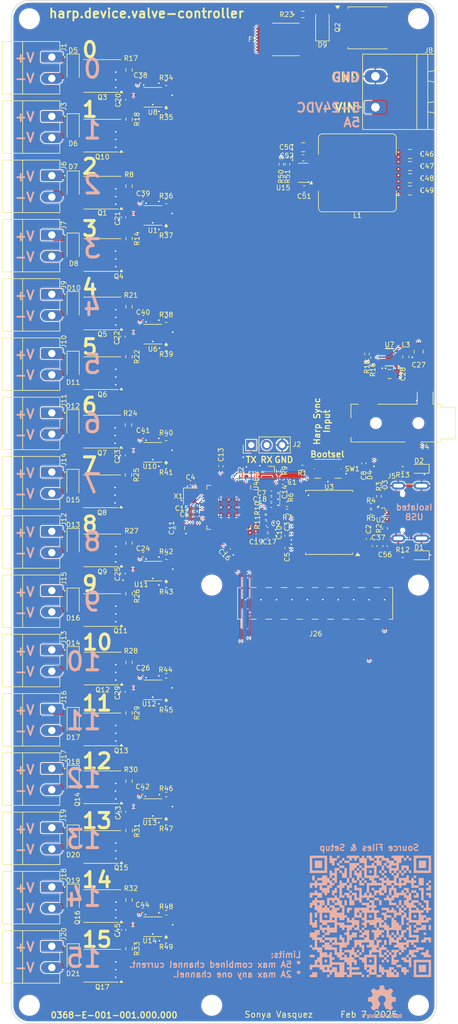
<source format=kicad_pcb>
(kicad_pcb (version 20240108) (generator "pcbnew") (generator_version "8.0")
  (layers (0 "F.Cu" signal) (1 "In1.Cu" power) (2 "In2.Cu" power) (31 "B.Cu" signal) (34 "B.Paste" user) (35 "F.Paste" user) (36 "B.SilkS" user "B.Silkscreen") (37 "F.SilkS" user "F.Silkscreen") (38 "B.Mask" user) (39 "F.Mask" user) (44 "Edge.Cuts" user))
  (net 0 "")
  (net 1 "GND")
  (net 2 "/Harp Core RP2040 + Isolated USB/VDD1")
  (net 3 "+1V1")
  (net 4 "+5V")
  (net 5 "Net-(D1-A)")
  (net 6 "Net-(D2-A)")
  (net 7 "/Harp Core RP2040 + Isolated USB/UART0_TXD")
  (net 8 "/Harp Core RP2040 + Isolated USB/UART0_RXD")
  (net 9 "/Harp Core RP2040 + Isolated USB/HARP_CLK_SYNC")
  (net 10 "VBUS")
  (net 11 "Net-(J5-CC1)")
  (net 12 "/Harp Core RP2040 + Isolated USB/D+")
  (net 13 "/Harp Core RP2040 + Isolated USB/D-")
  (net 15 "Net-(J5-CC2)")
  (net 17 "/Harp Core RP2040 + Isolated USB/USB_Boot")
  (net 18 "/Harp Core RP2040 + Isolated USB/QSPI_CS")
  (net 19 "Net-(U3-UD+)")
  (net 20 "Net-(U3-UD-)")
  (net 21 "Net-(U3-DD+)")
  (net 22 "/Harp Core RP2040 + Isolated USB/DD+")
  (net 23 "Net-(U3-DD-)")
  (net 24 "/Harp Core RP2040 + Isolated USB/DD-")
  (net 25 "Net-(U4-USB_DP)")
  (net 26 "Net-(U4-USB_DM)")
  (net 27 "Net-(U4-GPIO2)")
  (net 28 "Net-(U4-GPIO3)")
  (net 29 "/Harp Core RP2040 + Isolated USB/OUT3")
  (net 30 "/Harp Core RP2040 + Isolated USB/OUT2")
  (net 31 "/Harp Core RP2040 + Isolated USB/OUT0")
  (net 32 "/Harp Core RP2040 + Isolated USB/OUT6")
  (net 33 "/Harp Core RP2040 + Isolated USB/OUT12")
  (net 34 "/Harp Core RP2040 + Isolated USB/OUT15")
  (net 35 "/Harp Core RP2040 + Isolated USB/OUT8")
  (net 36 "/Harp Core RP2040 + Isolated USB/OUT11")
  (net 38 "/Harp Core RP2040 + Isolated USB/OUT4")
  (net 39 "/Harp Core RP2040 + Isolated USB/GPIO3")
  (net 40 "/Harp Core RP2040 + Isolated USB/GPIO4")
  (net 41 "/Harp Core RP2040 + Isolated USB/GPIO5")
  (net 42 "/Harp Core RP2040 + Isolated USB/GPIO7")
  (net 43 "/Harp Core RP2040 + Isolated USB/GPIO0")
  (net 44 "/Harp Core RP2040 + Isolated USB/QSPI_D3")
  (net 45 "/Harp Core RP2040 + Isolated USB/QSPI_CLK")
  (net 46 "/Harp Core RP2040 + Isolated USB/QSPI_D0")
  (net 47 "/Harp Core RP2040 + Isolated USB/QSPI_D2")
  (net 48 "/Harp Core RP2040 + Isolated USB/QSPI_D1")
  (net 51 "Net-(U4-XIN)")
  (net 56 "+3.3V")
  (net 57 "/Harp Core RP2040 + Isolated USB/GPIO1")
  (net 58 "VPP")
  (net 59 "Net-(D5-A)")
  (net 60 "Net-(D6-A)")
  (net 61 "Net-(U7-LX1)")
  (net 62 "Net-(U7-LX2)")
  (net 63 "/Valve Control/CTRL1")
  (net 64 "/Valve Control/CTRL2")
  (net 65 "Net-(U7-EN)")
  (net 66 "Net-(U7-PS)")
  (net 67 "/Harp Core RP2040 + Isolated USB/OUT7")
  (net 68 "/Harp Core RP2040 + Isolated USB/OUT13")
  (net 69 "/Harp Core RP2040 + Isolated USB/GPIO6")
  (net 70 "/Harp Core RP2040 + Isolated USB/OUT5")
  (net 71 "/Harp Core RP2040 + Isolated USB/OUT10")
  (net 72 "/Harp Core RP2040 + Isolated USB/OUT9")
  (net 73 "/Harp Core RP2040 + Isolated USB/GPIO2")
  (net 74 "/Harp Core RP2040 + Isolated USB/OUT1")
  (net 75 "/Harp Core RP2040 + Isolated USB/OUT14")
  (net 76 "Net-(U8-OUT_A)")
  (net 78 "Net-(U8-OUT_B)")
  (net 80 "Net-(D9-A)")
  (net 81 "Net-(D9-K)")
  (net 82 "GND1")
  (net 83 "Net-(D7-A)")
  (net 84 "Net-(D8-A)")
  (net 85 "Net-(D10-A)")
  (net 86 "Net-(D11-A)")
  (net 87 "Net-(D12-A)")
  (net 88 "Net-(D13-A)")
  (net 89 "Net-(D14-A)")
  (net 90 "Net-(D15-A)")
  (net 91 "Net-(D16-A)")
  (net 92 "Net-(D17-A)")
  (net 93 "/Valve Control/CTRL4")
  (net 94 "/Valve Control/CTRL3")
  (net 95 "Net-(J8-Pin_1)")
  (net 96 "/Valve Control/CTRL5")
  (net 97 "/Valve Control/CTRL6")
  (net 98 "/Valve Control/CTRL8")
  (net 99 "/Valve Control/CTRL7")
  (net 100 "/Valve Control 2/CTRL9")
  (net 101 "/Valve Control 2/CTRL13")
  (net 102 "/Valve Control 2/CTRL11")
  (net 103 "/Valve Control 2/CTRL15")
  (net 105 "Net-(U1-OUT_A)")
  (net 106 "Net-(U1-OUT_B)")
  (net 110 "Net-(U6-OUT_A)")
  (net 111 "Net-(U6-OUT_B)")
  (net 112 "Net-(U10-OUT_A)")
  (net 114 "Net-(U10-OUT_B)")
  (net 116 "Net-(U11-OUT_B)")
  (net 117 "Net-(U11-OUT_A)")
  (net 120 "Net-(U12-OUT_B)")
  (net 123 "Net-(U12-OUT_A)")
  (net 124 "Net-(D18-A)")
  (net 125 "Net-(D19-A)")
  (net 126 "Net-(D20-A)")
  (net 127 "Net-(D21-A)")
  (net 128 "Net-(U13-OUT_B)")
  (net 130 "Net-(U13-OUT_A)")
  (net 132 "Net-(U14-OUT_B)")
  (net 135 "Net-(U14-OUT_A)")
  (net 136 "/Valve Control 2/CTRL10")
  (net 137 "/Valve Control 2/CTRL14")
  (net 138 "/Valve Control 2/CTRL12")
  (net 139 "/Valve Control 2/CTRL16")
  (net 140 "Net-(U15-SW)")
  (net 141 "Net-(U15-CB)")
  (net 142 "Net-(U15-FB)")
  (footprint "Capacitor_SMD:C_0402_1005Metric" (layer "F.Cu") (at 102.95 100.4)
    (property "Reference" "C6")
    (property "Value" "100nF" (hide yes))
  )
  (footprint "MountingHole:MountingHole_3.2mm_M3_DIN965" (layer "F.Cu") (at 105.85 181)
    (property "Reference" "REF**" (hide yes))
    (property "Value" "MountingHole_3.2mm_M3_DIN965" (hide yes))
  )
  (footprint "Diode_SMD:D_SOD-123F" (layer "F.Cu") (at 83.05 134.3 -90)
    (property "Reference" "D17")
    (property "Value" "1N4007FL" (hide yes))
  )
  (footprint "Resistor_SMD:R_0603_1608Metric" (layer "F.Cu") (at 92.25 133 -90)
    (property "Reference" "R29")
    (property "Value" "10" (hide yes))
  )
  (footprint "Connector_Phoenix_MC:PhoenixContact_MC_1,5_2-G-3.5_1x02_P3.50mm_Horizontal" (layer "F.Cu") (at 79.544169 122.63833 -90)
    (property "Reference" "J13")
    (property "Value" "Screw_Terminal_01x02" (hide yes))
  )
  (footprint "Connector_Phoenix_MC:PhoenixContact_MC_1,5_2-G-3.5_1x02_P3.50mm_Horizontal" (layer "F.Cu") (at 79.544169 103.171664 -90)
    (property "Reference" "J12")
    (property "Value" "Screw_Terminal_01x02" (hide yes))
  )
  (footprint "Resistor_SMD:R_0603_1608Metric" (layer "F.Cu") (at 92.25 152.3 -90)
    (property "Reference" "R31")
    (property "Value" "10" (hide yes))
  )
  (footprint "Resistor_SMD:R_0402_1005Metric" (layer "F.Cu") (at 98.35 34.2 180)
    (property "Reference" "R35")
    (property "Value" "10K" (hide yes))
  )
  (footprint "Capacitor_SMD:C_0402_1005Metric" (layer "F.Cu") (at 94.55 126.5)
    (property "Reference" "C26")
    (property "Value" "1uF" (hide yes))
  )
  (footprint "Resistor_SMD:R_0603_1608Metric" (layer "F.Cu") (at 92.15 93.9 -90)
    (property "Reference" "R25")
    (property "Value" "10" (hide yes))
  )
  (footprint "Capacitor_SMD:C_0402_1005Metric" (layer "F.Cu") (at 108.65 106.3 135)
    (property "Reference" "C16")
    (property "Value" "100nF" (hide yes))
  )
  (footprint "LED_SMD:LED_0603_1608Metric_Pad1.05x0.95mm_HandSolder" (layer "F.Cu") (at 139.95 107.1 180)
    (property "Reference" "D1")
    (property "Value" "LED" (hide yes))
  )
  (footprint "Resistor_SMD:R_0603_1608Metric" (layer "F.Cu") (at 92.25 144.2 90)
    (property "Reference" "R30")
    (property "Value" "10" (hide yes))
  )
  (footprint "Capacitor_SMD:C_0402_1005Metric" (layer "F.Cu") (at 113.15 103.9 180)
    (property "Reference" "C19")
    (property "Value" "100nF" (hide yes))
  )
  (footprint "Resistor_SMD:R_0402_1005Metric" (layer "F.Cu") (at 98.35 151 180)
    (property "Reference" "R47")
    (property "Value" "10K" (hide yes))
  )
  (footprint "Capacitor_SMD:C_0402_1005Metric" (layer "F.Cu") (at 91.35 32.3 90)
    (property "Reference" "C20")
    (property "Value" "100nF" (hide yes))
  )
  (footprint "Package_SO:MSOP-8-1EP_3x3mm_P0.65mm_EP1.5x1.8mm" (layer "F.Cu") (at 96.15 168.1 180)
    (property "Reference" "U14")
    (property "Value" "MIC4127" (hide yes))
  )
  (footprint "Capacitor_SMD:C_0402_1005Metric" (layer "F.Cu") (at 114.85 101.9)
    (property "Reference" "C9")
    (property "Value" "1uF" (hide yes))
  )
  (footprint "Resistor_SMD:R_0402_1005Metric" (layer "F.Cu") (at 98.35 146.4 180)
    (property "Reference" "R46")
    (property "Value" "10K" (hide yes))
  )
  (footprint "Resistor_SMD:R_0603_1608Metric" (layer "F.Cu") (at 92.25 105.1 90)
    (property "Reference" "R27")
    (property "Value" "10" (hide yes))
  )
  (footprint "Resistor_SMD:R_0603_1608Metric" (layer "F.Cu") (at 92.25 55.1 -90)
    (property "Reference" "R14")
    (property "Value" "10" (hide yes))
  )
  (footprint "Connector_Phoenix_MC:PhoenixContact_MC_1,5_2-G-3.5_1x02_P3.50mm_Horizontal" (layer "F.Cu") (at 79.544169 44.771666 -90)
    (property "Reference" "J6")
    (property "Value" "Screw_Terminal_01x02" (hide yes))
  )
  (footprint "Package_TO_SOT_SMD:SOT-23-6" (layer "F.Cu") (at 120.9 44.3 180)
    (property "Reference" "U15")
    (property "Value" "LMR51430" (hide yes))
  )
  (footprint "Resistor_SMD:R_0402_1005Metric" (layer "F.Cu") (at 98.35 92.5 180)
    (property "Reference" "R41")
    (property "Value" "10K" (hide yes))
  )
  (footprint "Diode_SMD:D_SOD-123F" (layer "F.Cu") (at 83.05 56.4 -90)
    (property "Reference" "D8")
    (property "Value" "1N4007FL" (hide yes))
  )
  (footprint "Connector_Phoenix_MC:PhoenixContact_MC_1,5_2-G-3.5_1x02_P3.50mm_Horizontal" (layer "F.Cu") (at 79.544169 171.305 -90)
    (property "Reference" "J20")
    (property "Value" "Screw_Terminal_01x02" (hide yes))
  )
  (footprint "Resistor_SMD:R_0402_1005Metric" (layer "F.Cu") (at 98.35 165.8 180)
    (property "Reference" "R48")
    (property "Value" "10K" (hide yes))
  )
  (footprint "Package_TO_SOT_SMD:TDSON-8-1" (layer "F.Cu") (at 87.85 145.2 180)
    (property "Reference" "Q14")
    (property "Value" "CSD17570Q5B" (hide yes))
  )
  (footprint "Capacitor_SMD:C_0402_1005Metric" (layer "F.Cu") (at 94.45 165.4)
    (property "Reference" "C44")
    (property "Value" "1uF" (hide yes))
  )
  (footprint "Capacitor_SMD:C_0805_2012Metric" (layer "F.Cu") (at 139.8846 73.645602 -90)
    (property "Reference" "C27")
    (property "Value" "10uF" (hide yes))
  )
  (footprint "Connector_Phoenix_MC:PhoenixContact_MC_1,5_2-G-3.5_1x02_P3.50mm_Horizontal" (layer "F.Cu") (at 79.544169 64.238332 -90)
    (property "Reference" "J9")
    (property "Value" "Screw_Terminal_01x02" (hide yes))
  )
  (footprint "Diode_SMD:D_SOD-123F" (layer "F.Cu") (at 83.05 153.6 -90)
    (property "Reference" "D20")
    (property "Value" "1N4007FL" (hide yes))
  )
  (footprint "Inductor_SMD:L_0603_1608Metric" (layer "F.Cu") (at 137.7846 74.545602 -90)
    (property "Reference" "L3")
    (property "Value" "2.2uH" (hide yes))
  )
  (footprint "Package_TO_SOT_SMD:TDSON-8-1" (layer "F.Cu") (at 87.85 135.7 180)
    (property "Reference" "Q13")
    (property "Value" "CSD17570Q5B" (hide yes))
  )
  (footprint "Package_SO:MSOP-8-1EP_3x3mm_P0.65mm_EP1.5x1.8mm" (layer "F.Cu") (at 96.15 70.8 180)
    (property "Reference" "U6")
    (property "Value" "MIC4127" (hide yes))
  )
  (footprint "Capacitor_SMD:C_0402_1005Metric" (layer "F.Cu") (at 107.35 92.5 -90)
    (property "Reference" "C13")
    (property "Value" "100nF" (hide yes))
  )
  (footprint "Resistor_SMD:R_0402_1005Metric" (layer "F.Cu") (at 114.75 100.9)
    (property "Reference" "R11")
    (property "Value" "27" (hide yes))
  )
  (footprint "Capacitor_SMD:C_0402_1005Metric" (layer "F.Cu") (at 130.85 92 -90)
    (property "Reference" "C8")
    (property "Value" "1uF" (hide yes))
  )
  (footprint "Capacitor_SMD:C_0402_1005Metric" (layer "F.Cu") (at 94.55 68.1)
    (property "Reference" "C40")
    (property "Value" "1uF" (hide yes))
  )
  (footprint "Package_TO_SOT_SMD:TDSON-8-1" (layer "F.Cu") (at 87.85 106.3 180)
    (property "Reference" "Q9")
    (property "Value" "CSD17570Q5B" (hide yes))
  )
  (footprint "Resistor_SMD:R_0402_1005Metric" (layer "F.Cu") (at 98.35 107.4 180)
    (property "Reference" "R42")
    (property "Value" "10K" (hide yes))
  )
  (footprint "Resistor_SMD:R_0402_1005Metric" (layer "F.Cu") (at 131.3846 74.045602 -90)
    (property "Reference" "R15")
    (property "Value" "100K" (hide yes))
  )
  (footprint "Resistor_SMD:R_0402_1005Metric" (layer "F.Cu") (at 98.34 170.4 180)
    (property "Reference" "R49")
    (property "Value" "10K" (hide yes))
  )
  (footprint "Package_TO_SOT_SMD:Texas_DRT-3" (layer "F.Cu") (at 133.75 100 -90)
    (property "Reference" "U2")
    (property "Value" "TPD2EUSB30" (hide yes))
  )
  (footprint "Diode_SMD:D_SOD-123F" (layer "F.Cu") (at 83.05 114.7 -90)
    (property "Reference" "D16")
    (property "Value" "1N4007FL" (hide yes))
  )
  (footprint "Resistor_SMD:R_0603_1608Metric" (layer "F.Cu") (at 92.25 66.3 90)
    (property "Reference" "R21")
    (property "Value" "10" (hide yes))
  )
  (footprint "Capacitor_SMD:C_0805_2012Metric" (layer "F.Cu") (at 138.45 43.2)
    (property "Reference" "C47")
    (property "Value" "10uF" (hide yes))
  )
  (footprint "Capacitor_SMD:C_0603_1608Metric" (layer "F.Cu") (at 120.9 41.85)
    (property "Reference" "C52")
    (property "Value" "0.1uF" (hide yes))
  )
  (footprint "Capacitor_SMD:C_0402_1005Metric" (layer "F.Cu") (at 134.35 105.6 90)
    (property "Reference" "C56")
    (property "Value" "1uF" (hide yes))
  )
  (footprint "Capacitor_SMD:C_0805_2012Metric" (layer "F.Cu") (at 135.0846 77.345602)
    (property "Reference" "C28")
    (property "Value" "22uF" (hide yes))
  )
  (footprint "Resistor_SMD:R_0402_1005Metric" (layer "F.Cu") (at 133.35 97.4 90)
    (property "Reference" "R3")
    (property "Value" "5K1" (hide yes))
  )
  (footprint "Connector_PinHeader_2.54mm:PinHeader_2x10_P2.54mm_Vertical_SMD" (layer "F.Cu") (at 122.85 115 90)
    (property "Reference" "J26")
    (property "Value" "Conn_02x10_Odd_Even" (hide yes))
  )
  (footprint "Resistor_SMD:R_0402_1005Metric" (layer "F.Cu") (at 98.36 112 180)
    (property "Reference" "R43")
    (property "Value" "10K" (hide yes))
  )
  (footprint "Diode_SMD:D_SOD-123F" (layer "F.Cu") (at 83.05 36.8 -90)
    (property "Reference" "D6")
    (property "Value" "1N4007FL" (hide yes))
  )
  (footprint "Capacitor_SMD:C_0402_1005Metric" (layer "F.Cu") (at 91.25 110.1 90)
    (property "Reference" "C25")
    (property "Value" "100nF" (hide yes))
  )
  (footprint "MountingHole:MountingHole_3.2mm_M3_DIN965" (layer "F.Cu") (at 139.85 181)
    (property "Reference" "REF**" (hide yes))
    (property "Value" "MountingHole_3.2mm_M3_DIN965" (hide yes))
  )
  (footprint "kicad_component_library:RP2040-QFN-56" (layer "F.Cu") (at 108.65 99.2375 -90)
    (property "Reference" "U4")
    (property "Value" "RP2040" (hide yes))
  )
  (footprint "MountingHole:MountingHole_3.2mm_M3_DIN965" (layer "F.Cu") (at 139.85 19)
    (property "Reference" "REF**" (hide yes))
    (property "Value" "MountingHole_3.2mm_M3_DIN965" (hide yes))
  )
  (footprint "Capacitor_SMD:C_0402_1005Metric" (layer "F.Cu") (at 118.25 103.9 90)
    (property "Reference" "C3")
    (property "Value" "100nF" (hide yes))
  )
  (footprint "Capacitor_SMD:C_0402_1005Metric" (layer "F.Cu") (at 94.47 146)
    (property "Reference" "C42")
    (property "Value" "1uF" (hide yes))
  )
  (footprint "Connector_USB:USB_C_Receptacle_JAE_DX07S016JA1R1500" (layer "F.Cu") (at 139.2 100 90)
    (property "Reference" "J5")
    (property "Value" "USB_C_Receptacle_USB2.0" (hide yes))
  )
  (footprint "Resistor_SMD:R_0402_1005Metric" (layer "F.Cu") (at 118.25 99.9 180)
    (property "Reference" "R7")
    (property "Value" "24" (hide yes))
  )
  (footprint "Package_TO_SOT_SMD:TDSON-8-1" (layer "F.Cu") (at 87.9 125.7 180)
    (property "Reference" "Q12")
    (property "Value" "CSD17570Q5B" (hide yes))
  )
  (footprint "kicad_component_library:SW_Push_1P1T-SH_NO_Vertical_Wuerth_WS-TASV" (layer "F.Cu") (at 124.95 92.9 180)
    (property "Reference" "SW1")
    (property "Value" "~" (hide yes))
  )
  (footprint "Capacitor_SMD:C_0402_1005Metric" (layer "F.Cu") (at 131.65 104.4 90)
    (property "Reference" "C2")
    (property "Value" "100nF" (hide yes))
  )
  (footprint "Diode_SMD:D_SOD-123F" (layer "F.Cu") (at 83.05 27 -90)
    (property "Reference" "D5")
    (property "Value" "1N4007FL" (hide yes))
  )
  (footprint "MountingHole:MountingHole_3.2mm_M3_DIN965" (layer "F.Cu") (at 75.85 19)
    (property "Reference" "REF**" (hide yes))
    (property "Value" "MountingHole_3.2mm_M3_DIN965" (hide yes))
  )
  (footprint "Crystal:Crystal_SMD_2016-4Pin_2.0x1.6mm" (layer "F.Cu") (at 102.35 97.4 -90)
    (property "Reference" "X1")
    (property "Value" "ECS-TXO-2016" (hide yes))
  )
  (footprint "Resistor_SMD:R_0603_1608Metric" (layer "F.Cu") (at 92.25 124.7 90)
    (property "Reference" "R28")
    (property "Value" "10" (hide yes))
  )
  (footprint "Resistor_SMD:R_0402_1005Metric" (layer "F.Cu") (at 118.25 98.7 180)
    (property "Reference" "R6")
    (property "Value" "24" (hide yes))
  )
  (footprint "Resistor_SMD:R_0402_1005Metric" (layer "F.Cu") (at 137.25 107.1)
    (property "Reference" "R12")
    (property "Value" "680" (hide yes))
  )
  (footprint "Package_TO_SOT_SMD:TDSON-8-1" (layer "F.Cu") (at 87.85 57.8 180)
    (property "Reference" "Q4")
    (property "Value" "CSD17570Q5B" (hide yes))
  )
  (footprint "Capacitor_SMD:C_0805_2012Metric" (layer "F.Cu") (at 120.9 40.1 180)
    (property "Reference" "C50")
    (property "Value" "10uF" (hide yes))
  )
  (footprint "Diode_SMD:D_0402_1005Metric" (layer "F.Cu") (at 134.35 97.4 -90)
    (property "Reference" "D3")
    (property "Value" "D_TVS" (hide yes))
  )
  (footprint "Resistor_SMD:R_0402_1005Metric" (layer "F.Cu") (at 98.35 53.6 180)
    (property "Reference" "R37")
    (property "Value" "10K" (hide yes))
  )
  (footprint "Resistor_SMD:R_0603_1608Metric" (layer "F.Cu") (at 92.25 163.7 90)
    (property "Reference" "R32")
    (property "Value" "10" (hide yes))
  )
  (footprint "Capacitor_SMD:C_0402_1005Metric" (layer "F.Cu") (at 115.65 98.9 180)
    (property "Reference" "C14")
    (property "Value" "100nF" (hide yes))
  )
  (footprint "Capacitor_SMD:C_0402_1005Metric" (layer "F.Cu") (at 91.35 168.6 90)
    (property "Reference" "C45")
    (property "Value" "100nF" (hide yes))
  )
  (footprint "Diode_SMD:D_SOD-123F" (layer "F.Cu") (at 83.05 66 -90)
    (property "Reference" "D10")
    (property "Value" "1N4007FL" (hide yes))
  )
  (footprint "MountingHole:MountingHole_3.2mm_M3_DIN965" (layer "F.Cu") (at 75.85 181)
    (property "Reference" "REF**" (hide yes))
    (property "Value" "MountingHole_3.2mm_M3_DIN965" (hide yes))
  )
  (footprint "Capacitor_SMD:C_0402_1005Metric" (layer "F.Cu") (at 94.55 48.6)
    (property "Reference" "C39")
    (property "Value" "1uF" (hide yes))
  )
  (footprint "Resistor_SMD:R_0402_1005Metric" (layer "F.Cu") (at 132.05 99 180)
    (property "Reference" "R4")
    (property "Value" "24" (hide yes))
  )
  (footprint "LED_SMD:LED_0603_1608Metric_Pad1.05x0.95mm_HandSolder" (layer "F.Cu") (at 139.95 92.9 180)
    (property "Reference" "D2")
    (property "Value" "LED" (hide yes))
  )
  (footprint "Capacitor_SMD:C_0402_1005Metric" (layer "F.Cu") (at 115.65 97.9 180)
    (property "Reference" "C18")
    (property "Value" "100nF" (hide yes))
  )
  (footprint "Capacitor_SMD:C_0402_1005Metric" (layer "F.Cu") (at 115.05 102.9)
    (property "Reference" "C10")
    (property "Value" "1uF" (hide yes))
  )
  (footprint "Package_SO:MSOP-8-1EP_3x3mm_P0.65mm_EP1.5x1.8mm" (layer "F.Cu") (at 96.15 51.3 180)
    (property "Reference" "U1")
    (property "Value" "MIC4127" (hide yes))
  )
  (footprint "Resistor_SMD:R_0603_1608Metric" (layer "F.Cu") (at 92.25 171.7 -90)
    (property "Reference" "R33")
    (property "Value" "10" (hide yes))
  )
  (footprint "Diode_SMD:D_SOD-123F" (layer "F.Cu") (at 83.011669 85.4 -90)
    (property "Reference" "D12")
    (property "Value" "1N4007FL" (hide yes))
  )
  (footprint "Connector_Phoenix_MC:PhoenixContact_MC_1,5_2-G-3.5_1x02_P3.50mm_Horizontal" (layer "F.Cu") (at 79.544169 161.571662 -90)
    (property "Reference" "J18")
    (property "Value" "Screw_Terminal_01x02" (hide yes))
  )
  (footprint "Connector_Phoenix_MC:PhoenixContact_MC_1,5_2-G-3.5_1x02_P3.50mm_Horizontal" (layer "F.Cu") (at 79.544169 54.504999 -90)
    (property "Reference" "J7")
    (property "Value" "Screw_Terminal_01x02" (hide yes))
  )
  (footprint "Capacitor_SMD:C_0402_1005Metric" (layer "F.Cu") (at 91.25 129.5 90)
    (property "Reference" "C29")
    (property "Value" "100nF" (hide yes))
  )
  (footprint "Capacitor_SMD:C_0402_1005Metric" (layer "F.Cu") (at 94.57 87.5)
    (property "Reference" "C41")
    (property "Value" "1uF" (hide yes))
  )
  (footprint "Resistor_SMD:R_0603_1608Metric" (layer "F.Cu") (at 92.25 74.5 -90)
    (property "Reference" "R22")
    (property "Value" "10" (hide yes))
  )
  (footprint "Resistor_SMD:R_0402_1005Metric" (layer "F.Cu") (at 132.05 100 180)
    (property "Reference" "R5")
    (property "Value" "24" (hide yes))
  )
  (footprint "Package_SO:MSOP-8-1EP_3x3mm_P0.65mm_EP1.5x1.8mm" (layer "F.Cu") (at 96.15 31.9 180)
    (property "Reference" "U8")
    (property "Value" "MIC4127" (hide yes))
  )
  (footprint "Resistor_SMD:R_0402_1005Metric" (layer "F.Cu") (at 98.35 126.9 180)
    (property "Reference" "R44")
    (property "Value" "10K" (hide yes))
  )
  (footprint "Resistor_SMD:R_0402_1005Metric" (layer "F.Cu") (at 118.3 42.9 90)
    (property "Reference" "R51")
    (property "Value" "13K7" (hide yes))
  )
  (footprint "Package_TO_SOT_SMD:TDSON-8-1" (layer "F.Cu") (at 87.85 47.565 180)
    (property "Reference" "Q1")
    (property "Value" "CSD17570Q5B" (hide yes))
  )
  (footprint "Capacitor_SMD:C_0603_1608Metric" (layer "F.Cu") (at 121.05 46.95)
    (property "Reference" "C51")
    (property "Value" "0.1uF" (hide yes))
  )
  (footprint "Capacitor_SMD:C_0402_1005Metric" (layer "F.Cu") (at 132.65 105.6 -90)
    (property "Reference" "C37")
    (property "Value" "100nF" (hide yes))
  )
  (footprint "Connector_Audio:Jack_3.5mm_CUI_SJ-3524-SMT_Horizontal" (layer "F.Cu") (at 137.35 85.4 -90)
    (property "Reference" "J4")
    (property "Value" "AudioJack3")
  )
  (footprint "Connector_Phoenix_MC:PhoenixContact_MC_1,5_2-G-3.5_1x02_P3.50mm_Horizontal" (layer "F.Cu") (at 79.544169 142.104996 -90)
    (property "Reference" "J17")
    (property "Value" "Screw_Terminal_01x02" (hide yes))
  )
  (footprint "Resistor_SMD:R_0402_1005Metric" (layer "F.Cu") (at 116.85 93.2 -90)
    (property "Reference" "R9")
    (property "Value" "10K" (hide yes))
  )
  (footprint "Resistor_SMD:R_0402_1005Metric" (layer "F.Cu") (at 98.35 131.5 180)
    (property "Reference" "R45")
    (property "Value" "10K" (hide yes))
  )
  (footprint "Connector_Phoenix_MC:PhoenixContact_MC_1,5_2-G-3.5_1x02_P3.50mm_Horizontal" (layer "F.Cu") (at 79.55 151.838329 -90)
    (property "Reference" "J19")
    (property "Value" "Screw_Terminal_01x02" (hide yes))
  )
  (footprint "Package_TO_SOT_SMD:TDSON-8-1" (layer "F.Cu") (at 87.8 96.6 180)
    (property "Reference" "Q8")
    (property "Value" "CSD17570Q5B" (hide yes))
  )
  (footprint "Fiducial:Fiducial_0.5mm_Mask1mm" (layer "F.Cu") (at 135.85 181)
    (property "Reference" "FID2" (hide yes))
    (property "Value" "Fiducial" (hide yes))
  )
  (footprint "Package_TO_SOT_SMD:TDSON-8-1" (layer "F.Cu") (at 87.85 67.4 180)
    (property "Reference" "Q5")
    (property "Value" "CSD17570Q5B" (hide yes))
  )
  (footprint "Capacitor_SMD:C_0402_1005Metric" (layer "F.Cu") (at 117.55 95.1 180)
    (property "Reference" "C1")
    (property "Value" "100nF" (hide yes))
  )
  (footprint "Resistor_SMD:R_0603_1608Metric" (layer "F.Cu") (at 92.25 46.5 90)
    (property "Reference" "R8")
    (property "Value" "10" (hide yes))
  )
  (footprint "Diode_SMD:D_SOD-123F" (layer "F.Cu") (at 83.05 75.8 -90)
    (property "Reference" "D11")
    (property "Value" "1N4007FL" (hide yes))
  )
  (footprint "Package_SO:MSOP-8-1EP_3x3mm_P0.65mm_EP1.5x1.8mm" (layer "F.Cu") (at 96.15 90.2 180)
    (property "Reference" "U10")
    (property "Value" "MIC4127" (hide yes))
  )
  (footprint "Diode_SMD:D_SOD-123F" (layer "F.Cu") (at 83.05 46.2 -90)
    (property "Reference" "D7")
    (property "Value" "1N4007FL" (hide yes))
  )
  (footprint "Fuse:Fuse_2920_7451Metric" (layer "F.Cu") (at 118.05 22.4 180)
    (property "Reference" "F1")
    (property "Value" "Polyfuse" (hide yes))
  )
  (footprint "Resistor_SMD:R_0603_1608Metric" (layer "F.Cu") (at 92.25 27.4 90)
    (property "Reference" "R17")
    (property "Value" "10" (hide yes))
  )
  (footprint "Package_SO:MSOP-8-1EP_3x3mm_P0.65mm_EP1.5x1.8mm" (layer "F.Cu") (at 96.15 129.2 180)
    (property "Reference" "U12")
    (property "Value" "MIC4127" (hide yes))
  )
  (footprint "Capacitor_SMD:C_0402_1005Metric" (layer "F.Cu") (at 111.55 93.7 -90)
    (property "Reference" "C12")
    (property "Value" "100nF" (hide yes))
  )
  (footprint "Capacitor_SMD:C_0402_1005Metric" (layer "F.Cu") (at 102.95 99.4)
    (property "Reference" "C15")
    (property "Value" "100nF" (hide yes))
  )
  (footprint "Package_TO_SOT_SMD:TO-252-2" (layer "F.Cu") (at 131.59 20.5)
    (property "Reference" "Q2")
    (property "Value" "GSFD4005" (hide yes))
  )
  (footprint "Package_SO:SOIC-16W_7.5x10.3mm_P1.27mm" (layer "F.Cu") (at 125.15 101.7 180)
    (property "Reference" "U3")
    (property "Value" "ADUM4160" (hide yes))
  )
  (footprint "Connector_Phoenix_MC:PhoenixContact_MC_1,5_2-G-3.5_1x02_P3.50mm_Horizontal" (layer "F.Cu") (at 79.544169 93.438331 -90)
    (property "Reference" "J14")
    (property "Value" "Screw_Terminal_01x02" (hide yes))
  )
  (footprint "Resistor_SMD:R_0402_1005Metric" (layer "F.Cu") (at 98.35 49 180)
    (property "Reference" "R36")
    (property "Value" "10K" (hide yes))
  )
  (footprint "Diode_SMD:D_SOD-123F" (layer "F.Cu") (at 83.05 173.1 -90)
    (property "Reference" "D21")
    (property "Value" "1N4007FL" (hide yes))
  )
  (footprint "Capacitor_SMD:C_0402_1005Metric" (layer "F.Cu") (at 91.25 90.7 90)
    (property "Reference" "C23")
    (property "Value" "100nF" (hide yes))
  )
  (footprint "Diode_SMD:D_SOD-123F" (layer "F.Cu") (at 83.05 143.8 -90)
    (property "Reference" "D18")
    (property "Value" "1N4007FL" (hide yes))
  )
  (footprint "Resistor_SMD:R_0603_1608Metric" (layer "F.Cu") (at 92.25 35.5 -90)
    (property "Reference" "R18")
    (property "Value" "10" (hide yes))
  )
  (footprint "MountingHole:MountingHole_3.2mm_M3_DIN965" (layer "F.Cu") (at 105.85 112)
    (property "Reference" "REF**" (hide yes))
    (property "Value" "MountingHole_3.2mm_M3_DIN965" (hide yes))
  )
  (footprint "Resistor_SMD:R_0402_1005Metric" (layer "F.Cu") (at 98.35 68.5 180)
    (property "Reference" "R38")
    (property "Value" "10K" (hide yes))
  )
  (footprint "Package_SO:MSOP-8-1EP_3x3mm_P0.65mm_EP1.5x1.8mm" (layer "F.Cu") (at 96.15 109.7 180)
    (property "Reference" "U11")
    (property "Value" "MIC4127" (hide yes))
  )
  (footprint "Connector_Phoenix_MC:PhoenixContact_MC_1,5_2-G-3.5_1x02_P3.50mm_Horizontal" (layer "F.Cu") (at 79.544169 35.038333 -90)
    (property "Reference" "J3")
    (property "Value" "Screw_Terminal_01x02" (hide yes))
  )
  (footprint "kicad_component_library:WDFN-10-1EP_2.5x2.5mm_P0.5_EP1.25x2.1mm" (layer "F.Cu") (at 135.0692 74.572802 180)
    (property "Reference" "U7")
    (property "Value" "rt6150b-33gqw" (hide yes))
  )
  (footprint "Resistor_SMD:R_0402_1005Metric" (layer "F.Cu") (at 114.75 99.95)
    (property "Reference" "R10")
    (property "Value" "27" (hide yes))
  )
  (footprint "Capacitor_SMD:C_0402_1005Metric" (layer "F.Cu") (at 91.35 51.6 90)
    (property "Reference" "C21")
    (property "Value" "100nF" (hide yes))
  )
  (footprint "Capacitor_SMD:C_0402_1005Metric" (layer "F.Cu") (at 94.55 107)
    (property "Reference" "C24")
    (property "Value" "1uF" (hide yes))
  )
  (footprint "Package_TO_SOT_SMD:TDSON-8-1" (layer "F.Cu") (at 87.85 28.4 180)
    (property "Reference" "Q3")
    (property "Value" "CSD17570Q5B" (hide yes))
  )
  (footprint "Diode_SMD:D_SOD-123F" (layer "F.Cu") (at 83.05 124.3 -90)
    (property "Reference" "D14")
    (property "Value" "1N4007FL" (hide yes))
  )
  (footprint "Connector_Phoenix_MC:PhoenixContact_MC_1,5_2-G-3.5_1x02_P3.50mm_Horizontal" (layer "F.Cu") (at 79.544169 25.305 -90)
    (property "Reference" "J1")
    (property "Value" "Screw_Terminal_01x02" (hide yes))
  )
  (footprint "Capacitor_SMD:C_0402_1005Metric" (layer "F.Cu") (at 115.05 103.9 180)
    (property "Reference" "C17")
    (property "Value" "100nF" (hide yes))
  )
  (footprint "Inductor_SMD:L_Bourns_SRR1260" (layer "F.Cu") (at 129.8 44.3)
    (property "Reference" "L1")
    (property "Value" "6.8uH" (hide yes))
  )
  (footprint "Resistor_SMD:R_0402_1005Metric" (layer "F.Cu") (at 137.25 92.9)
    (property "Reference" "R13")
    (property "Value" "680" (hide yes))
  )
  (footprint "Package_TO_SOT_SMD:TDSON-8-1" (layer "F.Cu") (at 87.85 155 180)
    (property "Reference" "Q15")
    (property "Value" "CSD17570Q5B" (hide yes))
  )
  (footprint "Diode_SMD:D_0402_1005Metric" (layer "F.Cu") (at 131.85 92 90)
    (property "Reference" "D4")
    (property "Value" "D_TVS" (hide yes))
  )
  (footprint "Connector_Phoenix_MC:PhoenixContact_MC_1,5_2-G-3.5_1x02_P3.50mm_Horizontal" (layer "F.Cu") (at 79.544169 132.371663 -90)
    (property "Reference" "J16")
    (property "Value" "Screw_Terminal_01x02" (hide yes))
  )
  (footprint "Resistor_SMD:R_0402_1005Metric" (layer "F.Cu") (at 134.35 102.7 -90)
    (property "Reference" "R2")
    (property "Value" "5K1" (hide yes))
  )
  (footprint "Package_TO_SOT_SMD:TDSON-8-1" (layer "F.Cu") (at 87.85 174.5 180)
    (property "Reference" "Q17")
    (property "Value" "CSD17570Q5B" (hide yes))
  )
  (footprint "Package_TO_SOT_SMD:TDSON-8-1" (layer "F.Cu") (at 87.85 38.2 180)
    (property "Reference" "Q10")
    (property "Value" "CSD17570Q5B" (hide yes))
  )
  (footprint "Capacitor_SMD:C_0805_2012Metric" (layer "F.Cu") (at 138.45 41.2)
    (property "Reference" "C46")
    (property "Value" "10uF" (hide yes))
  )
  (footprint "Connector_Phoenix_MC:PhoenixContact_MC_1,5_2-G-3.5_1x02_P3.50mm_Horizontal" (layer "F.Cu") (at 79.544169 83.704998 -90)
    (property "Reference" "J11")
    (property "Value" "Screw_Terminal_01x02" (hide yes))
  )
  (footprint "Package_SO:MSOP-8-1EP_3x3mm_P0.65mm_EP1.5x1.8mm" (layer "F.Cu") (at 96.15 148.7 180)
    (property "Reference" "U13")
    (property "Value" "MIC4127" (hide yes))
  )
  (footprint "Connector_Phoenix_MC:PhoenixContact_MC_1,5_2-G-3.5_1x02_P3.50mm_Horizontal" (layer "F.Cu") (at 79.544169 73.971665 -90)
    (property "Reference" "J10")
    (property "Value" "Screw_Terminal_01x02" (hide yes))
  )
  (footprint "Capacitor_SMD:C_0402_1005Metric" (layer "F.Cu") (at 91.35 149.2 90)
    (property "Reference" "C43")
    (property "Value" "100nF" (hide yes))
  )
  (footprint "Capacitor_SMD:C_0402_1005Metric" (layer "F.Cu") (at 91.25 71.2 90)
    (property "Reference" "C22")
    (property "Value" "100nF" (hide yes))
  )
  (footprint "Capacitor_SMD:C_0402_1005Metric" (layer "F.Cu") (at 118.25 105.9 -90)
    (property "Reference" "C5")
    (property "Value" "100nF" (hide yes))
  )
  (footprint "Capacitor_SMD:C_0402_1005Metric" (layer "F.Cu") (at 94.13 29.2)
    (property "Reference" "C38")
    (property "Value" "1uF" (hide yes))
  )
  (footprint "Connector_Phoenix_MC:PhoenixContact_MC_1,5_2-G-3.5_1x02_P3.50mm_Horizontal" (layer "F.Cu") (at 79.544169 112.904997 -90)
    (property "Reference" "J15")
    (property "Value" "Screw_Terminal_01x02" (hide yes))
  )
  (footprint "Resistor_SMD:R_0603_1608Metric" (layer "F.Cu") (at 92.25 113.4 -90)
    (property "Reference" "R26")
    (property "Value" "10" (hide yes))
  )
  (footprint "Capacitor_SMD:C_0805_2012Metric" (layer "F.Cu") (at 138.45 47.2)
    (property "Reference" "C49")
    (property "Value" "10uF" (hide yes))
  )
  (footprint "Connector_PinHeader_2.54mm:PinHeader_1x03_P2.54mm_Vertical" (layer "F.Cu") (at 112.35 89 90)
    (property "Reference" "J2")
    (property "Value" "Conn_01x03_Male" (hide yes))
  )
  (footprint "Package_TO_SOT_SMD:TDSON-8-1" (layer "F.Cu") (at 87.85 77.2 180)
    (property "Reference" "Q6")
    (property "Value" "CSD17570Q5B" (hide yes))
  )
  (footprint "MountingHole:MountingHole_3.2mm_M3_DIN965" (layer "F.Cu") (at 139.85 112)
    (property "Reference" "REF**" (hide yes))
    (property "Value" "MountingHole_3.2mm_M3_DIN965" (hide yes))
  )
  (footprint "Capacitor_SMD:C_0805_2012Metric" (layer "F.Cu") (at 138.45 45.2)
    (property "Reference" "C48")
    (property "Value" "10uF" (hide yes))
  )
  (footprint "Package_TO_SOT_SMD:TDSON-8-1" (layer "F.Cu") (at 87.85 116.1 180)
    (property "Reference" "Q11")
    (property "Value" "CSD17570Q5B" (hide yes))
  )
  (footprint "Fiducial:Fiducial_0.5mm_Mask1mm" (layer "F.Cu") (at 79.85 181)
    (property "Reference" "FID1" (hide yes))
    (property "Value" "Fiducial" (hide yes))
  )
  (footprint "Resistor_SMD:R_0402_1005Metric" (layer "F.Cu") (at 117.3 42.9 -90)
    (property "Reference" "R50")
    (property "Value" "100K" (hide yes))
  )
  (footprint "kicad_component_library:Winbond-8USON-2x3mm" (layer "F.Cu") (at 114.95 94.2 -90)
    (property "Reference" "U5")
    (property "Value" "W25Q16JVUXIQ" (hide yes))
  )
  (footprint "Diode_SMD:D_SOD-123F" (layer "F.Cu") (at 83.05 104.9 -90)
    (property "Reference" "D13")
    (property "Value" "1N4007FL" (hide yes))
  )
  (footprint "Diode_SMD:D_SOD-123F" (layer "F.Cu") (at 83.05 163.3 -90)
    (property "Reference" "D19")
    (property "Value" "1N4007FL" (hide yes))
  )
  (footprint "Package_TO_SOT_SMD:TDSON-8-1" (layer "F.Cu") (at 87.85 164.7 180)
    (property "Reference" "Q16")
    (property "Value" "CSD17570Q5B" (hide yes))
  )
  (footprint "Fiducial:Fiducial_0.5mm_Mask1mm" (layer "F.Cu") (at 139.85 23)
    (property "Reference" "FID3" (hide yes))
    (property "Value" "Fiducial" (hide yes))
  )
  (footprint "Connector_Phoenix_MSTB:PhoenixContact_MSTBA_2,5_2-G-5,08_1x02_P5.08mm_Horizontal" (layer "F.Cu") (at 132.7725 33.54 90)
    (property "Reference" "J8")
    (property "Value" "Screw_Terminal_01x02" (hide yes))
  )
  (footprint "Diode_SMD:D_MiniMELF" (layer "F.Cu") (at 124.05 20 90)
    (property "Reference" "D9")
    (property "Value" "BZV55B15" (hide yes))
  )
  (footprint "Capacitor_SMD:C_0402_1005Metric" (layer "F.Cu") (at 115.65 96.9 180)
    (property "Reference" "C7")
    (property "Value" "100nF" (hide yes))
  )
  (footprint "Resistor_SMD:R_0402_1005Metric" (layer "F.Cu") (at 98.35 87.9 180)
    (property "Reference" "R40")
    (property "Value" "10K" (hide yes))
  )
  (footprint "Capacitor_SMD:C_0402_1005Metric" (layer "F.Cu") (at 102.35 95.2)
    (property "Reference" "C4")
    (property "Value" "10nF" (hide yes))
  )
  (footprint "Package_TO_SOT_SMD:TDSON-8-1" (layer "F.Cu") (at 87.8 86.8 180)
    (property "Reference" "Q7")
    (property "Value" "CSD17570Q5B" (hide yes))
  )
  (footprint "Capacitor_SMD:C_0805_2012Metric" (layer "F.Cu") (at 100.65 102.6 -90)
    (property "Reference" "C11")
    (property "Value" "10uF" (hide yes))
  )
  (footprint "Resistor_SMD:R_0402_1005Metric" (layer "F.Cu") (at 120.75 92.7 180)
    (property "Reference" "R1")
    (property "Value" "1K" (hide yes))
  )
  (footprint "Resistor_SMD:R_0603_1608Metric" (layer "F.Cu") (at 120.85 18.3 180)
    (property "Reference" "R23")
    (property "Value" "100K" (hide yes))
  )
  (footprint "Diode_SMD:D_SOD-123F" (layer "F.Cu") (at 83.011669 95.2 -90)
    (property "Reference" "D15")
    (property "Value" "1N4007FL" (hide yes))
  )
  (footprint "Resistor_SMD:R_0402_1005Metric" (layer "F.Cu") (at 98.35 29.6 180)
    (property "Reference" "R34")
    (property "Value" "10K" (hide yes))
  )
  (footprint "Resistor_SMD:R_0402_1005Metric" (layer "F.Cu") (at 132.3846 74.645602 -90)
    (property "Reference" "R16")
    (property "Value" "100K" (hide yes))
  )
  (footprint "Resistor_SMD:R_0603_1608Metric" (layer "F.Cu") (at 92.15 85.7 90)
    (property "Reference" "R24")
    (property "Value" "10" (hide yes))
  )
  (footprint "Resistor_SMD:R_0402_1005Metric" (layer "F.Cu") (at 98.36 73.1 180)
    (property "Reference" "R39")
    (property "Value" "10K" (hide yes))
  )
  (footprint "LOGO" (layer "B.Cu") (at 131.95 166.4 180)
    (property "Reference" "G***" (hide yes))
    (property "Value" "LOGO" (hide yes))
  )
  (footprint "Symbol:OSHW-Logo2_7.3x6mm_SilkScreen" (layer "B.Cu") (at 133.85 180.5 180)
    (property "Reference" "REF1" (hide yes))
    (property "Value" "OSHW-Logo2_7.3x6mm_SilkScreen" (hide yes))
  )
  (gr_line (start 116.85 98.9) (end 117.05 98.9) (stroke (width 0.1)) (layer "F.SilkS"))
  (gr_line (start 117.05 98.9) (end 117.05 96.6) (stroke (width 0.1)) (layer "F.SilkS"))
  (gr_line (start 117.05 96.6) (end 117.25 96.6) (stroke (width 0.1)) (layer "F.SilkS"))
  (gr_line (start 142.85 181) (end 142.85 19) (stroke (width 0.1)) (layer "Edge.Cuts"))
  (gr_arc (start 72.85 19) (mid 73.72868 16.87868) (end 75.85 16) (stroke (width 0.1)) (layer "Edge.Cuts"))
  (gr_arc (start 75.85 184) (mid 73.72868 183.12132) (end 72.85 181) (stroke (width 0.1)) (layer "Edge.Cuts"))
  (gr_line (start 75.85 184) (end 139.85 184) (stroke (width 0.1)) (layer "Edge.Cuts"))
  (gr_arc (start 142.85 181) (mid 141.97132 183.12132) (end 139.85 184) (stroke (width 0.1)) (layer "Edge.Cuts"))
  (gr_line (start 139.85 16) (end 75.85 16) (stroke (width 0.1)) (layer "Edge.Cuts"))
  (gr_arc (start 139.85 16) (mid 141.97132 16.87868) (end 142.85 19) (stroke (width 0.1)) (layer "Edge.Cuts"))
  (gr_line (start 72.85 19) (end 72.85 181) (stroke (width 0.1)) (layer "Edge.Cuts"))
  (gr_text "V-" (at 76.85 68.7 0) (layer "B.SilkS") (effects (font (size 1.5 1.5) (thickness 0.3) (bold yes)) (justify left bottom mirror)))
  (gr_text "10" (at 87.964286 126.3 -0) (layer "B.SilkS") (effects (font (size 3 3) (thickness 0.5) (bold yes)) (justify left bottom mirror)))
  (gr_text "V-" (at 76.85 59 0) (layer "B.SilkS") (effects (font (size 1.5 1.5) (thickness 0.3) (bold yes)) (justify left bottom mirror)))
  (gr_text "V+" (at 76.85 75 -0) (layer "B.SilkS") (effects (font (size 1.5 1.5) (thickness 0.3) (bold yes)) (justify left bottom mirror)))
  (gr_text "V-" (at 76.85 88.2 0) (layer "B.SilkS") (effects (font (size 1.5 1.5) (thickness 0.3) (bold yes)) (justify left bottom mirror)))
  (gr_text "Source Files & Setup" (at 140.05 155.7 0) (layer "B.SilkS") (effects (font (size 1 1) (thickness 0.2) (bold yes)) (justify left bottom mirror)))
  (gr_text "9" (at 87.964286 116.5 -0) (layer "B.SilkS") (effects (font (size 3 3) (thickness 0.5) (bold yes)) (justify left bottom mirror)))
  (gr_text "V-" (at 76.85 107.6 0) (layer "B.SilkS") (effects (font (size 1.5 1.5) (thickness 0.3) (bold yes)) (justify left bottom mirror)))
  (gr_text "0" (at 87.964286 29 -0) (layer "B.SilkS") (effects (font (size 3 3) (thickness 0.5) (bold yes)) (justify left bottom mirror)))
  (gr_text "V+" (at 76.85 172.3 -0) (layer "B.SilkS") (effects (font (size 1.5 1.5) (thickness 0.3) (bold yes)) (justify left bottom mirror)))
  (gr_text "11" (at 87.964286 136 -0) (layer "B.SilkS") (effects (font (size 3 3) (thickness 0.5) (bold yes)) (justify left bottom mirror)))
  (gr_text "V+" (at 76.85 94.5 -0) (layer "B.SilkS") (effects (font (size 1.5 1.5) (thickness 0.3) (bold yes)) (justify left bottom mirror)))
  (gr_text "V+" (at 76.85 104.2 -0) (layer "B.SilkS") (effects (font (size 1.5 1.5) (thickness 0.3) (bold yes)) (justify left bottom mirror)))
  (gr_text "V-" (at 76.85 156.3 0) (layer "B.SilkS") (effects (font (size 1.5 1.5) (thickness 0.3) (bold yes)) (justify left bottom mirror)))
  (gr_text "GND" (at 130.45 29.5 0) (layer "B.SilkS") (effects (font (size 1.5 1.5) (thickness 0.3) (bold yes)) (justify left bottom mirror)))
  (gr_text "V+" (at 76.85 26.3 -0) (layer "B.SilkS") (effects (font (size 1.5 1.5) (thickness 0.3) (bold yes)) (justify left bottom mirror)))
  (gr_text "3" (at 87.964286 58.5 -0) (layer "B.SilkS") (effects (font (size 3 3) (thickness 0.5) (bold yes)) (justify left bottom mirror)))
  (gr_text "V-" (at 76.85 136.8 0) (layer "B.SilkS") (effects (font (size 1.5 1.5) (thickness 0.3) (bold yes)) (justify left bottom mirror)))
  (gr_text "V-" (at 76.85 39.4 0) (layer "B.SilkS") (effects (font (size 1.5 1.5) (thickness 0.3) (bold yes)) (justify left bottom mirror)))
  (gr_text "V-" (at 76.85 29.7 0) (layer "B.SilkS") (effects (font (size 1.5 1.5) (thickness 0.3) (bold yes)) (justify left bottom mirror)))
  (gr_text "7" (at 87.964286 97.1 -0) (layer "B.SilkS") (effects (font (size 3 3) (thickness 0.5) (bold yes)) (justify left bottom mirror)))
  (gr_text "V-" (at 76.85 175.7 0) (layer "B.SilkS") (effects (font (size 1.5 1.5) (thickness 0.3) (bold yes)) (justify left bottom mirror)))
  (gr_text "Limits:\n* 5A max combined channel current.\n* 2A max any one channel." (at 120.65 176.5 0) (layer "B.SilkS") (effects (font (size 1 1) (thickness 0.2) (bold yes)) (justify left bottom mirror)))
  (gr_text "V+" (at 76.85 114 -0) (layer "B.SilkS") (effects (font (size 1.5 1.5) (thickness 0.3) (bold yes)) (justify left bottom mirror)))
  (gr_text "V-" (at 76.85 146.6 0) (layer "B.SilkS") (effects (font (size 1.5 1.5) (thickness 0.3) (bold yes)) (justify left bottom mirror)))
  (gr_text "1" (at 87.964286 39 -0) (layer "B.SilkS") (effects (font (size 3 3) (thickness 0.5) (bold yes)) (justify left bottom mirror)))
  (gr_text "V-" (at 76.85 166 0) (layer "B.SilkS") (effects (font (size 1.5 1.5) (thickness 0.3) (bold yes)) (justify left bottom mirror)))
  (gr_text "V+" (at 76.85 84.8 -0) (layer "B.SilkS") (effects (font (size 1.5 1.5) (thickness 0.3) (bold yes)) (justify left bottom mirror)))
  (gr_text "2" (at 87.964286 48 -0) (layer "B.SilkS") (effects (font (size 3 3) (thickness 0.5) (bold yes)) (justify left bottom mirror)))
  (gr_text "4" (at 87.964286 68 -0) (layer "B.SilkS") (effects (font (size 3 3) (thickness 0.5) (bold yes)) (justify left bottom mirror)))
  (gr_text "V+" (at 76.85 152.9 -0) (layer "B.SilkS") (effects (font (size 1.5 1.5) (thickness 0.3) (bold yes)) (justify left bottom mirror)))
  (gr_text "14" (at 87.964286 165 -0) (layer "B.SilkS") (effects (font (size 3 3) (thickness 0.5) (bold yes)) (justify left bottom mirror)))
  (gr_text "13" (at 87.964286 155.5 -0) (layer "B.SilkS") (effects (font (size 3 3) (thickness 0.5) (bold yes)) (justify left bottom mirror)))
  (gr_text "Isolated\nUSB" (at 139.15 101.4 0) (layer "B.SilkS") (effects (font (size 1 1) (thickness 0.2) (bold yes)) (justify bottom mirror)))
  (gr_text "8" (at 87.964286 106.6 -0) (layer "B.SilkS") (effects (font (size 3 3) (thickness 0.5) (bold yes)) (justify left bottom mirror)))
  (gr_text "V+" (at 76.85 143.2 -0) (layer "B.SilkS") (effects (font (size 1.5 1.5) (thickness 0.3) (bold yes)) (justify left bottom mirror)))
  (gr_text "5" (at 87.964286 77.5 -0) (layer "B.SilkS") (effects (font (size 3 3) (thickness 0.5) (bold yes)) (justify left bottom mirror)))
  (gr_text "V+" (at 76.85 65.3 -0) (layer "B.SilkS") (effects (font (size 1.5 1.5) (thickness 0.3) (bold yes)) (justify left bottom mirror)))
  (gr_text "V-" (at 76.85 117.4 0) (layer "B.SilkS") (effects (font (size 1.5 1.5) (thickness 0.3) (bold yes)) (justify left bottom mirror)))
  (gr_text "5-24VDC\n5A" (at 130.45 36.9 0) (layer "B.SilkS") (effects (font (size 1.5 1.5) (thickness 0.3) (bold yes)) (justify left bottom mirror)))
  (gr_text "V+" (at 76.85 123.7 -0) (layer "B.SilkS") (effects (font (size 1.5 1.5) (thickness 0.3) (bold yes)) (justify left bottom mirror)))
  (gr_text "V+" (at 76.85 45.8 -0) (layer "B.SilkS") (effects (font (size 1.5 1.5) (thickness 0.3) (bold yes)) (justify left bottom mirror)))
  (gr_text "V+" (at 76.85 36 -0) (layer "B.SilkS") (effects (font (size 1.5 1.5) (thickness 0.3) (bold yes)) (justify left bottom mirror)))
  (gr_text "15" (at 87.964286 175 -0) (layer "B.SilkS") (effects (font (size 3 3) (thickness 0.5) (bold yes)) (justify left bottom mirror)))
  (gr_text "V-" (at 76.85 49.2 0) (layer "B.SilkS") (effects (font (size 1.5 1.5) (thickness 0.3) (bold yes)) (justify left bottom mirror)))
  (gr_text "V+" (at 76.85 55.6 -0) (layer "B.SilkS") (effects (font (size 1.5 1.5) (thickness 0.3) (bold yes)) (justify left bottom mirror)))
  (gr_text "V-" (at 76.85 127.1 0) (layer "B.SilkS") (effects (font (size 1.5 1.5) (thickness 0.3) (bold yes)) (justify left bottom mirror)))
  (gr_text "V+" (at 76.85 162.6 -0) (layer "B.SilkS") (effects (font (size 1.5 1.5) (thickness 0.3) (bold yes)) (justify left bottom mirror)))
  (gr_text "6" (at 87.964286 87.2 -0) (layer "B.SilkS") (effects (font (size 3 3) (thickness 0.5) (bold yes)) (justify left bottom mirror)))
  (gr_text "V-" (at 76.85 97.9 0) (layer "B.SilkS") (effects (font (size 1.5 1.5) (thickness 0.3) (bold yes)) (justify left bottom mirror)))
  (gr_text "12" (at 87.964286 145.5 -0) (layer "B.SilkS") (effects (font (size 3 3) (thickness 0.5) (bold yes)) (justify left bottom mirror)))
  (gr_text "V-" (at 76.85 78.4 0) (layer "B.SilkS") (effects (font (size 1.5 1.5) (thickness 0.3) (bold yes)) (justify left bottom mirror)))
  (gr_text "V+" (at 76.85 133.4 -0) (layer "B.SilkS") (effects (font (size 1.5 1.5) (thickness 0.3) (bold yes)) (justify left bottom mirror)))
  (gr_text "14" (at 84.27 161.87 0) (layer "F.SilkS") (effects (font (size 2.5 2.5) (thickness 0.5) (bold yes)) (justify left bottom)))
  (gr_text "Bootsel" (at 121.95 91.1 0) (layer "F.SilkS") (effects (font (size 1 1) (thickness 0.2) (bold yes)) (justify left bottom)))
  (gr_text "15" (at 84.27 171.67 0) (layer "F.SilkS") (effects (font (size 2.5 2.5) (thickness 0.5) (bold yes)) (justify left bottom)))
  (gr_text "Harp Sync\nInput" (at 125.35 85.1 90) (layer "F.SilkS") (effects (font (size 1 1) (thickness 0.2) (bold yes)) (justify bottom)))
  (gr_text "0368-E-001-001.000.000" (at 79.25 183.2 0) (layer "F.SilkS") (effects (font (size 1 1) (thickness 0.2) (bold yes)) (justify left bottom)))
  (gr_text "1" (at 84.27 35.37 0) (layer "F.SilkS") (effects (font (size 2.5 2.5) (thickness 0.5) (bold yes)) (justify left bottom)))
  (gr_text "TX" (at 111.35 92 0) (layer "F.SilkS") (effects (font (size 1 1) (thickness 0.2) (bold yes)) (justify left bottom)))
  (gr_text "GND" (at 116.05 92 0) (layer "F.SilkS") (effects (font (size 1 1) (thickness 0.2) (bold yes)) (justify left bottom)))
  (gr_text "6" (at 84.22 83.97 0) (layer "F.SilkS") (effects (font (size 2.5 2.5) (thickness 0.5) (bold yes)) (justify left bottom)))
  (gr_text "11" (at 84.27 132.87 0) (layer "F.SilkS") (effects (font (size 2.5 2.5) (thickness 0.5) (bold yes)) (justify left bottom)))
  (gr_text "9" (at 84.27 113.27 0) (layer "F.SilkS") (effects (font (size 2.5 2.5) (thickness 0.5) (bold yes)) (justify left bottom)))
  (gr_text "Sonya Vasquez	Feb 7, 2025" (at 111.15 183.1 0) (layer "F.SilkS") (effects (font (size 1 1)) (justify left bottom)))
  (gr_text "7" (at 84.22 93.77 0) (layer "F.SilkS") (effects (font (size 2.5 2.5) (thickness 0.5) (bold yes)) (justify left bottom)))
  (gr_text "harp.device.valve-controller" (at 78.9 19 0) (layer "F.SilkS") (effects (font (size 1.5 1.5) (thickness 0.3) (bold yes)) (justify left bottom)))
  (gr_text "4" (at 84.27 64.57 0) (layer "F.SilkS") (effects (font (size 2.5 2.5) (thickness 0.5) (bold yes)) (justify left bottom)))
  (gr_text "8" (at 84.27 103.47 0) (layer "F.SilkS") (effects (font (size 2.5 2.5) (thickness 0.5) (bold yes)) (justify left bottom)))
  (gr_text "GND" (at 125.35 29.5 -0) (layer "F.SilkS") (effects (font (size 1.5 1.5) (thickness 0.3) (bold yes)) (justify left bottom)))
  (gr_text "0" (at 84.27 25.57 0) (layer "F.SilkS") (effects (font (size 2.5 2.5) (thickness 0.5) (bold yes)) (justify left bottom)))
  (gr_text "12" (at 84.27 142.37 0) (layer "F.SilkS") (effects (font (size 2.5 2.5) (thickness 0.5) (bold yes)) (justify left bottom)))
  (gr_text "13" (at 84.27 152.17 0) (layer "F.SilkS") (effects (font (size 2.5 2.5) (thickness 0.5) (bold yes)) (justify left bottom)))
  (gr_text "10" (at 84.32 122.87 0) (layer "F.SilkS") (effects (font (size 2.5 2.5) (thickness 0.5) (bold yes)) (justify left bottom)))
  (gr_text "VIN" (at 125.85 34.5 0) (layer "F.SilkS") (effects (font (size 1.5 1.5) (thickness 0.3) (bold yes)) (justify left bottom)))
  (gr_text "2" (at 84.27 44.735 0) (layer "F.SilkS") (effects (font (size 2.5 2.5) (thickness 0.5) (bold yes)) (justify left bottom)))
  (gr_text "RX" (at 113.75 92 0) (layer "F.SilkS") (effects (font (size 1 1) (thickness 0.2) (bold yes)) (justify left bottom)))
  (gr_text "3" (at 84.27 54.97 0) (layer "F.SilkS") (effects (font (size 2.5 2.5) (thickness 0.5) (bold yes)) (justify left bottom)))
  (gr_text "5" (at 84.27 74.37 0) (layer "F.SilkS") (effects (font (size 2.5 2.5) (thickness 0.5) (bold yes)) (justify left bottom)))
  (segment (start 119.325 104.875) (end 120.5 104.875) (width 0.1524) (layer "F.Cu") (net 1))
  (segment (start 90.05 46.93) (end 90.75 46.93) (width 0.1524) (layer "F.Cu") (net 1))
  (segment (start 94.93 166.08) (end 94.95 166.1) (width 0.1524) (layer "F.Cu") (net 1))
  (segment (start 115.95 101.9) (end 115.33 101.9) (width 0.1524) (layer "F.Cu") (net 1))
  (segment (start 120.125 41.85) (end 119.5 41.85) (width 0.4) (layer "F.Cu") (net 1))
  (segment (start 90.7 98.505) (end 89.955 98.505) (width 0.1524) (layer "F.Cu") (net 1))
  (segment (start 90.05 115.465) (end 90.75 115.465) (width 0.1524) (layer "F.Cu") (net 1))
  (segment (start 96.15 72) (end 96.15 70.8) (width 0.1524) (layer "F.Cu") (net 1))
  (segment (start 95.03 68.78) (end 95.05 68.8) (width 0.1524) (layer "F.Cu") (net 1))
  (segment (start 96.15 148.7) (end 96.15 149.9) (width 0.1524) (layer "F.Cu") (net 1))
  (segment (start 120.505 97.25) (end 120.5 97.255) (width 0.1524) (layer "F.Cu") (net 1))
  (segment (start 116.75 96.9) (end 116.3175 96.9) (width 0.1524) (layer "F.Cu") (net 1))
  (segment (start 89.95 95.965) (end 90.7 95.965) (width 0.1524) (layer "F.Cu") (net 1))
  (segment (start 90.055 79.105) (end 90.75 79.105) (width 0.1524) (layer "F.Cu") (net 1))
  (segment (start 119.5 41.85) (end 119.15 42.2) (width 0.4) (layer "F.Cu") (net 1))
  (segment (start 97.84 68.5) (end 97.15 68.5) (width 0.1524) (layer "F.Cu") (net 1))
  (segment (start 97.84 151) (end 97.15 151) (width 0.1524) (layer "F.Cu") (net 1))
  (segment (start 99.375 148.375) (end 98.2625 148.375) (width 0.1524) (layer "F.Cu") (net 1))
  (segment (start 90.05 66.765) (end 90.75 66.765) (width 0.1524) (layer "F.Cu") (net 1))
  (segment (start 124.12 114.37) (end 124.12 112.475) (width 0.1524) (layer "F.Cu") (net 1))
  (segment (start 90.05 137.605) (end 90.75 137.605) (width 0.1524) (layer "F.Cu") (net 1))
  (segment (start 90.05 125.065) (end 90.8 125.065) (width 0.1524) (layer "F.Cu") (net 1))
  (segment (start 90.055 118.005) (end 90.75 118.005) (width 0.1524) (layer "F.Cu") (net 1))
  (segment (start 90.05 105.665) (end 90.75 105.665) (width 0.1524) (layer "F.Cu") (net 1))
  (segment (start 97.85 73.1) (end 97.25 73.1) (width 0.1524) (layer "F.Cu") (net 1))
  (segment (start 101.6 103.55) (end 100.65 103.55) (width 0.1524) (layer "F.Cu") (net 1))
  (segment (start 115.53 103.9) (end 116.45 103.9) (width 0.1524) (layer "F.Cu") (net 1))
  (segment (start 90.75 48.2) (end 90.05 48.2) (width 0.1524) (layer "F.Cu") (net 1))
  (segment (start 101.8 98.1) (end 100.85 98.1) (width 0.1524) (layer "F.Cu") (net 1))
  (segment (start 89.955 98.505) (end 89.95 98.5) (width 0.1524) (layer "F.Cu") (net 1))
  (segment (start 94.61 29.2) (end 94.61 29.86) (width 0.1524) (layer "F.Cu") (net 1))
  (segment (start 132.55 92.5) (end 130.87 92.5) (width 0.1524) (layer "F.Cu") (net 1))
  (segment (start 97.84 165.8) (end 97.15 165.8) (width 0.1524) (layer "F.Cu") (net 1))
  (segment (start 121.8 45.8) (end 121.8 45.4875) (width 0.1524) (layer "F.Cu") (net 1))
  (segment (start 130.87 92.5) (end 130.85 92.48) (width 0.1524) (layer "F.Cu") (net 1))
  (segment (start 95.03 126.5) (end 95.03 127.18) (width 0.1524) (layer "F.Cu") (net 1))
  (segment (start 97.84 87.9) (end 97.15 87.9) (width 0.1524) (layer "F.Cu") (net 1))
  (segment (start 89.95 87.435) (end 90.7 87.435) (width 0.1524) (layer "F.Cu") (net 1))
  (segment (start 90.05 29.035) (end 90.75 29.035) (width 0.1524) (layer "F.Cu") (net 1))
  (segment (start 97.84 29.6) (end 97.15 29.6) (width 0.1524) (layer "F.Cu") (net 1))
  (segment (start 107.65 98.2375) (end 105.2125 98.2375) (width 0.1524) (layer "F.Cu") (net 1))
  (segment (start 97.84 146.4) (end 97.25 146.4) (width 0.1524) (layer "F.Cu") (net 1))
  (segment (start 113.96 112.475) (end 113.96 114.39) (width 0.1524) (layer "F.Cu") (net 1))
  (segment (start 90.055 30.305) (end 90.75 30.305) (width 0.1524) (layer "F.Cu") (net 1))
  (segment (start 120.025 18.3) (end 119.35 18.3) (width 0.1524) (layer "F.Cu") (net 1))
  (segment (start 134.1346 77.345602) (end 134.1346 76.702802) (width 0.1524) (layer "F.Cu") (net 1))
  (segment (start 113.75 92.4) (end 113.75 92.5) (width 0.1524) (layer "F.Cu") (net 1))
  (segment (start 101.75 99.6) (end 101.95 99.4) (width 0.1524) (layer "F.Cu") (net 1))
  (segment (start 139.4 41.2) (end 140.25 41.2) (width 0.1524) (layer "F.Cu") (net 1))
  (segment (start 90.05 37.565) (end 90.75 37.565) (width 0.1524) (layer "F.Cu") (net 1))
  (segment (start 99.35 128.875) (end 98.2625 128.875) (width 0.1524) (layer "F.Cu") (net 1))
  (segment (start 120.125 41.85) (end 119.4 41.85) (width 0.4) (layer "F.Cu") (net 1))
  (segment (start 90.55 91.2) (end 90.57 91.18) (width 0.1524) (layer "F.Cu") (net 1))
  (segment (start 97.84 131.5) (end 97.15 131.5) (width 0.1524) (layer "F.Cu") (net 1))
  (segment (start 96.15 31.9) (end 96.15 33.1) (width 0.1524) (layer "F.Cu") (net 1))
  (segment (start 139.4 43.2) (end 140.25 43.2) (width 0.1524) (layer "F.Cu") (net 1))
  (segment (start 90.05 106.935) (end 90.75 106.935) (width 0.1524) (layer "F.Cu") (net 1))
  (segment (start 138.8346 74.595602) (end 139.8846 74.595602) (width 0.25) (layer "F.Cu") (net 1))
  (segment (start 91.35 32.78) (end 90.67 32.78) (width 0.1524) (layer "F.Cu") (net 1))
  (segment (start 99.425 70.475) (end 98.2625 70.475) (width 0.1524) (layer "F.Cu") (net 1))
  (segment (start 141.75 107.1) (end 140.825 107.1) (width 0.1524) (layer "F.Cu") (net 1))
  (segment (start 90.05 27.765) (end 90.75 27.765) (width 0.1524) (layer "F.Cu") (net 1))
  (segment (start 96.15 109.7) (end 96.15 110.9) (width 0.1524) (layer "F.Cu") (net 1))
  (segment (start 90.05 49.47) (end 90.75 49.47) (width 0.1524) (layer "F.Cu") (net 1))
  (segment (start 134.1346 77.345602) (end 134.1346 76.645602) (width 0.1524) (layer "F.Cu") (net 1))
  (segment (start 122.25 45.4625) (end 122.0375 45.25) (width 0.1524) (layer "F.Cu") (net 1))
  (segment (start 96.15 129.2) (end 96.15 130.4) (width 0.1524) (layer "F.Cu") (net 1))
  (segment (start 118.95 105.25) (end 119.325 104.875) (width 0.1524) (layer "F.Cu") (net 1))
  (segment (start 97.83 170.4) (end 97.25 170.4) (width 0.1524) (layer "F.Cu") (net 1))
  (segment (start 118.37 105.3) (end 118.25 105.42) (width 0.1524) (layer "F.Cu") (net 1))
  (segment (start 119.55 40.1) (end 119.15 40.5) (width 0.4) (layer "F.Cu") (net 1))
  (segment (start 96.15 90.2) (end 96.15 91.4) (width 0.1524) (layer "F.Cu") (net 1))
  (segment (start 134.569201 75.072801) (end 135.0692 74.572802) (width 0.25) (layer "F.Cu") (net 1))
  (segment (start 90.05 38.835) (end 90.75 38.835) (width 0.1524) (layer "F.Cu") (net 1))
  (segment (start 90.75 40.105) (end 90.055 40.105) (width 0.1524) (layer "F.Cu") (net 1))
  (segment (start 101.75 100.5) (end 101.85 100.4) (width 0.1524) (layer "F.Cu") (net 1))
  (segment (start 118.95 105.3) (end 118.37 105.3) (width 0.1524) (layer "F.Cu") (net 1))
  (segment (start 116.05 101.8) (end 115.95 101.9) (width 0.1524) (layer "F.Cu") (net 1))
  (segment (start 90.055 156.905) (end 90.05 156.9) (width 0.1524) (layer "F.Cu") (net 1))
  (segment (start 96.15 52.5) (end 96.15 51.3) (width 0.1524) (layer "F.Cu") (net 1))
  (segment (start 90.055 127.605) (end 90.8 127.605) (width 0.1524) (layer "F.Cu") (net 1))
  (segment (start 94.61 29.86) (end 94.65 29.9) (width 0.1524) (layer "F.Cu") (net 1))
  (segment (start 90.05 126.335) (end 90.8 126.335) (width 0.1524) (layer "F.Cu") (net 1))
  (segment (start 95.05 87.5) (end 95.05 88.2) (width 0.1524) (layer "F.Cu") (net 1))
  (segment (start 91.25 111.2) (end 91.25 110.58) (width 0.1524) (layer "F.Cu") (net 1))
  (segment (start 90.05 136.335) (end 90.75 136.335) (width 0.1524) (layer "F.Cu") (net 1))
  (segment (start 136.2884 74.572802) (end 135.0692 74.572802) (width 0.25) (layer "F.Cu") (net 1))
  (segment (start 90.055 69.305) (end 90.75 69.305) (width 0.1524) (layer "F.Cu") (net 1))
  (segment (start 118.03 95.1) (end 118.75 95.1) (width 0.1524) (layer "F.Cu") (net 1))
  (segment (start 90.05 155.635) (end 90.75 155.635) (width 0.1524) (layer "F.Cu") (net 1))
  (segment (start 121.8 45.4875) (end 122.0375 45.25) (width 0.1524) (layer "F.Cu") (net 1))
  (segment (start 90.05 175.135) (end 90.75 175.135) (width 0.1524) (layer "F.Cu") (net 1))
  (segment (start 97.84 126.9) (end 97.15 126.9) (width 0.1524) (layer "F.Cu") (net 1))
  (segment (start 90.65 149.7) (end 91.33 149.7) (width 0.1524) (layer "F.Cu") (net 1))
  (segment (start 91.33 149.7) (end 91.35 149.68) (width 0.1524) (layer "F.Cu") (net 1))
  (segment (start 90.05 68.035) (end 90.75 68.035) (width 0.1524) (layer "F.Cu") (net 1))
  (segment (start 113.75 92.5) (end 114.2 92.95) (width 0.1524) (layer "F.Cu") (net 1))
  (segment (start 90.05 116.735) (end 90.75 116.735) (width 0.1524) (layer "F.Cu") (net 1))
  (segment (start 118.95 105.3) (end 118.95 105.25) (width 0.1524) (layer "F.Cu") (net 1))
  (segment (start 99.425 167.775) (end 98.2625 167.775) (width 0.1524) (layer "F.Cu") (net 1))
  (segment (start 90.055 147.105) (end 90.75 147.105) (width 0.1524) (layer "F.Cu") (net 1))
  (segment (start 113.63 104.18) (end 113.63 103.9) (width 0.1524) (layer "F.Cu") (net 1))
  (segment (start 140.95 81.7) (end 139.55 81.7) (width 0.1524) (layer "F.Cu") (net 1))
  (segment (start 90.015 145.835) (end 90.75 145.835) (width 0.1524) (layer "F.Cu") (net 1))
  (segment (start 90.67 169.08) (end 91.35 169.08) (width 0.1524) (layer "F.Cu") (net 1))
  (segment (start 99.35 31.575) (end 98.2625 31.575) (width 0.1524) (layer "F.Cu") (net 1))
  (segment (start 118.3 41.75) (end 118.3 42.39) (width 0.1524) (layer "F.Cu") (net 1))
  (segment (start 90.67 32.78) (end 90.65 32.8) (width 0.1524) (layer "F.Cu") (net 1))
  (segment (start 90.55 130) (end 90.57 129.98) (width 0.1524) (layer "F.Cu") (net 1))
  (segment (start 99.325 89.875) (end 98.2625 89.875) (width 0.1524) (layer "F.Cu") (net 1))
  (segment (start 115.53 102.9) (end 116.35 102.9) (width 0.1524) (layer "F.Cu") (net 1))
  (segment (start 113.96 114.39) (end 113.95 114.4) (width 0.1524) (layer "F.Cu") (net 1))
  (segment (start 111.55 92.6) (end 111.55 93.22) (width 0.1524) (layer "F.Cu") (net 1))
  (segment (start 90.57 71.68) (end 90.55 71.7) (width 0.1524) (layer "F.Cu") (net 1))
  (segment (start 90.085 164.065) (end 90.75 164.065) (width 0.1524) (layer "F.Cu") (net 1))
  (segment (start 121.58 114.4) (end 121.58 112.475) (width 0.1524) (layer "F.Cu") (net 1))
  (segment (start 90.05 30.3) (end 90.055 30.305) (width 0.1524) (layer "F.Cu") (net 1))
  (segment (start 118.445 104.575) (end 118.25 104.38) (width 0.1524) (layer "F.Cu") (net 1))
  (segment (start 121.75 97.25) (end 120.505 97.25) (width 0.1524) (layer "F.Cu") (net 1))
  (segment (start 90.05 108.205) (end 90.75 108.205) (width 0.1524) (layer "F.Cu") (net 1))
  (segment (start 95.03 107.68) (end 95.05 107.7) (width 0.1524) (layer "F.Cu") (net 1))
  (segment (start 97.84 53.6) (end 97.15 53.6) (width 0.1524) (layer "F.Cu") (net 1))
  (segment (start 90.05 77.835) (end 90.75 77.835) (width 0.1524) (layer "F.Cu") (net 1))
  (segment (start 116.5 114.4) (end 116.5 112.475) (width 0.1524) (layer "F.Cu") (net 1))
  (segment (start 90.05 76.565) (end 90.75 76.565) (width 0.1524) (layer "F.Cu") (net 1))
  (segment (start 90.055 59.705) (end 90.75 59.705) (width 0.1524) (layer "F.Cu") (net 1))
  (segment (start 90.57 129.98) (end 91.25 129.98) (width 0.1524) (layer "F.Cu") (net 1))
  (segment (start 132.3846 75.795602) (end 132.3846 75.155602) (width 0.1524) (layer "F.Cu") (net 1))
  (segment (start 133.85 75.072801) (end 134.569201 75.072801) (width 0.25) (layer "F.Cu") (net 1))
  (segment (start 118.95 104.575) (end 118.445 104.575) (width 0.1524) (layer "F.Cu") (net 1))
  (segment (start 119.04 114.39) (end 119.04 112.475) (width 0.1524) (layer "F.Cu") (net 1))
  (segment (start 97.84 92.5) (end 97.15 92.5) (width 0.1524) (layer "F.Cu") (net 1))
  (segment (start 95.03 107) (end 95.03 107.68) (width 0.1524) (layer "F.Cu") (net 1))
  (segment (start 89.95 86.165) (end 90.7 86.165) (width 0.1524) (layer "F.Cu") (net 1))
  (segment (start 134.1346 76.645602) (end 133.8846 76.395602) (width 0.1524) (layer "F.Cu") (net 1))
  (segment (start 119.4 41.85) (end 119.15 41.6) (width 0.4) (layer "F.Cu") (net 1))
  (segment (start 90.05 58.435) (end 90.75 58.435) (width 0.1524) (layer "F.Cu") (net 1))
  (segment (start 114.15 104.7) (end 113.63 104.18) (width 0.1524) (layer "F.Cu") (net 1))
  (segment (start 116.75 97.9) (end 116.3175 97.9) (width 0.1524) (layer "F.Cu") (net 1))
  (segment (start 90.05 176.405) (end 90.75 176.405) (width 0.1524) (layer "F.Cu") (net 1))
  (segment (start 134.28 114.4) (end 134.28 112.475) (width 0.1524) (layer "F.Cu") (net 1))
  (segment (start 124.95 95) (end 124.95 94.325) (width 0.1524) (layer "F.Cu") (net 1))
  (segment (start 119.025 104.575) (end 119.325 104.875) (width 0.1524) (layer "F.Cu") (net 1))
  (segment (start 90.055 40.105) (end 90.05 40.1) (width 0.1524) (layer "F.Cu") (net 1))
  (segment (start 131.74 114.4) (end 131.74 112.475) (width 0.1524) (layer "F.Cu") (net 1))
  (segment (start 94.95 146) (end 94.95 146.7) (width 0.1524) (layer "F.Cu") (net 1))
  (segment (start 94.93 165.4) (end 94.93 166.08) (width 0.1524) (layer "F.Cu") (net 1))
  (segment (start 97.85 112) (end 97.15 112) (width 0.1524) (layer "F.Cu") (net 1))
  (segment (start 101.87 95.78) (end 101.85 95.8) (width 0.1524) (layer "F.Cu") (net 1))
  (segment (start 90.57 91.18) (end 91.25 91.18) (width 0.1524) (layer "F.Cu") (net 1))
  (segment (start 90.55 52.1) (end 90.57 52.08) (width 0.1524) (layer "F.Cu") (net 1))
  (segment (start 139.4 45.2) (end 140.25 45.2) (width 0.1524) (layer "F.Cu") (net 1))
  (segment (start 141.8 107.05) (end 141.75 107.1) (width 0.1524) (layer "F.Cu") (net 1))
  (segment (start 95.03 49.28) (end 95.05 49.3) (width 0.1524) (layer "F.Cu") (net 1))
  (segment (start 101.85 100.4) (end 102.47 100.4) (width 0.1524) (layer "F.Cu") (net 1))
  (segment (start 134.1346 76.702802) (end 134.4346 76.402802) (width 0.1524) (layer "F.Cu") (net 1))
  (segment (start 99.35 50.975) (end 98.2625 50.975) (width 0.1524) (layer "F.Cu") (net 1))
  (segment (start 109.4 107.05) (end 108.989411 106.639411) (width 0.1524) (layer "F.Cu") (net 1))
  (segment (start 97.84 49) (end 97.15 49) (width 0.1524) (layer "F.Cu") (net 1))
  (segment (start 90.05 173.865) (end 90.75 173.865) (width 0.1524) (layer "F.Cu") (net 1))
  (segment (start 90.05 135.065) (end 90.75 135.065) (width 0.1524) (layer "F.Cu") (net 1))
  (segment (start 97.84 34.2) (end 97.15 34.2) (width 0.1524) (layer "F.Cu") (net 1))
  (segment (start 122.25 45.8) (end 122.25 45.4625) (width 0.1524) (layer "F.Cu") (net 1))
  (segment (start 90.055 166.605) (end 90.75 166.605) (width 0.1524) (layer "F.Cu") (net 1))
  (segment (start 118.95 104.575) (end 119.025 104.575) (width 0.1524) (layer "F.Cu") (net 1))
  (segment (start 127 93.7) (end 127.95 93.7) (width 0.1524) (layer "F.Cu") (net 1))
  (segment (start 139.4 47.2) (end 140.25 47.2) (width 0.1524) (layer "F.Cu") (net 1))
  (segment (start 96.15 168.1) (end 96.15 169.3) (width 0.1524) (layer "F.Cu") (net 1))
  (segment (start 101.95 99.4) (end 102.47 99.4) (width 0.1524) (layer "F.Cu") (net 1))
  (segment (start 95.03 68.1) (end 95.03 68.78) (width 0.1524) (layer "F.Cu") (net 1))
  (segment (start 126.66 114.39) (end 126.65 114.4) (width 0.1524) (layer "F.Cu") (net 1))
  (segment (start 140.825 93.825) (end 140.825 92.9) (width 0.1524) (layer "F.Cu") (net 1))
  (segment (start 99.425 109.375) (end 98.2625 109.375) (width 0.1524) (layer "F.Cu") (net 1))
  (segment (start 90.015 57.165) (end 90.75 57.165) (width 0.1524) (layer "F.Cu") (net 1))
  (segment (start 89.955 88.705) (end 90.7 88.705) (width 0.1524) (layer "F.Cu") (net 1))
  (segment (start 119.55 40.1) (end 119.15 39.7) (width 0.4) (layer "F.Cu") (net 1))
  (segment (start 95.03 127.18) (end 95.05 127.2) (width 0.1524) (layer "F.Cu") (net 1))
  (segment (start 132.419499 75.830501) (end 132.3846 75.795602) (width 0.1524) (layer "F.Cu") (net 1))
  (segment (start 97.84 107.4) (end 97.15 107.4) (width 0.1524) (layer "F.Cu") (net 1))
  (segment (start 90.05 144.565) (end 90.75 144.565) (width 0.1524) (layer "F.Cu") (net 1))
  (segment (start 91.25 71.68) (end 90.57 71.68) (width 0.1524) (layer "F.Cu") (net 1))
  (segment (start 90.05 154.365) (end 90.75 154.365) (width 0.1524) (layer "F.Cu") (net 1))
  (segment (start 95.03 48.6) (end 95.03 49.28) (width 0.1524) (layer "F.Cu") (net 1))
  (segment (start 90.57 52.08) (end 91.35 52.08) (width 0.1524) (layer "F.Cu") (net 1))
  (segment (start 101.87 95.2) (end 101.87 95.78) (width 0.1524) (layer "F.Cu") (net 1))
  (segment (start 126.66 112.475) (end 126.66 114.39) (width 0.1524) (layer "F.Cu") (net 1))
  (segment (start 119.95 40.1) (end 119.55 40.1) (width 0.4) (layer "F.Cu") (net 1))
  (segment (start 90.65 169.1) (end 90.67 169.08) (width 0.1524) (layer "F.Cu") (net 1))
  (segment (start 95.85 32.1) (end 96.05 31.9) (width 0.1524) (layer "F.Cu") (net 1))
  (segment (start 108.65 99.2375) (end 107.65 98.2375) (width 0.1524) (layer "F.Cu") (net 1))
  (segment (start 116.75 98.9) (end 116.3175 98.9) (width 0.1524) (layer "F.Cu") (net 1))
  (segment (start 90.75 156.905) (end 90.055 156.905) (width 0.1524) (layer "F.Cu") (net 1))
  (segment (start 129.2 114.4) (end 129.2 112.475) (width 0.1524) (layer "F.Cu") (net 1))
  (segment (start 89.95 97.235) (end 90.7 97.235) (width 0.1524) (layer "F.Cu") (net 1))
  (segment (start 90.05 165.335) (end 90.75 165.335) (width 0.1524) (layer "F.Cu") (net 1))
  (via (at 101.75 100.5) (size 0.4572) (drill 0.254) (layers "F.Cu" "B.Cu") (net 1))
  (via (at 90.05 144.565) (size 0.4572) (drill 0.254) (layers "F.Cu" "B.Cu") (net 1))
  (via (at 97.25 146.4) (size 0.4572) (drill 0.254) (layers "F.Cu" "B.Cu") (net 1))
  (via (at 90.65 169.1) (size 0.4572) (drill 0.254) (layers "F.Cu" "B.Cu") (net 1))
  (via (at 97.15 131.5) (size 0.4572) (drill 0.254) (layers "F.Cu" "B.Cu") (net 1))
  (via (at 90.05 154.365) (size 0.4572) (drill 0.254) (layers "F.Cu" "B.Cu") (net 1))
  (via (at 90.05 68.035) (size 0.4572) (drill 0.254) (layers "F.Cu" "B.Cu") (net 1))
  (via (at 97.15 29.6) (size 0.4572) (drill 0.254) (layers "F.Cu" "B.Cu") (net 1))
  (via (at 97.15 126.9) (size 0.4572) (drill 0.254) (layers "F.Cu" "B.Cu") (net 1))
  (via (at 90.05 173.865) (size 0.4572) (drill 0.254) (layers "F.Cu" "B.Cu") (net 1))
  (via (at 90.05 125.065) (size 0.4572) (drill 0.254) (layers "F.Cu" "B.Cu") (net 1))
  (via (at 129.2 114.4) (size 0.4572) (drill 0.254) (layers "F.Cu" "B.Cu") (net 1))
  (via (at 99.325 89.875) (size 0.4572) (drill 0.254) (layers "F.Cu" "B.Cu") (net 1))
  (via (at 94.95 146.7) (size 0.4572) (drill 0.254) (layers "F.Cu" "B.Cu") (net 1))
  (via (at 90.05 126.335) (size 0.4572) (drill 0.254) (layers "F.Cu" "B.Cu") (net 1))
  (via (at 90.55 91.2) (size 0.4572) (drill 0.254) (layers "F.Cu" "B.Cu") (net 1))
  (via (at 94.65 29.9) (size 0.4572) (drill 0.254) (layers "F.Cu" "B.Cu") (net 1))
  (via (at 90.05 66.765) (size 0.4572) (drill 0.254) (layers "F.Cu" "B.Cu") (net 1))
  (via (at 90.055 127.605) (size 0.4572) (drill 0.254) (layers "F.Cu" "B.Cu") (net 1))
  (via (at 139.55 81.7) (size 0.4572) (drill 0.254) (layers "F.Cu" "B.Cu") (net 1))
  (via (at 99.35 50.975) (size 0.4572) (drill 0.254) (layers "F.Cu" "B.Cu") (net 1))
  (via (at 122.25 45.8) (size 0.4572) (drill 0.254) (layers "F.Cu" "B.Cu") (net 1))
  (via (at 90.05 155.635) (size 0.4572) (drill 0.254) (layers "F.Cu" "B.Cu") (net 1))
  (via (at 114.15 104.7) (size 0.4572) (drill 0.254) (layers "F.Cu" "B.Cu") (net 1))
  (via (at 97.15 92.5) (size 0.4572) (drill 0.254) (layers "F.Cu" "B.Cu") (net 1))
  (via (at 101.75 99.6) (size 0.4572) (drill 0.254) (layers "F.Cu" "B.Cu") (net 1))
  (via (at 141.8 107.05) (size 0.4572) (drill 0.254) (layers "F.Cu" "B.Cu") (net 1))
  (via (at 140.25 47.2) (size 0.4572) (drill 0.254) (layers "F.Cu" "B.Cu") (net 1))
  (via (at 97.15 68.5) (size 0.4572) (drill 0.254) (layers "F.Cu" "B.Cu") (net 1))
  (via (at 90.05 135.065) (size 0.4572) (drill 0.254) (layers "F.Cu" "B.Cu") (net 1))
  (via (at 90.055 147.105) (size 0.4572) (drill 0.254) (layers "F.Cu" "B.Cu") (net 1))
  (via (at 90.05 165.335) (size 0.4572) (drill 0.254) (layers "F.Cu" "B.Cu") (net 1))
  (via (at 90.055 166.605) (size 0.4572) (drill 0.254) (layers "F.Cu" "B.Cu") (net 1))
  (via (at 89.955 88.705) (size 0.4572) (drill 0.254) (layers "F.Cu" "B.Cu") (net 1))
  (via (at 119.04 114.39) (size 0.4572) (drill 0.254) (layers "F.Cu" "B.Cu") (net 1))
  (via (at 118.95 104.575) (size 0.4572) (drill 0.254) (layers "F.Cu" "B.Cu") (net 1))
  (via (at 90.05 77.835) (size 0.4572) (drill 0.254) (layers "F.Cu" "B.Cu") (net 1))
  (via (at 135.0846 73.145602) (size 0.4572) (drill 0.254) (layers "F.Cu" "B.Cu") (net 1))
  (via (at 140.825 93.825) (size 0.4572) (drill 0.254) (layers "F.Cu" "B.Cu") (net 1))
  (via (at 119.15 39.7) (size 0.4572) (drill 0.254) (layers "F.Cu" "B.Cu") (net 1))
  (via (at 96.15 149.9) (size 0.4572) (drill 0.254) (layers "F.Cu" "B.Cu") (net 1))
  (via (at 90.05 105.665) (size 0.4572) (drill 0.254) (layers "F.Cu" "B.Cu") (net 1))
  (via (at 90.05 29.035) (size 0.4572) (drill 0.254) (layers "F.Cu" "B.Cu") (net 1))
  (via (at 109.4 107.05) (size 0.4572) (drill 0.254) (layers "F.Cu" "B.Cu") (net 1))
  (via (at 133.8846 76.395602) (size 0.4572) (drill 0.254) (layers "F.Cu" "B.Cu") (net 1))
  (via (at 116.75 96.9) (size 0.4572) (drill 0.254) (layers "F.Cu" "B.Cu") (net 1))
  (via (at 116.75 98.9) (size 0.4572) (drill 0.254) (layers "F.Cu" "B.Cu") (net 1))
  (via (at 90.05 106.935) (size 0.4572) (drill 0.254) (layers "F.Cu" "B.Cu") (net 1))
  (via (at 127.95 93.7) (size 0.4572) (drill 0.254) (layers "F.Cu" "B.Cu") (net 1))
  (via (at 96.15 169.3) (size 0.4572) (drill 0.254) (layers "F.Cu" "B.Cu") (net 1))
  (via (at 90.015 57.165) (size 0.4572) (drill 0.254) (layers "F.Cu" "B.Cu") (net 1))
  (via (at 97.15 165.8) (size 0.4572) (drill 0.254) (layers "F.Cu" "B.Cu") (net 1))
  (via (at 90.05 116.735) (size 0.4572) (drill 0.254) (layers "F.Cu" "B.Cu") (net 1))
  (via (at 132.419499 75.830501) (size 0.4572) (drill 0.254) (layers "F.Cu" "B.Cu") (net 1))
  (via (at 89.95 86.165) (size 0.4572) (drill 0.254) (layers "F.Cu" "B.Cu") (net 1))
  (via (at 113.75 92.4) (size 0.4572) (drill 0.254) (layers "F.Cu" "B.Cu") (net 1))
  (via (at 124.12 114.37) (size 0.4572) (drill 0.254) (layers "F.Cu" "B.Cu") (net 1))
  (via (at 96.15 33.1) (size 0.4572) (drill 0.254) (layers "F.Cu" "B.Cu") (net 1))
  (via (at 96.15 52.5) (size 0.4572) (drill 0.254) (layers "F.Cu" "B.Cu") (net 1))
  (via (at 140.25 45.2) (size 0.4572) (drill 0.254) (layers "F.Cu" "B.Cu") (net 1))
  (via (at 90.05 38.835) (size 0.4572) (drill 0.254) (layers "F.Cu" "B.Cu") (net 1))
  (via (at 124.95 95) (size 0.4572) (drill 0.254) (layers "F.Cu" "B.Cu") (net 1))
  (via (at 90.55 130) (size 0.4572) (drill 0.254) (layers "F.Cu" "B.Cu") (net 1))
  (via (at 140.25 41.2) (size 0.4572) (drill 0.254) (layers "F.Cu" "B.Cu") (net 1))
  (via (at 126.65 114.4) (size 0.4572) (drill 0.254) (layers "F.Cu" "B.Cu") (net 1))
  (via (at 99.35 31.575) (size 0.4572) (drill 0.254) (layers "F.Cu" "B.Cu") (net 1))
  (via (at 99.35 128.875) (size 0.4572) (drill 0.254) (layers "F.Cu" "B.Cu") (net 1))
  (via (at 121.8 45.8) (size 0.4572) (drill 0.254) (layers "F.Cu" "B.Cu") (net 1))
  (via (at 121.75 97.25) (size 0.4572) (drill 0.254) (layers "F.Cu" "B.Cu") (net 1))
  (via (at 119.15 41.6) (size 0.4572) (drill 0.254) (layers "F.Cu" "B.Cu") (net 1))
  (via (at 90.05 108.205) (size 0.4572) (drill 0.254) (layers "F.Cu" "B.Cu") (net 1))
  (via (at 119.15 40.5) (size 0.4572) (drill 0.254) (layers "F.Cu" "B.Cu") (net 1))
  (via (at 99.425 167.775) (size 0.4572) (drill 0.254) (layers "F.Cu" "B.Cu") (net 1))
  (via (at 95.05 68.8) (size 0.4572) (drill 0.254) (layers "F.Cu" "B.Cu") (net 1))
  (via (at 96.15 72) (size 0.4572) (drill 0.254) (layers "F.Cu" "B.Cu") (net 1))
  (via (at 90.05 156.9) (size 0.4572) (drill 0.254) (layers "F.Cu" "B.Cu") (net 1))
  (via (at 111.42 114.4) (size 0.4572) (drill 0.254) (layers "F.Cu" "B.Cu") (net 1))
  (via (at 116.5 114.4) (size 0.4572) (drill 0.254) (layers "F.Cu" "B.Cu") (net 1))
  (via (at 121.58 114.4) (size 0.4572) (drill 0.254) (layers "F.Cu" "B.Cu") (net 1))
  (via (at 97.15 112) (size 0.4572) (drill 0.254) (layers "F.Cu" "B.Cu") (net 1))
  (via (at 91.25 111.2) (size 0.4572) (drill 0.254) (layers "F.Cu" "B.Cu") (net 1))
  (via (at 97.15 151) (size 0.4572) (drill 0.254) (layers "F.Cu" "B.Cu") (net 1))
  (via (at 90.55 52.1) (size 0.4572) (drill 0.254) (layers "F.Cu" "B.Cu") (net 1))
  (via (at 111.05 91) (size 0.4572) (drill 0.254) (layers "F.Cu" "B.Cu") (net 1))
  (via (at 97.15 87.9) (size 0.4572) (drill 0.254) (layers "F.Cu" "B.Cu") (net 1))
  (via (at 90.05 27.765) (size 0.4572) (drill 0.254) (layers "F.Cu" "B.Cu") (net 1))
  (via (at 96.15 110.9) (size 0.4572) (drill 0.254) (layers "F.Cu" "B.Cu") (net 1))
  (via (at 90.055 59.705) (size 0.4572) (drill 0.254) (layers "F.Cu" "B.Cu") (net 1))
  (via (at 90.05 175.135) (size 0.4572) (drill 0.254) (layers "F.Cu" "B.Cu") (net 1))
  (via (at 97.15 49) (size 0.4572) (drill 0.254) (layers "F.Cu" "B.Cu") (net 1))
  (via (at 134.28 114.4) (size 0.4572) (drill 0.254) (layers "F.Cu" "B.Cu") (net 1))
  (via (at 118.95 105.3) (size 0.4572) (drill 0.254) (layers "F.Cu" "B.Cu") (net 1))
  (via (at 118.3 41.75) (size 0.4572) (drill 0.254) (layers "F.Cu" "B.Cu") (net 1))
  (via (at 99.375 148.375) (size 0.4572) (drill 0.254) (layers "F.Cu" "B.Cu") (net 1))
  (via (at 140.25 43.2) (size 0.4572) (drill 0.254) (layers "F.Cu" "B.Cu") (net 1))
  (via (at 90.015 145.835) (size 0.4572) (drill 0.254) (layers "F.Cu" "B.Cu") (net 1))
  (via (at 90.05 137.605) (size 0.4572) (drill 0.254) (layers "F.Cu" "B.Cu") (net 1))
  (via (at 116.05 101.8) (size 0.4572) (drill 0.254) (layers "F.Cu" "B.Cu") (net 1))
  (via (at 90.05 136.335) (size 0.4572) (drill 0.254) (layers "F.Cu" "B.Cu") (net 1))
  (via (at 101.6 103.55) (size 0.4572) (drill 0.254) (layers "F.Cu" "B.Cu") (net 1))
  (via (at 90.65 32.8) (size 0.4572) (drill 0.254) (layers "F.Cu" "B.Cu") (net 1))
  (via (at 89.95 97.235) (size 0.4572) (drill 0.254) (layers "F.Cu" "B.Cu") (net 1))
  (via (at 101.85 95.8) (size 0.4572) (drill 0.254) (layers "F.Cu" "B.Cu") (net 1))
  (via (at 90.05 46.93) (size 0.4572) (drill 0.254) (layers "F.Cu" "B.Cu") (net 1))
  (via (at 90.05 115.465) (size 0.4572) (drill 0.254) (layers "F.Cu" "B.Cu") (net 1))
  (via (at 99.425 70.475) (size 0.4572) (drill 0.254) (layers "F.Cu" "B.Cu") (net 1))
  (via (at 119.15 42.2) (size 0.4572) (drill 0.254) (layers "F.Cu" "B.Cu") (net 1))
  (via (at 96.15 130.4) (size 0.4572) (drill 0.254) (layers "F.Cu" "B.Cu") (net 1))
  (via (at 90.085 164.065) (size 0.4572) (drill 0.254) (layers "F.Cu" "B.Cu") (net 1))
  (via (at 89.95 98.5) (size 0.4572) (drill 0.254) (layers "F.Cu" "B.Cu") (net 1))
  (via (at 132.55 92.5) (size 0.4572) (drill 0.254) (layers "F.Cu" "B.Cu") (net 1))
  (via (at 95.05 107.7) (size 0.4572) (drill 0.254) (layers "F.Cu" "B.Cu") (net 1))
  (via (at 95.05 127.2) (size 0.4572) (drill 0.254) (layers "F.Cu" "B.Cu") (net 1))
  (via (at 90.055 69.305) (size 0.4572) (drill 0.254) (layers "F.Cu" "B.Cu") (net 1))
  (via (at 116.45 103.9) (size 0.4572) (drill 0.254) (layers "F.Cu" "B.Cu") (net 1))
  (via (at 94.95 166.1) (size 0.4572) (drill 0.254) (layers "F.Cu" "B.Cu") (net 1))
  (via (at 97.15 34.2) (size 0.4572) (drill 0.254) (layers "F.Cu" "B.Cu") (net 1))
  (via (at 90.05 176.405) (size 0.4572) (drill 0.254) (layers "F.Cu" "B.Cu") (net 1))
  (via (at 116.35 102.9) (size 0.4572) (drill 0.254) (layers "F.Cu" "B.Cu") (net 1))
  (via (at 97.25 73.1) (size 0.4572) (drill 0.254) (layers "F.Cu" "B.Cu") (net 1))
  (via (at 90.05 76.565) (size 0.4572) (drill 0.254) (layers "F.Cu" "B.Cu") (net 1))
  (via (at 111.55 92.6) (size 0.4572) (drill 0.254) (layers "F.Cu" "B.Cu") (net 1))
  (via (at 90.05 30.3) (size 0.4572) (drill 0.254) (layers "F.Cu" "B.Cu") (net 1))
  (via (at 138.8346 74.595602) (size 0.4572) (drill 0.254) (layers "F.Cu" "B.Cu") (net 1))
  (via (at 96.15 91.4) (size 0.4572) (drill 0.254) (layers "F.Cu" "B.Cu") (net 1))
  (via (at 97.25 170.4) (size 0.4572) (drill 0.254) (layers "F.Cu" "B.Cu") (net 1))
  (via (at 90.05 40.1) (size 0.4572) (drill 0.254) (layers "F.Cu" "B.Cu") (net 1))
  (via (at 134.6346 73.145602) (size 0.4572) (drill 0.254) (layers "F.Cu" "B.Cu") (net 1))
  (via (at 89.95 95.965) (size 0.4572) (drill 0.254) (layers "F.Cu" "B.Cu") (net 1))
  (via (at 97.15 107.4) (size 0.4572) (drill 0.254) (layers "F.Cu" "B.Cu") (net 1))
  (via (at 100.85 98.1) (size 0.4572) (drill 0.254) (layers "F.Cu" "B.Cu") (net 1))
  (via (at 97.15 53.6) (size 0.4572) (drill 0.254) (layers "F.Cu" "B.Cu") (net 1))
  (via (at 95.05 88.2) (size 0.4572) (drill 0.254) (layers "F.Cu" "B.Cu") (net 1))
  (via (at 90.055 79.105) (size 0.4572) (drill 0.254) (layers "F.Cu" "B.Cu") (net 1))
  (via (at 90.05 48.2) (size 0.4572) (drill 0.254) (layers "F.Cu" "B.Cu") (net 1))
  (via (at 135.5346 73.145602) (size 0.4572) (drill 0.254) (layers "F.Cu" "B.Cu") (net 1))
  (via (at 95.05 49.3) (size 0.4572) (drill 0.254) (layers "F.Cu" "B.Cu") (net 1))
  (via (at 118.75 95.1) (size 0.4572) (drill 0.254) (layers "F.Cu" "B.Cu") (net 1))
  (via (at 119.35 18.3) (size 0.4572) (drill 0.254) (layers "F.Cu" "B.Cu") (net 1))
  (via (at 90.055 118.005) (size 0.4572) (drill 0.254) (layers "F.Cu" "B.Cu") (net 1))
  (via (at 99.425 109.375) (size 0.4572) (drill 0.254) (layers "F.Cu" "B.Cu") (net 1))
  (via (at 90.05 49.47) (size 0.4572) (drill 0.254) (layers "F.Cu" "B.Cu") (net 1))
  (via (at 90.05 37.565) (size 0.4572) (drill 0.254) (layers "F.Cu" "B.Cu") (net 1))
  (via (at 131.74 114.4) (size 0.4572) (drill 0.254) (layers "F.Cu" "B.Cu") (net 1))
  (via (at 113.95 114.4) (size 0.4572) (drill 0.254) (layers "F.Cu" "B.Cu") (net 1))
  (via (at 134.4346 76.402802) (size 0.4572) (drill 0.254) (layers "F.Cu" "B.Cu") (net 1))
  (via (at 116.75 97.9) (size 0.4572) (drill 0.254) (layers "F.Cu" "B.Cu") (net 1))
  (via (at 90.05 58.435) (size 0.4572) (drill 0.254) (layers "F.Cu" "B.Cu") (net 1))
  (via (at 89.95 87.435) (size 0.4572) (drill 0.254) (layers "F.Cu" "B.Cu") (net 1))
  (via (at 90.65 149.7) (size 0.4572) (drill 0.254) (layers "F.Cu" "B.Cu") (net 1))
  (via (at 90.55 71.7) (size 0.4572) (drill 0.254) (layers "F.Cu" "B.Cu") (net 1))
  (segment (start 131.335 103.605) (end 129.8 103.605) (width 0.1524) (layer "F.Cu") (net 2))
  (segment (start 129.8 103.605) (end 129.8 102.335) (width 0.1524) (layer "F.Cu") (net 2))
  (segment (start 131.65 103.92) (end 131.335 103.605) (width 0.1524) (layer "F.Cu") (net 2))
  (segment (start 129.8 101.065) (end 129.8 102.335) (width 0.1524) (layer "F.Cu") (net 2))
  (segment (start 111.2125 99.0375) (end 111.05 99.2) (width 0.2) (layer "F.Cu") (net 3))
  (segment (start 104.05 100.4) (end 103.43 100.4) (width 0.2) (layer "F.Cu") (net 3))
  (segment (start 111.05 101.0375) (end 110.5875 101.5) (width 0.2) (layer "F.Cu") (net 3))
  (segment (start 115.025 96.9) (end 112.8875 99.0375) (width 0.2) (layer "F.Cu") (net 3))
  (segment (start 105.2125 99.8375) (end 104.6125 99.8375) (width 0.2) (layer "F.Cu") (net 3))
  (segment (start 105.916443 99.8375) (end 105.2125 99.8375) (width 0.2) (layer "F.Cu") (net 3))
  (segment (start 110.5875 101.5) (end 106.75 101.5) (width 0.2) (layer "F.Cu") (net 3))
  (segment (start 112.0875 101.0375) (end 113.0475 101.0375) (width 0.2) (layer "F.Cu") (net 3))
  (segment (start 104.6125 99.8375) (end 104.05 100.4) (width 0.2) (layer "F.Cu") (net 3))
  (segment (start 111.05 99.2) (end 111.05 101.0375) (width 0.2) (layer "F.Cu") (net 3))
  (segment (start 113.0475 101.0375) (end 113.91 101.9) (width 0.2) (layer "F.Cu") (net 3))
  (segment (start 115.1825 96.9) (end 115.025 96.9) (width 0.2) (layer "F.Cu") (net 3))
  (segment (start 112.0875 99.0375) (end 111.2125 99.0375) (width 0.2) (layer "F.Cu") (net 3))
  (segment (start 113.91 101.9) (end 114.37 101.9) (width 0.2) (layer "F.Cu") (net 3))
  (segment (start 111.05 101.0375) (end 112.0875 101.0375) (width 0.2) (layer "F.Cu") (net 3))
  (segment (start 112.8875 99.0375) (end 112.0875 99.0375) (width 0.2) (layer "F.Cu") (net 3))
  (segment (start 106.25 100.171057) (end 105.916443 99.8375) (width 0.2) (layer "F.Cu") (net 3))
  (segment (start 106.25 101) (end 106.25 100.171057) (width 0.2) (layer "F.Cu") (net 3))
  (segment (start 103.611669 100.5) (end 103.711669 100.4) (width 0.1524) (layer "F.Cu") (net 3))
  (segment (start 106.75 101.5) (end 106.25 101) (width 0.2) (layer "F.Cu") (net 3))
  (segment (start 139.7846 72.795602) (end 139.8846 72.695602) (width 0.25) (layer "F.Cu") (net 4))
  (segment (start 136.6346 72.995602) (end 136.2846 73.345602) (width 0.25) (layer "F.Cu") (net 4))
  (segment (start 136.6346 72.995602) (end 136.8346 72.795602) (width 0.25) (layer "F.Cu") (net 4))
  (segment (start 133.1846 74.572802) (end 133.85 74.572802) (width 0.25) (layer "F.Cu") (net 4))
  (segment (start 91.595 31.575) (end 91.35 31.82) (width 0.4) (layer "F.Cu") (net 4))
  (segment (start 131.3846 74.555602) (end 131.3846 75.195602) (width 0.25) (layer "F.Cu") (net 4))
  (segment (start 92.975 50.975) (end 94.0375 50.975) (width 0.4) (layer "F.Cu") (net 4))
  (segment (start 91.495 50.975) (end 91.35 51.12) (width 0.4) (layer "F.Cu") (net 4))
  (segment (start 131.74 124.39) (end 131.75 124.4) (width 0.4) (layer "F.Cu") (net 4))
  (segment (start 92.875 167.775) (end 91.695 167.775) (width 0.4) (layer "F.Cu") (net 4))
  (segment (start 94.07 127.18) (end 94.05 127.2) (width 0.4) (layer "F.Cu") (net 4))
  (segment (start 91.53 70.72) (end 91.775 70.475) (width 0.4) (layer "F.Cu") (net 4))
  (segment (start 92.975 128.875) (end 91.395 128.875) (width 0.4) (layer "F.Cu") (net 4))
  (segment (start 131.74 117.525) (end 131.74 124.39) (width 0.4) (layer "F.Cu") (net 4))
  (segment (start 117.3 41.75) (end 117.3 42.39) (width 0.2) (layer "F.Cu") (net 4))
  (segment (start 94.07 48.6) (end 94.07 49.28) (width 0.4) (layer "F.Cu") (net 4))
  (segment (start 94.07 126.5) (end 94.07 127.18) (width 0.4) (layer "F.Cu") (net 4))
  (segment (start 93.97 166.08) (end 93.95 166.1) (width 0.4) (layer "F.Cu") (net 4))
  (segment (start 94.07 107) (end 94.07 107.68) (width 0.4) (layer "F.Cu") (net 4))
  (segment (start 91.775 70.475) (end 92.975 70.475) (width 0.4) (layer "F.Cu") (net 4))
  (segment (start 92.875 109.375) (end 91.495 109.375) (width 0.4) (layer "F.Cu") (net 4))
  (segment (start 92.975 50.975) (end 91.495 50.975) (width 0.4) (layer "F.Cu") (net 4))
  (segment (start 94.07 68.1) (end 94.07 68.78) (width 0.4) (layer "F.Cu") (net 4))
  (segment (start 94.07 107.68) (end 94.05 107.7) (width 0.4) (layer "F.Cu") (net 4))
  (segment (start 136.8346 72.795602) (end 139.7846 72.795602) (width 0.25) (layer "F.Cu") (net 4))
  (segment (start 92.975 31.575) (end 91.595 31.575) (width 0.4) (layer "F.Cu") (net 4))
  (segment (start 94.07 49.28) (end 94.05 49.3) (width 0.4) (layer "F.Cu") (net 4))
  (segment (start 92.975 128.875) (end 94.0375 128.875) (width 0.4) (layer "F.Cu") (net 4))
  (segment (start 92.975 89.875) (end 94.0375 89.875) (width 0.4) (layer "F.Cu") (net 4))
  (segment (start 136.2846 73.569001) (end 136.2884 73.572801) (width 0.25) (layer "F.Cu") (net 4))
  (segment (start 91.25 90.22) (end 91.595 89.875) (width 0.4) (layer "F.Cu") (net 4))
  (segment (start 93.65 29.2) (end 93.65 29.9) (width 0.4) (layer "F.Cu") (net 4))
  (segment (start 139.8846 72.0346) (end 139.8846 72.695602) (width 0.25) (layer "F.Cu") (net 4))
  (segment (start 92.975 148.375) (end 91.695 148.375) (width 0.4) (layer "F.Cu") (net 4))
  (segment (start 94.09 87.5) (end 94.09 88.16) (width 0.4) (layer "F.Cu") (net 4))
  (segment (start 94.09 88.16) (end 94.05 88.2) (width 0.4) (layer "F.Cu") (net 4))
  (segment (start 94.07 68.78) (end 94.05 68.8) (width 0.4) (layer "F.Cu") (net 4))
  (segment (start 93.97 165.4) (end 93.97 166.08) (width 0.4) (layer "F.Cu") (net 4))
  (segment (start 92.975 70.475) (end 94.0375 70.475) (width 0.4) (layer "F.Cu") (net 4))
  (segment (start 131.3846 75.195602) (end 131.4346 75.245602) (width 0.25) (layer "F.Cu") (net 4))
  (segment (start 91.25 70.72) (end 91.53 70.72) (width 0.4) (layer "F.Cu") (net 4))
  (segment (start 91.495 109.375) (end 91.25 109.62) (width 0.4) (layer "F.Cu") (net 4))
  (segment (start 91.395 128.875) (end 91.25 129.02) (width 0.4) (layer "F.Cu") (net 4))
  (segment (start 92.875 109.375) (end 94.0375 109.375) (width 0.4) (layer "F.Cu") (net 4))
  (segment (start 136.2846 73.345602) (end 136.2846 73.569001) (width 0.25) (layer "F.Cu") (net 4))
  (segment (start 92.975 31.575) (end 94.0375 31.575) (width 0.4) (layer "F.Cu") (net 4))
  (segment (start 93.99 146) (end 93.99 146.66) (width 0.4) (layer "F.Cu") (net 4))
  (segment (start 93.99 146.66) (end 93.95 146.7) (width 0.4) (layer "F.Cu") (net 4))
  (segment (start 91.695 148.375) (end 91.35 148.72) (width 0.4) (layer "F.Cu") (net 4))
  (segment (start 91.595 89.875) (end 92.975 89.875) (width 0.4) (layer "F.Cu") (net 4))
  (segment (start 92.875 167.775) (end 94.0375 167.775) (width 0.4) (layer "F.Cu") (net 4))
  (segment (start 92.975 148.375) (end 94.0375 148.375) (width 0.4) (layer "F.Cu") (net 4))
  (segment (start 91.695 167.775) (end 91.35 168.12) (width 0.4) (layer "F.Cu") (net 4))
  (via (at 92.875 167.775) (size 0.4572) (drill 0.254) (layers "F.Cu" "B.Cu") (net 4))
  (via (at 92.975 50.975) (size 0.4572) (drill 0.254) (layers "F.Cu" "B.Cu") (net 4))
  (via (at 93.95 166.1) (size 0.4572) (drill 0.254) (layers "F.Cu" "B.Cu") (net 4))
  (via (at 92.975 31.575) (size 0.4572) (drill 0.254) (layers "F.Cu" "B.Cu") (net 4))
  (via (at 92.975 70.475) (size 0.4572) (drill 0.254) (layers "F.Cu" "B.Cu") (net 4))
  (via (at 117.3 41.75) (size 0.4572) (drill 0.254) (layers "F.Cu" "B.Cu") (net 4))
  (via (at 94.05 107.7) (size 0.4572) (drill 0.254) (layers "F.Cu" "B.Cu") (net 4))
  (via (at 136.55 47.7) (size 0.4572) (drill 0.254) (layers "F.Cu" "B.Cu") (net 4))
  (via (at 94.05 49.3) (size 0.4572) (drill 0.254) (layers "F.Cu" "B.Cu") (net 4))
  (via (at 136.6346 72.995602) (size 0.4572) (drill 0.254) (layers "F.Cu" "B.Cu") (net 4))
  (via (at 133.1846 74.572802) (size 0.4572) (drill 0.254) (layers "F.Cu" "B.Cu") (net 4))
  (via (at 94.05 88.2) (size 0.4572) (drill 0.254) (layers "F.Cu" "B.Cu") (net 4))
  (via (at 131.75 124.4) (size 0.4572) (drill 0.254) (layers "F.Cu" "B.Cu") (net 4))
  (via (at 92.975 89.875) (size 0.4572) (drill 0.254) (layers "F.Cu" "B.Cu") (net 4))
  (via (at 136.55 46.7) (size 0.4572) (drill 0.254) (layers "F.Cu" "B.Cu") (net 4))
  (via (at 136.55 42.5) (size 0.4572) (drill 0.254) (layers "F.Cu" "B.Cu") (net 4))
  (via (at 92.875 109.375) (size 0.4572) (drill 0.254) (layers "F.Cu" "B.Cu") (net 4))
  (via (at 92.975 148.375) (size 0.4572) (drill 0.254) (layers "F.Cu" "B.Cu") (net 4))
  (via (at 136.55 41.7) (size 0.4572) (drill 0.254) (layers "F.Cu" "B.Cu") (net 4))
  (via (at 136.55 44.7) (size 0.4572) (drill 0.254) (layers "F.Cu" "B.Cu") (net 4))
  (via (at 94.05 68.8) (size 0.4572) (drill 0.254) (layers "F.Cu" "B.Cu") (net 4))
  (via (at 139.8846 72.0346) (size 0.4572) (drill 0.254) (layers "F.Cu" "B.Cu") (net 4))
  (via (at 92.975 128.875) (size 0.4572) (drill 0.254) (layers "F.Cu" "B.Cu") (net 4))
  (via (at 131.4346 75.245602) (size 0.4572) (drill 0.254) (layers "F.Cu" "B.Cu") (net 4))
  (via (at 136.55 43.7) (size 0.4572) (drill 0.254) (layers "F.Cu" "B.Cu") (net 4))
  (via (at 136.55 40.9) (size 0.4572) (drill 0.254) (layers "F.Cu" "B.Cu") (net 4))
  (via (at 93.65 29.9) (size 0.4572) (drill 0.254) (layers "F.Cu" "B.Cu") (net 4))
  (via (at 136.55 45.7) (size 0.4572) (drill 0.254) (layers "F.Cu" "B.Cu") (net 4))
  (via (at 94.05 127.2) (size 0.4572) (drill 0.254) (layers "F.Cu" "B.Cu") (net 4))
  (via (at 93.95 146.7) (size 0.4572) (drill 0.254) (layers "F.Cu" "B.Cu") (net 4))
  (segment (start 136.6346 72.995602) (end 135.0574 74.572802) (width 0.25) (layer "B.Cu") (net 4))
  (segment (start 135.0574 74.572802) (end 133.1846 74.572802) (width 0.25) (layer "B.Cu") (net 4))
  (segment (start 139.075 107.1) (end 137.76 107.1) (width 0.1524) (layer "F.Cu") (net 5))
  (segment (start 139.075 92.9) (end 137.76 92.9) (width 0.1524) (layer "F.Cu") (net 6))
  (segment (start 112.35 90.59375) (end 110.85 92.09375) (width 0.1524) (layer "F.Cu") (net 7))
  (segment (start 110.85 92.09375) (end 110.85 95.8) (width 0.1524) (layer "F.Cu") (net 7))
  (segment (start 112.35 89) (end 112.35 90.59375) (width 0.1524) (layer "F.Cu") (net 7))
  (segment (start 114.89 88.64) (end 114.89 89) (width 0.1524) (layer "F.Cu") (net 8))
  (segment (start 110.75 87) (end 113.25 87) (width 0.1524) (layer "F.Cu") (net 8))
  (segment (start 113.25 87) (end 114.89 88.64) (width 0.1524) (layer "F.Cu") (net 8))
  (segment (start 110.45 95.8) (end 110.45 87.3) (width 0.1524) (layer "F.Cu") (net 8))
  (segment (start 110.45 87.3) (end 110.75 87) (width 0.1524) (layer "F.Cu") (net 8))
  (segment (start 109.85 86.5) (end 109.85 93.1) (width 0.2) (layer "F.Cu") (net 9))
  (segment (start 131.55 81.7) (end 114.65 81.7) (width 0.2) (layer "F.Cu") (net 9))
  (segment (start 108.85 94.1) (end 108.85 95.8) (width 0.2) (layer "F.Cu") (net 9))
  (segment (start 109.85 93.1) (end 108.85 94.1) (width 0.2) (layer "F.Cu") (net 9))
  (segment (start 114.65 81.7) (end 109.85 86.5) (width 0.2) (layer "F.Cu") (net 9))
  (segment (start 137.45 102.297092) (end 137.502908 102.35) (width 0.1524) (layer "F.Cu") (net 10))
  (segment (start 129.8 106.145) (end 129.865 106.08) (width 0.1524) (layer "F.Cu") (net 10))
  (segment (start 138.25 103.097092) (end 138.25 104.9) (width 0.1524) (layer "F.Cu") (net 10))
  (segment (start 134.43 106) (end 134.35 106.08) (width 0.1524) (layer "F.Cu") (net 10))
  (segment (start 137.15 106) (end 134.43 106) (width 0.1524) (layer "F.Cu") (net 10))
  (segment (start 134.35 97.885) (end 134.585 97.65) (width 0.1524) (layer "F.Cu") (net 10))
  (segment (start 134.35 106.08) (end 132.65 106.08) (width 0.1524) (layer "F.Cu") (net 10))
  (segment (start 137.311632 102.35) (end 137.502908 102.35) (width 0.1524) (layer "F.Cu") (net 10))
  (segment (start 136.15 102.35) (end 137.311632 102.35) (width 0.1524) (layer "F.Cu") (net 10))
  (segment (start 137.502908 102.35) (end 138.25 103.097092) (width 0.1524) (layer "F.Cu") (net 10))
  (segment (start 138.25 104.9) (end 137.15 106) (width 0.1524) (layer "F.Cu") (net 10))
  (segment (start 134.585 97.65) (end 136.15 97.65) (width 0.1524) (layer "F.Cu") (net 10))
  (segment (start 137.45 98.5) (end 137.45 102.297092) (width 0.1524) (layer "F.Cu") (net 10))
  (segment (start 129.865 106.08) (end 132.65 106.08) (width 0.1524) (layer "F.Cu") (net 10))
  (segment (start 136.6 97.65) (end 137.45 98.5) (width 0.1524) (layer "F.Cu") (net 10))
  (segment (start 136.15 97.65) (end 136.6 97.65) (width 0.1524) (layer "F.Cu") (net 10))
  (segment (start 134.56 102.19) (end 134.35 102.19) (width 0.1524) (layer "F.Cu") (net 11))
  (segment (start 136.15 101.75) (end 135 101.75) (width 0.1524) (layer "F.Cu") (net 11))
  (segment (start 135 101.75) (end 134.56 102.19) (width 0.1524) (layer "F.Cu") (net 11))
  (segment (start 136.15 99.75) (end 135.4 99.75) (width 0.2) (layer "F.Cu") (net 12))
  (segment (start 135.5 100.25) (end 136.15 100.25) (width 0.2) (layer "F.Cu") (net 12))
  (segment (start 133.325 99.575) (end 132.75 99) (width 0.2) (layer "F.Cu") (net 12))
  (segment (start 132.75 99) (end 132.56 99) (width 0.2) (layer "F.Cu") (net 12))
  (segment (start 135.35 99.8) (end 135.35 100.1) (width 0.2) (layer "F.Cu") (net 12))
  (segment (start 133.325 99.65) (end 133.325 99.575) (width 0.2) (layer "F.Cu") (net 12))
  (segment (start 133.475 99.5) (end 133.325 99.65) (width 0.2) (layer "F.Cu") (net 12))
  (segment (start 135.4 99.75) (end 135.35 99.8) (width 0.2) (layer "F.Cu") (net 12))
  (segment (start 135.35 100.1) (end 135.5 100.25) (width 0.2) (layer "F.Cu") (net 12))
  (segment (start 135.15 99.5) (end 133.475 99.5) (width 0.2) (layer "F.Cu") (net 12))
  (segment (start 135.4 99.75) (end 135.15 99.5) (width 0.2) (layer "F.Cu") (net 12))
  (segment (start 132.75 100) (end 132.56 100) (width 0.2) (layer "F.Cu") (net 13))
  (segment (start 133.7 100.75) (end 133.325 100.375) (width 0.2) (layer "F.Cu") (net 13))
  (segment (start 133.1 100.35) (end 132.75 100) (width 0.2) (layer "F.Cu") (net 13))
  (segment (start 136.6524 99.25) (end 136.15 99.25) (width 0.2) (layer "F.Cu") (net 13))
  (segment (start 136.9024 99.5) (end 136.6524 99.25) (width 0.2) (layer "F.Cu") (net 13))
  (segment (start 136.9024 100.6374) (end 136.9024 99.5) (width 0.2) (layer "F.Cu") (net 13))
  (segment (start 133.325 100.35) (end 133.1 100.35) (width 0.2) (layer "F.Cu") (net 13))
  (segment (start 136.7898 100.75) (end 136.9024 100.6374) (width 0.2) (layer "F.Cu") (net 13))
  (segment (start 133.325 100.375) (end 133.325 100.35) (width 0.2) (layer "F.Cu") (net 13))
  (segment (start 136.15 100.75) (end 136.7898 100.75) (width 0.2) (layer "F.Cu") (net 13))
  (segment (start 136.15 100.75) (end 133.7 100.75) (width 0.2) (layer "F.Cu") (net 13))
  (segment (start 134 98.75) (end 133.35 98.1) (width 0.1524) (layer "F.Cu") (net 15))
  (segment (start 136.15 98.75) (end 134 98.75) (width 0.1524) (layer "F.Cu") (net 15))
  (segment (start 133.35 98.1) (end 133.35 97.91) (width 0.1524) (layer "F.Cu") (net 15))
  (segment (start 121.86 92.1) (end 121.26 92.7) (width 0.1524) (layer "F.Cu") (net 17))
  (segment (start 122.9 92.1) (end 121.86 92.1) (width 0.1524) (layer "F.Cu") (net 17))
  (segment (start 112.35 96.51875) (end 112.35 91.7) (width 0.1524) (layer "F.Cu") (net 18))
  (segment (start 112.35 91.7) (end 112.95 91.1) (width 0.1524) (layer "F.Cu") (net 18))
  (segment (start 112.0875 96.6375) (end 112.23125 96.6375) (width 0.1524) (layer "F.Cu") (net 18))
  (segment (start 115.7 91.95) (end 115.7 92.95) (width 0.1524) (layer "F.Cu") (net 18))
  (segment (start 114.85 91.1) (end 115.7 91.95) (width 0.1524) (layer "F.Cu") (net 18))
  (segment (start 112.95 91.1) (end 114.85 91.1) (width 0.1524) (layer "F.Cu") (net 18))
  (segment (start 112.23125 96.6375) (end 112.35 96.51875) (width 0.1524) (layer "F.Cu") (net 18))
  (segment (start 115.96 92.69) (end 115.7 92.95) (width 0.1524) (layer "F.Cu") (net 18))
  (segment (start 116.85 92.69) (end 116.86 92.7) (width 0.1524) (layer "F.Cu") (net 18))
  (segment (start 116.86 92.7) (end 120.24 92.7) (width 0.1524) (layer "F.Cu") (net 18))
  (segment (start 116.85 92.69) (end 115.96 92.69) (width 0.1524) (layer "F.Cu") (net 18))
  (segment (start 130.875 98.525) (end 129.8 98.525) (width 0.1524) (layer "F.Cu") (net 19))
  (segment (start 131.54 99) (end 131.35 99) (width 0.1524) (layer "F.Cu") (net 19))
  (segment (start 131.35 99) (end 130.875 98.525) (width 0.1524) (layer "F.Cu") (net 19))
  (segment (start 131.54 100) (end 131.15 100) (width 0.1524) (layer "F.Cu") (net 20))
  (segment (start 131.15 100) (end 130.945 99.795) (width 0.1524) (layer "F.Cu") (net 20))
  (segment (start 130.945 99.795) (end 129.8 99.795) (width 0.1524) (layer "F.Cu") (net 20))
  (segment (start 118.76 98.7) (end 118.935 98.525) (width 0.1524) (layer "F.Cu") (net 21))
  (segment (start 118.935 98.525) (end 120.5 98.525) (width 0.1524) (layer "F.Cu") (net 21))
  (segment (start 115.835786 100.2) (end 115.51 100.2) (width 0.2) (layer "F.Cu") (net 22))
  (segment (start 115.51 100.2) (end 115.26 99.95) (width 0.2) (layer "F.Cu") (net 22))
  (segment (start 117.74 98.7) (end 117.74 98.71) (width 0.2) (layer "F.Cu") (net 22))
  (segment (start 117.74 98.71) (end 116.542893 99.907107) (width 0.2) (layer "F.Cu") (net 22))
  (arc (start 116.542893 99.907107) (mid 116.218469 100.12388) (end 115.835786 100.2) (width 0.2) (layer "F.Cu") (net 22))
  (segment (start 118.865 99.795) (end 118.76 99.9) (width 0.1524) (layer "F.Cu") (net 23))
  (segment (start 120.5 99.795) (end 118.865 99.795) (width 0.1524) (layer "F.Cu") (net 23))
  (segment (start 117.232893 100.407107) (end 117.74 99.9) (width 0.2) (layer "F.Cu") (net 24))
  (segment (start 115.46 100.7) (end 116.525786 100.7) (width 0.2) (layer "F.Cu") (net 24))
  (segment (start 115.26 100.9) (end 115.46 100.7) (width 0.2) (layer "F.Cu") (net 24))
  (arc (start 116.525786 100.7) (mid 116.90847 100.62388) (end 117.232893 100.407107) (width 0.2) (layer "F.Cu") (net 24))
  (segment (start 113.665 100.2375) (end 113.9525 99.95) (width 0.1524) (layer "F.Cu") (net 25))
  (segment (start 112.0875 100.2375) (end 113.665 100.2375) (width 0.1524) (layer "F.Cu") (net 25))
  (segment (start 112.4875 100.6375) (end 113.69 100.6375) (width 0.1524) (layer "F.Cu") (net 26))
  (segment (start 113.69 100.6375) (end 113.9525 100.9) (width 0.1524) (layer "F.Cu") (net 26))
  (segment (start 122.65 96.8) (end 122.65 101.4) (width 0.2) (layer "F.Cu") (net 27))
  (segment (start 128.35 107.1) (end 136.74 107.1) (width 0.2) (layer "F.Cu") (net 27))
  (segment (start 122.65 101.4) (end 128.35 107.1) (width 0.2) (layer "F.Cu") (net 27))
  (segment (start 109.9928 94.6714) (end 110.05 94.7286) (width 0.2) (layer "F.Cu") (net 27))
  (segment (start 120.6 94.75) (end 122.65 96.8) (width 0.2) (layer "F.Cu") (net 27))
  (segment (start 110.05 94.7286) (end 110.05 95.8) (width 0.2) (layer "F.Cu") (net 27))
  (via (at 109.9928 94.6714) (size 0.4572) (drill 0.254) (layers "F.Cu" "B.Cu") (net 27))
  (via (at 120.6 94.75) (size 0.4572) (drill 0.254) (layers "F.Cu" "B.Cu") (net 27))
  (segment (start 120.6 94.75) (end 120.269 94.419) (width 0.2) (layer "B.Cu") (net 27))
  (segment (start 120.269 94.419) (end 110.2452 94.419) (width 0.2) (layer "B.Cu") (net 27))
  (segment (start 110.2452 94.419) (end 109.9928 94.6714) (width 0.2) (layer "B.Cu") (net 27))
  (segment (start 121.45 94.5) (end 122.55 95.6) (width 0.2) (layer "F.Cu") (net 28))
  (segment (start 133.35 92.9) (end 136.74 92.9) (width 0.2) (layer "F.Cu") (net 28))
  (segment (start 122.55 95.6) (end 130.65 95.6) (width 0.2) (layer "F.Cu") (net 28))
  (segment (start 109.390119 94.940119) (end 109.65 95.2) (width 0.2) (layer "F.Cu") (net 28))
  (segment (start 130.65 95.6) (end 133.35 92.9) (width 0.2) (layer "F.Cu") (net 28))
  (segment (start 109.390119 94.240119) (end 109.390119 94.940119) (width 0.2) (layer "F.Cu") (net 28))
  (segment (start 109.65 95.2) (end 109.65 95.8) (width 0.2) (layer "F.Cu") (net 28))
  (via (at 109.390119 94.240119) (size 0.4572) (drill 0.254) (layers "F.Cu" "B.Cu") (net 28))
  (via (at 121.45 94.5) (size 0.4572) (drill 0.254) (layers "F.Cu" "B.Cu") (net 28))
  (segment (start 110.030238 93.6) (end 109.390119 94.240119) (width 0.2) (layer "B.Cu") (net 28))
  (segment (start 120.55 93.6) (end 110.030238 93.6) (width 0.2) (layer "B.Cu") (net 28))
  (segment (start 121.45 94.5) (end 120.55 93.6) (width 0.2) (layer "B.Cu") (net 28))
  (segment (start 106.85 95.8) (end 106.85 94.6) (width 0.2) (layer "F.Cu") (net 29))
  (segment (start 102.275 51.625) (end 99.65 51.625) (width 0.2) (layer "F.Cu") (net 29))
  (segment (start 105.35 93.1) (end 105.35 54.7) (width 0.2) (layer "F.Cu") (net 29))
  (segment (start 99.65 51.625) (end 98.2625 51.625) (width 0.2) (layer "F.Cu") (net 29))
  (segment (start 105.35 54.7) (end 102.275 51.625) (width 0.2) (layer "F.Cu") (net 29))
  (segment (start 106.85 94.6) (end 105.35 93.1) (width 0.2) (layer "F.Cu") (net 29))
  (segment (start 98.86 53.6) (end 99.65 52.81) (width 0.2) (layer "F.Cu") (net 29))
  (segment (start 99.65 52.81) (end 99.65 51.625) (width 0.2) (layer "F.Cu") (net 29))
  (segment (start 106.35 53.5) (end 103.175 50.325) (width 0.2) (layer "F.Cu") (net 30))
  (segment (start 98.86 49) (end 98.95 49.09) (width 0.2) (layer "F.Cu") (net 30))
  (segment (start 98.95 49.09) (end 98.95 50.225) (width 0.2) (layer "F.Cu") (net 30))
  (segment (start 107.25 94.3) (end 106.35 93.4) (width 0.2) (layer "F.Cu") (net 30))
  (segment (start 106.35 93.4) (end 106.35 53.5) (width 0.2) (layer "F.Cu") (net 30))
  (segment (start 107.25 95.8) (end 107.25 94.3) (width 0.2) (layer "F.Cu") (net 30))
  (segment (start 98.95 50.225) (end 99.05 50.325) (width 0.2) (layer "F.Cu") (net 30))
  (segment (start 103.175 50.325) (end 98.2625 50.325) (width 0.2) (layer "F.Cu") (net 30))
  (segment (start 98.86 29.6) (end 98.95 29.69) (width 0.2) (layer "F.Cu") (net 31))
  (segment (start 108.45 93.6) (end 108.45 95.8) (width 0.2) (layer "F.Cu") (net 31))
  (segment (start 108.85 93.2) (end 108.45 93.6) (width 0.2) (layer "F.Cu") (net 31))
  (segment (start 108.85 36.5) (end 108.85 93.2) (width 0.2) (layer "F.Cu") (net 31))
  (segment (start 98.95 30.825) (end 99.05 30.925) (width 0.2) (layer "F.Cu") (net 31))
  (segment (start 98.2625 30.925) (end 99.05 30.925) (width 0.2) (layer "F.Cu") (net 31))
  (segment (start 98.95 29.69) (end 98.95 30.825) (width 0.2) (layer "F.Cu") (net 31))
  (segment (start 103.275 30.925) (end 108.85 36.5) (width 0.2) (layer "F.Cu") (net 31))
  (segment (start 99.05 30.925) (end 103.275 30.925) (width 0.2) (layer "F.Cu") (net 31))
  (segment (start 98.95 87.99) (end 98.95 89.125) (width 0.2) (layer "F.Cu") (net 32))
  (segment (start 99.575 89.225) (end 100.05 89.7) (width 0.2) (layer "F.Cu") (net 32))
  (segment (start 98.86 87.9) (end 98.95 87.99) (width 0.2) (layer "F.Cu") (net 32))
  (segment (start 98.2625 89.225) (end 99.05 89.225) (width 0.2) (layer "F.Cu") (net 32))
  (segment (start 100.05 90.4) (end 105.2125 95.5625) (width 0.2) (layer "F.Cu") (net 32))
  (segment (start 98.95 89.125) (end 99.05 89.225) (width 0.2) (layer "F.Cu") (net 32))
  (segment (start 99.05 89.225) (end 99.575 89.225) (width 0.2) (layer "F.Cu") (net 32))
  (segment (start 105.2125 95.5625) (end 105.2125 96.6375) (width 0.2) (layer "F.Cu") (net 32))
  (segment (start 100.05 89.7) (end 100.05 90.4) (width 0.2) (layer "F.Cu") (net 32))
  (segment (start 99.05 146.59) (end 99.05 147.625) (width 0.1524) (layer "F.Cu") (net 33))
  (segment (start 99.15 147.725) (end 98.2625 147.725) (width 0.2) (layer "F.Cu") (net 33))
  (segment (start 101.525 147.725) (end 99.15 147.725) (width 0.2) (layer "F.Cu") (net 33))
  (segment (start 108.85 140.4) (end 101.525 147.725) (width 0.2) (layer "F.Cu") (net 33))
  (segment (start 108.85 110.7) (end 108.85 140.4) (width 0.2) (layer "F.Cu") (net 33))
  (segment (start 98.86 146.4) (end 99.05 146.59) (width 0.1524) (layer "F.Cu") (net 33))
  (segment (start 106.05 102.675) (end 106.05 107.9) (width 0.2) (layer "F.Cu") (net 33))
  (segment (start 99.05 147.625) (end 99.15 147.725) (width 0.1524) (layer "F.Cu") (net 33))
  (segment (start 106.05 107.9) (end 108.85 110.7) (width 0.2) (layer "F.Cu") (net 33))
  (segment (start 98.85 170.4) (end 99.65 169.6) (width 0.2) (layer "F.Cu") (net 34))
  (segment (start 102.425 168.425) (end 99.65 168.425) (width 0.2) (layer "F.Cu") (net 34))
  (segment (start 111.35 110) (end 107.25 105.9) (width 0.2) (layer "F.Cu") (net 34))
  (segment (start 111.95 120.7) (end 111.95 158.9) (width 0.2) (layer "F.Cu") (net 34))
  (segment (start 107.25 105.9) (end 107.25 102.675) (width 0.2) (layer "F.Cu") (net 34))
  (segment (start 99.65 168.425) (end 98.2625 168.425) (width 0.2) (layer "F.Cu") (net 34))
  (segment (start 111.95 158.9) (end 102.425 168.425) (width 0.2) (layer "F.Cu") (net 34))
  (segment (start 111.95 110) (end 111.35 110) (width 0.2) (layer "F.Cu") (net 34))
  (segment (start 99.65 169.6) (end 99.65 168.425) (width 0.2) (layer "F.Cu") (net 34))
  (via (at 111.95 110) (size 0.4572) (drill 0.254) (layers "F.Cu" "B.Cu") (net 34))
  (via (at 111.95 120.7) (size 0.4572) (drill 0.254) (layers "F.Cu" "B.Cu") (net 34))
  (segment (start 111.95 110) (end 111.95 120.7) (width 0.2) (layer "B.Cu") (net 34))
  (segment (start 99.05 108.725) (end 98.2625 108.725) (width 0.2) (layer "F.Cu") (net 35))
  (segment (start 99.05 107.59) (end 99.05 108.725) (width 0.2) (layer "F.Cu") (net 35))
  (segment (start 100.225 108.725) (end 99.05 108.725) (width 0.2) (layer "F.Cu") (net 35))
  (segment (start 102.55 106.4) (end 100.225 108.725) (width 0.2) (layer "F.Cu") (net 35))
  (segment (start 102.55 101.7) (end 102.55 106.4) (width 0.2) (layer "F.Cu") (net 35))
  (segment (start 104.15 97.4375) (end 105.2125 97.4375) (width 0.2) (layer "F.Cu") (net 35))
  (segment (start 98.86 107.4) (end 99.05 107.59) (width 0.2) (layer "F.Cu") (net 35))
  (via (at 102.55 101.7) (size 0.4572) (drill 0.254) (layers "F.Cu" "B.Cu") (net 35))
  (via (at 104.15 97.4375) (size 0.4572) (drill 0.254) (layers "F.Cu" "B.Cu") (net 35))
  (segment (start 102.55 98.9) (end 102.55 101.7) (width 0.2) (layer "B.Cu") (net 35))
  (segment (start 104.15 97.4375) (end 104.0125 97.4375) (width 0.2) (layer "B.Cu") (net 35))
  (segment (start 104.0125 97.4375) (end 102.55 98.9) (width 0.2) (layer "B.Cu") (net 35))
  (segment (start 101.95 128.5) (end 100.925 129.525) (width 0.2) (layer "F.Cu") (net 36))
  (segment (start 105.2125 101.8375) (end 105.2125 108.0375) (width 0.2) (layer "F.Cu") (net 36))
  (segment (start 105.2125 108.0375) (end 101.95 111.3) (width 0.2) (layer "F.Cu") (net 36))
  (segment (start 99.65 129.525) (end 98.2625 129.525) (width 0.2) (layer "F.Cu") (net 36))
  (segment (start 99.05 131.5) (end 99.65 130.9) (width 0.2) (layer "F.Cu") (net 36))
  (segment (start 98.86 131.5) (end 99.05 131.5) (width 0.2) (layer "F.Cu") (net 36))
  (segment (start 100.925 129.525) (end 99.65 129.525) (width 0.2) (layer "F.Cu") (net 36))
  (segment (start 99.65 130.9) (end 99.65 129.525) (width 0.2) (layer "F.Cu") (net 36))
  (segment (start 101.95 111.3) (end 101.95 128.5) (width 0.2) (layer "F.Cu") (net 36))
  (segment (start 98.86 69.825) (end 99.15 69.825) (width 0.2) (layer "F.Cu") (net 38))
  (segment (start 106.45 95.8) (end 106.45 94.8) (width 0.2) (layer "F.Cu") (net 38))
  (segment (start 103.75 92.1) (end 103.75 72.35) (width 0.2) (layer "F.Cu") (net 38))
  (segment (start 98.86 68.5) (end 98.86 69.825) (width 0.2) (layer "F.Cu") (net 38))
  (segment (start 99.15 69.825) (end 98.2625 69.825) (width 0.2) (layer "F.Cu") (net 38))
  (segment (start 106.45 94.8) (end 103.75 92.1) (width 0.2) (layer "F.Cu") (net 38))
  (segment (start 101.225 69.825) (end 99.15 69.825) (width 0.2) (layer "F.Cu") (net 38))
  (segment (start 103.75 72.35) (end 101.225 69.825) (width 0.2) (layer "F.Cu") (net 38))
  (segment (start 109.25 104.1) (end 114.15 109) (width 0.2) (layer "F.Cu") (net 39))
  (segment (start 120.25 110.7) (end 120.25 116.315) (width 0.2) (layer "F.Cu") (net 39))
  (segment (start 118.55 109) (end 120.25 110.7) (width 0.2) (layer "F.Cu") (net 39))
  (segment (start 120.25 116.315) (end 119.04 117.525) (width 0.2) (layer "F.Cu") (net 39))
  (segment (start 109.25 102.675) (end 109.25 104.1) (width 0.2) (layer "F.Cu") (net 39))
  (segment (start 114.15 109) (end 118.55 109) (width 0.2) (layer "F.Cu") (net 39))
  (segment (start 114.25 108.5) (end 120.45 108.5) (width 0.2) (layer "F.Cu") (net 40))
  (segment (start 122.65 116.455) (end 121.58 117.525) (width 0.2) (layer "F.Cu") (net 40))
  (segment (start 109.65 102.675) (end 109.65 103.9) (width 0.2) (layer "F.Cu") (net 40))
  (segment (start 122.65 110.7) (end 122.65 116.455) (width 0.2) (layer "F.Cu") (net 40))
  (segment (start 109.65 103.9) (end 114.25 108.5) (width 0.2) (layer "F.Cu") (net 40))
  (segment (start 120.45 108.5) (end 122.65 110.7) (width 0.2) (layer "F.Cu") (net 40))
  (segment (start 110.05 103.7) (end 114.45 108.1) (width 0.2) (layer "F.Cu") (net 41))
  (segment (start 122.6 108.1) (end 125.35 110.85) (width 0.2) (layer "F.Cu") (net 41))
  (segment (start 125.35 110.85) (end 125.35 116.295) (width 0.2) (layer "F.Cu") (net 41))
  (segment (start 114.45 108.1) (end 122.6 108.1) (width 0.2) (layer "F.Cu") (net 41))
  (segment (start 110.05 102.675) (end 110.05 103.7) (width 0.2) (layer "F.Cu") (net 41))
  (segment (start 125.35 116.295) (end 124.12 117.525) (width 0.2) (layer "F.Cu") (net 41))
  (segment (start 114.9308 107.2808) (end 127.1308 107.2808) (width 0.2) (layer "F.Cu") (net 42))
  (segment (start 130.45 116.275) (end 129.2 117.525) (width 0.2) (layer "F.Cu") (net 42))
  (segment (start 127.1308 107.2808) (end 130.45 110.6) (width 0.2) (layer "F.Cu") (net 42))
  (segment (start 130.45 110.6) (end 130.45 116.275) (width 0.2) (layer "F.Cu") (net 42))
  (segment (start 110.85 102.675) (end 110.85 103.2) (width 0.2) (layer "F.Cu") (net 42))
  (segment (start 110.85 103.2) (end 114.9308 107.2808) (width 0.2) (layer "F.Cu") (net 42))
  (segment (start 112.75 109.4) (end 112.75 116.195) (width 0.2) (layer "F.Cu") (net 43))
  (segment (start 108.05 104.7) (end 112.75 109.4) (width 0.2) (layer "F.Cu") (net 43))
  (segment (start 108.05 102.675) (end 108.05 104.7) (width 0.2) (layer "F.Cu") (net 43))
  (segment (start 112.75 116.195) (end 111.42 117.525) (width 0.2) (layer "F.Cu") (net 43))
  (segment (start 114.65 96.4) (end 115.2 95.85) (width 0.1524) (layer "F.Cu") (net 44))
  (segment (start 112.7125 98.6375) (end 114.65 96.7) (width 0.1524) (layer "F.Cu") (net 44))
  (segment (start 114.65 96.7) (end 114.65 96.4) (width 0.1524) (layer "F.Cu") (net 44))
  (segment (start 115.2 95.85) (end 115.2 95.45) (width 0.1524) (layer "F.Cu") (net 44))
  (segment (start 112.0875 98.6375) (end 112.7125 98.6375) (width 0.1524) (layer "F.Cu") (net 44))
  (segment (start 112.0875 98.2375) (end 112.612156 98.2375) (width 0.1524) (layer "F.Cu") (net 45))
  (segment (start 112.612156 98.2375) (end 114.15 96.699656) (width 0.1524) (layer "F.Cu") (net 45))
  (segment (start 114.15 96.699656) (end 114.15 96.3) (width 0.1524) (layer "F.Cu") (net 45))
  (segment (start 114.15 96.3) (end 114.7 95.75) (width 0.1524) (layer "F.Cu") (net 45))
  (segment (start 114.7 95.75) (end 114.7 95.45) (width 0.1524) (layer "F.Cu") (net 45))
  (segment (start 113.65 96.768604) (end 113.65 96) (width 0.1524) (layer "F.Cu") (net 46))
  (segment (start 113.65 96) (end 114.2 95.45) (width 0.1524) (layer "F.Cu") (net 46))
  (segment (start 112.0875 97.8375) (end 112.581104 97.8375) (width 0.1524) (layer "F.Cu") (net 46))
  (segment (start 112.581104 97.8375) (end 113.65 96.768604) (width 0.1524) (layer "F.Cu") (net 46))
  (segment (start 113.25 96.737552) (end 113.25 92.253421) (width 0.1524) (layer "F.Cu") (net 47))
  (segment (start 114.25 91.9) (end 114.7 92.35) (width 0.1524) (layer "F.Cu") (net 47))
  (segment (start 114.7 92.35) (end 114.7 92.95) (width 0.1524) (layer "F.Cu") (net 47))
  (segment (start 112.0875 97.4375) (end 112.550052 97.4375) (width 0.1524) (layer "F.Cu") (net 47))
  (segment (start 112.550052 97.4375) (end 113.25 96.737552) (width 0.1524) (layer "F.Cu") (net 47))
  (segment (start 113.603421 91.9) (end 114.25 91.9) (width 0.1524) (layer "F.Cu") (net 47))
  (segment (start 113.25 92.253421) (end 113.603421 91.9) (width 0.1524) (layer "F.Cu") (net 47))
  (segment (start 112.0875 97.0375) (end 112.519 97.0375) (width 0.1524) (layer "F.Cu") (net 48))
  (segment (start 112.519 97.0375) (end 112.85 96.7065) (width 0.1524) (layer "F.Cu") (net 48))
  (segment (start 114.55 91.5) (end 115.2 92.15) (width 0.1524) (layer "F.Cu") (net 48))
  (segment (start 112.85 91.9) (end 113.25 91.5) (width 0.1524) (layer "F.Cu") (net 48))
  (segment (start 115.2 92.15) (end 115.2 92.95) (width 0.1524) (layer "F.Cu") (net 48))
  (segment (start 113.25 91.5) (end 114.55 91.5) (width 0.1524) (layer "F.Cu") (net 48))
  (segment (start 112.85 96.7065) (end 112.85 91.9) (width 0.1524) (layer "F.Cu") (net 48))
  (segment (start 103.4375 98.6375) (end 102.9 98.1) (width 0.2) (layer "F.Cu") (net 51))
  (segment (start 105.2125 98.6375) (end 103.4375 98.6375) (width 0.2) (layer "F.Cu") (net 51))
  (segment (start 134.222799 75.945602) (end 135.9346 75.945602) (width 0.1524) (layer "F.Cu") (net 56))
  (segment (start 118.95 103.6) (end 118.955 103.605) (width 0.1524) (layer "F.Cu") (net 56))
  (segment (start 111.45 94.28) (end 111.55 94.18) (width 0.1524) (layer "F.Cu") (net 56))
  (segment (start 107.65 105.3) (end 107.65 102.675) (width 0.2) (layer "F.Cu") (net 56))
  (segment (start 107.35 93.6) (end 107.65 93.9) (width 0.2) (layer "F.Cu") (net 56))
  (segment (start 138.75 89.1) (end 140.45 89.1) (width 0.2) (layer "F.Cu") (net 56))
  (segment (start 114.95 97.9) (end 115.1825 97.9) (width 0.1524) (layer "F.Cu") (net 56))
  (segment (start 136.2884 75.591802) (end 136.2884 75.572803) (width 0.1524) (layer "F.Cu") (net 56))
  (segment (start 113.95 98.9) (end 114.95 97.9) (width 0.1524) (layer "F.Cu") (net 56))
  (segment (start 114.55 99.2) (end 114.85 98.9) (width 0.1524) (layer "F.Cu") (net 56))
  (segment (start 113.1 103.15) (end 113.35 102.9) (width 0.5) (layer "F.Cu") (net 56))
  (segment (start 113.55 98.9) (end 113.0125 99.4375) (width 0.1524) (layer "F.Cu") (net 56))
  (segment (start 118.95 103.6) (end 118.43 103.6) (width 0.1524) (layer "F.Cu") (net 56))
  (segment (start 135.9346 75.945602) (end 136.2884 75.591802) (width 0.1524) (layer "F.Cu") (net 56))
  (segment (start 117.07 95.1) (end 116.35 95.1) (width 0.1524) (layer "F.Cu") (net 56))
  (segment (start 116.35 95.1) (end 116 95.45) (width 0.1524) (layer "F.Cu") (net 56))
  (segment (start 138.95 89.1) (end 138.75 89.1) (width 0.2) (layer "F.Cu") (net 56))
  (segment (start 130.87 91.5) (end 130.85 91.52) (width 0.1524) (layer "F.Cu") (net 56))
  (segment (start 114.45 99.2) (end 114.25 99.4) (width 0.1524) (layer "F.Cu") (net 56))
  (segment (start 102.95 95.8) (end 102.95 96.65) (width 0.1524) (layer "F.Cu") (net 56))
  (segment (start 132.55 91.5) (end 130.87 91.5) (width 0.1524) (layer "F.Cu") (net 56))
  (segment (start 104.35 101.0375) (end 105.2125 101.0375) (width 0.1524) (layer "F.Cu") (net 56))
  (segment (start 102.83 95.68) (end 102.95 95.8) (width 0.1524) (layer "F.Cu") (net 56))
  (segment (start 102.83 95.2) (end 102.83 95.68) (width 0.1524) (layer "F.Cu") (net 56))
  (segment (start 111.45 94.9) (end 111.45 94.28) (width 0.1524) (layer "F.Cu") (net 56))
  (segment (start 118.95 106.145) (end 120.5 106.145) (width 0.1524) (layer "F.Cu") (net 56))
  (segment (start 108.310589 105.960589) (end 107.85 105.5) (width 0.2) (layer "F.Cu") (net 56))
  (segment (start 114.85 98.9) (end 115.1825 98.9) (width 0.1524) (layer "F.Cu") (net 56))
  (segment (start 112.15 103.4) (end 112.65 103.9) (width 0.1524) (layer "F.Cu") (net 56))
  (segment (start 104.252966 99.4375) (end 105.2125 99.4375) (width 0.1524) (layer "F.Cu") (net 56))
  (segment (start 134.28 119.5) (end 134.28 117.525) (width 0.4) (layer "F.Cu") (net 56))
  (segment (start 112.15 103.4) (end 111.975 103.4) (width 0.1524) (layer "F.Cu") (net 56))
  (segment (start 114.57 102.9) (end 114.57 103.9) (width 0.5) (layer "F.Cu") (net 56))
  (segment (start 107.65 93.9) (end 107.65 95.8) (width 0.2) (layer "F.Cu") (net 56))
  (segment (start 118.95 101.065) (end 120.5 101.065) (width 0.1524) (layer "F.Cu") (net 56))
  (segment (start 111.45 94.9) (end 111.25 95.1) (width 0.1524) (layer "F.Cu") (net 56))
  (segment (start 118.955 103.605) (end 120.5 103.605) (width 0.1524) (layer "F.Cu") (net 56))
  (segment (start 114.45 99.2) (end 114.55 99.2) (width 0.1524) (layer "F.Cu") (net 56))
  (segment (start 116.85 94.88) (end 117.07 95.1) (width 0.1524) (layer "F.Cu") (net 56))
  (segment (start 107.85 105.5) (end 107.65 105.3) (width 0.2) (layer "F.Cu") (net 56))
  (segment (start 116.85 93.71) (end 116.85 94.88) (width 0.1524) (layer "F.Cu") (net 56))
  (segment (start 118.485 106.145) (end 118.25 106.38) (width 0.1524) (layer "F.Cu") (net 56))
  (segment (start 114.25 99.4) (end 113.55 99.4) (width 0.1524) (layer "F.Cu") (net 56))
  (segment (start 118.95 102.335) (end 120.5 102.335) (width 0.1524) (layer "F.Cu") (net 56))
  (segment (start 118.43 103.6) (end 118.25 103.42) (width 0.1524) (layer "F.Cu") (net 56))
  (segment (start 118.95 106.145) (end 118.485 106.145) (width 0.1524) (layer "F.Cu") (net 56))
  (segment (start 113.35 102.9) (end 114.57 102.9) (width 0.5) (layer "F.Cu") (net 56))
  (segment (start 111.975 103.4) (end 111.25 102.675) (width 0.1524) (layer "F.Cu") (net 56))
  (segment (start 101.7 101.65) (end 100.65 101.65) (width 0.1524) (layer "F.Cu") (net 56))
  (segment (start 102.95 96.65) (end 102.9 96.7) (width 0.1524) (layer "F.Cu") (net 56))
  (segment (start 111.25 95.1) (end 111.25 95.8) (width 0.1524) (layer "F.Cu") (net 56))
  (segment (start 116 95.45) (end 115.7 95.45) (width 0.1524) (layer "F.Cu") (net 56))
  (segment (start 113.0125 99.4375) (end 112.0875 99.4375) (width 0.1524) (layer "F.Cu") (net 56))
  (segment (start 113.95 98.9) (end 113.55 98.9) (width 0.1524) (layer "F.Cu") (net 56))
  (segment (start 103.4675 99.4375) (end 103.43 99.4) (width 0.1524) (layer "F.Cu") (net 56))
  (segment (start 107.35 93.6) (end 107.35 92.98) (width 0.2) (layer "F.Cu") (net 56))
  (segment (start 104.252966 99.4375) (end 103.4675 99.4375) (width 0.1524) (layer "F.Cu") (net 56))
  (segment (start 113.55 99.4) (end 113.1125 99.8375) (width 0.1524) (layer "F.Cu") (net 56))
  (segment (start 133.85 75.572803) (end 134.222799 75.945602) (width 0.1524) (layer "F.Cu") (net 56))
  (segment (start 113.1125 99.8375) (end 112.0875 99.8375) (width 0.1524) (layer "F.Cu") (net 56))
  (segment (start 112.65 103.9) (end 112.67 103.9) (width 0.1524) (layer "F.Cu") (net 56))
  (via (at 111.45 94.9) (size 0.4572) (drill 0.254) (layers "F.Cu" "B.Cu") (net 56))
  (via (at 118.95 101.065) (size 0.4572) (drill 0.254) (layers "F.Cu" "B.Cu") (net 56))
  (via (at 102.95 95.8) (size 0.4572) (drill 0.254) (layers "F.Cu" "B.Cu") (net 56))
  (via (at 113.95 98.9) (size 0.4572) (drill 0.254) (layers "F.Cu" "B.Cu") (net 56))
  (via (at 101.7 101.65) (size 0.4572) (drill 0.254) (layers "F.Cu" "B.Cu") (net 56))
  (via (at 136.05 76.4) (size 0.4572) (drill 0.254) (layers "F.Cu" "B.Cu") (net 56))
  (via (at 112.15 103.4) (size 0.4572) (drill 0.254) (layers "F.Cu" "B.Cu") (net 56))
  (via (at 104.35 101.0375) (size 0.4572) (drill 0.254) (layers "F.Cu" "B.Cu") (net 56))
  (via (at 112.15 102.7) (size 0.4572) (drill 0.254) (layers "F.Cu" "B.Cu") (net 56))
  (via (at 107.35 93.6) (size 0.4572) (drill 0.254) (layers "F.Cu" "B.Cu") (net 56))
  (via (at 113.05 102.2) (size 0.4572) (drill 0.254) (layers "F.Cu" "B.Cu") (net 56))
  (via (at 118.95 103.6) (size 0.4572) (drill 0.254) (layers "F.Cu" "B.Cu") (net 56))
  (via (at 114.45 99.2) (size 0.4572) (drill 0.254) (layers "F.Cu" "B.Cu") (net 56))
  (via (at 136.75 77.8) (size 0.4572) (drill 0.254) (layers "F.Cu" "B.Cu") (net 56))
  (via (at 118.95 102.335) (size 0.4572) (drill 0.254) (layers "F.Cu" "B.Cu") (net 56))
  (via (at 134.28 119.5) (size 0.4572) (drill 0.254) (layers "F.Cu" "B.Cu") (net 56))
  (via (at 140.45 89.1) (size 0.4572) (drill 0.254) (layers "F.Cu" "B.Cu") (net 56))
  (via (at 107.85 105.5) (size 0.4572) (drill 0.254) (layers "F.Cu" "B.Cu") (net 56))
  (via (at 113.1 103.15) (size 0.4572) (drill 0.254) (layers "F.Cu" "B.Cu") (net 56))
  (via (at 136.55 76.4) (size 0.4572) (drill 0.254) (layers "F.Cu" "B.Cu") (net 56))
  (via (at 118.95 106.145) (size 0.4572) (drill 0.254) (layers "F.Cu" "B.Cu") (net 56))
  (via (at 116.45 95.1) (size 0.4572) (drill 0.254) (layers "F.Cu" "B.Cu") (net 56))
  (via (at 104.252966 99.4375) (size 0.4572) (drill 0.254) (layers "F.Cu" "B.Cu") (net 56))
  (via (at 136.75 77.3) (size 0.4572) (drill 0.254) (layers "F.Cu" "B.Cu") (net 56))
  (via (at 132.55 91.5) (size 0.4572) (drill 0.254) (layers "F.Cu" "B.Cu") (net 56))
  (segment (start 115.25 111.3) (end 115.25 116.235) (width 0.2) (layer "F.Cu") (net 57))
  (segment (start 108.45 104.5) (end 115.25 111.3) (width 0.2) (layer "F.Cu") (net 57))
  (segment (start 108.45 102.675) (end 108.45 104.5) (width 0.2) (layer "F.Cu") (net 57))
  (segment (start 115.25 116.235) (end 113.96 117.525) (width 0.2) (layer "F.Cu") (net 57))
  (segment (start 83.05 55) (end 80.03917 55) (width 1) (layer "F.Cu") (net 58))
  (segment (start 79.972504 74.4) (end 79.544169 73.971665) (width 1) (layer "F.Cu") (net 58))
  (segment (start 79.839173 142.4) (end 79.544169 142.104996) (width 1) (layer "F.Cu") (net 58))
  (segment (start 79.939169 171.7) (end 79.544169 171.305) (width 1) (layer "F.Cu") (net 58))
  (segment (start 83.05 44.8) (end 79.572503 44.8) (width 1) (layer "F.Cu") (net 58))
  (segment (start 114.6625 22.4) (end 114.6625 29.9125) (width 1.3) (layer "F.Cu") (net 58))
  (segment (start 121.4 43.35) (end 122.0375 43.35) (width 0.4) (layer "F.Cu") (net 58))
  (segment (start 83.05 142.4) (end 79.839173 142.4) (width 1) (layer "F.Cu") (net 58))
  (segment (start 79.911671 152.2) (end 79.55 151.838329) (width 1) (layer "F.Cu") (net 58))
  (segment (start 80.03917 55) (end 79.544169 54.504999) (width 1) (layer "F.Cu") (net 58))
  (segment (start 79.572503 44.8) (end 79.544169 44.771666) (width 1) (layer "F.Cu") (net 58))
  (segment (start 83.011669 84) (end 79.839171 84) (width 1) (layer "F.Cu") (net 58))
  (segment (start 83.011669 93.8) (end 79.905838 93.8) (width 1) (layer "F.Cu") (net 58))
  (segment (start 120.45 44.3) (end 121.4 43.35) (width 0.4) (layer "F.Cu") (net 58))
  (segment (start 83.05 103.5) (end 79.872505 103.5) (width 1) (layer "F.Cu") (net 58))
  (segment (start 79.839171 84) (end 79.544169 83.704998) (width 1) (layer "F.Cu") (net 58))
  (segment (start 79.905838 93.8) (end 79.544169 93.438331) (width 1) (layer "F.Cu") (net 58))
  (segment (start 83.05 74.4) (end 79.972504 74.4) (width 1) (layer "F.Cu") (net 58))
  (segment (start 83.05 113.3) (end 79.939172 113.3) (width 1) (layer "F.Cu") (net 58))
  (segment (start 79.872505 103.5) (end 79.544169 103.171664) (width 1) (layer "F.Cu") (net 58))
  (segment (start 83.05 161.9) (end 79.872507 161.9) (width 1) (layer "F.Cu") (net 58))
  (segment (start 79.872507 161.9) (end 79.544169 161.571662) (width 1) (layer "F.Cu") (net 58))
  (segment (start 79.905837 64.6) (end 79.544169 64.238332) (width 1) (layer "F.Cu") (net 58))
  (segment (start 79.905836 35.4) (end 79.544169 35.038333) (width 1) (layer "F.Cu") (net 58))
  (segment (start 122.05 37.3) (end 122.05 37.9) (width 1.3) (layer "F.Cu") (net 58))
  (segment (start 83.05 152.2) (end 79.911671 152.2) (width 1) (layer "F.Cu") (net 58))
  (segment (start 79.805839 122.9) (end 79.544169 122.63833) (width 1) (layer "F.Cu") (net 58))
  (segment (start 83.05 35.4) (end 79.905836 35.4) (width 1) (layer "F.Cu") (net 58))
  (segment (start 83.05 25.6) (end 79.839169 25.6) (width 1) (layer "F.Cu") (net 58))
  (segment (start 83.05 122.9) (end 79.805839 122.9) (width 1) (layer "F.Cu") (net 58))
  (segment (start 83.05 64.6) (end 79.905837 64.6) (width 1) (layer "F.Cu") (net 58))
  (segment (start 79.939172 113.3) (end 79.544169 112.904997) (width 1) (layer "F.Cu") (net 58))
  (segment (start 83.05 132.9) (end 80.072506 132.9) (width 1) (layer "F.Cu") (net 58))
  (segment (start 83.05 171.7) (end 79.939169 171.7) (width 1) (layer "F.Cu") (net 58))
  (segment (start 119.7625 44.3) (end 120.45 44.3) (width 0.4) (layer "F.Cu") (net 58))
  (segment (start 114.6625 29.9125) (end 122.05 37.3) (width 1.3) (layer "F.Cu") (net 58))
  (segment (start 80.072506 132.9) (end 79.544169 132.371663) (width 1) (layer "F.Cu") (net 58))
  (segment (start 79.839169 25.6) (end 79.544169 25.305) (width 1) (layer "F.Cu") (net 58))
  (via (at 113.25 20.9) (size 0.4572) (drill 0.254) (layers "F.Cu" "B.Cu") (net 58))
  (via (at 113.25 23.4) (size 0.4572) (drill 0.254) (layers "F.Cu" "B.Cu") (net 58))
  (via (at 113.25 22.9) (size 0.4572) (drill 0.254) (layers "F.Cu" "B.Cu") (net 58))
  (via (at 113.25 24.4) (size 0.4572) (drill 0.254) (layers "F.Cu" "B.Cu") (net 58))
  (via (at 113.25 21.4) (size 0.4572) (drill 0.254) (layers "F.Cu" "B.Cu") (net 58))
  (via (at 113.25 21.9) (size 0.4572) (drill 0.254) (layers "F.Cu" "B.Cu") (net 58))
  (via (at 113.25 20.4) (size 0.4572) (drill 0.254) (layers "F.Cu" "B.Cu") (net 58))
  (via (at 113.25 22.4) (size 0.4572) (drill 0.254) (layers "F.Cu" "B.Cu") (net 58))
  (via (at 113.25 23.9) (size 0.4572) (drill 0.254) (layers "F.Cu" "B.Cu") (net 58))
  (segment (start 79.949169 28.4) (end 79.544169 28.805) (width 1) (layer "F.Cu") (net 59))
  (segment (start 83.05 28.4) (end 79.949169 28.4) (width 1) (layer "F.Cu") (net 59))
  (segment (start 83.05 28.4) (end 86.8 28.4) (width 1) (layer "F.Cu") (net 59))
  (segment (start 79.882502 38.2) (end 79.544169 38.538333) (width 1) (layer "F.Cu") (net 60))
  (segment (start 83.05 38.2) (end 86.8 38.2) (width 1) (layer "F.Cu") (net 60))
  (segment (start 83.05 38.2) (end 79.882502 38.2) (width 1) (layer "F.Cu") (net 60))
  (segment (start 137.469899 74.072803) (end 137.7846 73.758102) (width 0.25) (layer "F.Cu") (net 61))
  (segment (start 136.2884 74.072803) (end 137.469899 74.072803) (width 0.25) (layer "F.Cu") (net 61))
  (segment (start 136.2884 75.072801) (end 137.524299 75.072801) (width 0.25) (layer "F.Cu") (net 62))
  (segment (start 137.524299 75.072801) (end 137.7846 75.333102) (width 0.25) (layer "F.Cu") (net 62))
  (segment (start 92.17 26.495) (end 90.75 26.495) (width 0.4) (layer "F.Cu") (net 63))
  (segment (start 92.25 26.575) (end 92.17 26.495) (width 0.4) (layer "F.Cu") (net 63))
  (segment (start 92.22 36.295) (end 92.25 36.325) (width 0.4) (layer "F.Cu") (net 64))
  (segment (start 90.75 36.295) (end 92.22 36.295) (width 0.4) (layer "F.Cu") (net 64))
  (segment (start 133.85 73.572801) (end 131.421799 73.572801) (width 0.2) (layer "F.Cu") (net 65))
  (segment (start 131.421799 73.572801) (end 131.3846 73.535602) (width 0.2) (layer "F.Cu") (net 65))
  (segment (start 133.85 74.072803) (end 132.447399 74.072803) (width 0.2) (layer "F.Cu") (net 66))
  (segment (start 132.447399 74.072803) (end 132.3846 74.135602) (width 0.2) (layer "F.Cu") (net 66))
  (segment (start 104.4875 97.0375) (end 105.2125 97.0375) (width 0.2) (layer "F.Cu") (net 67))
  (segment (start 99.55 91.81) (end 99.55 90.9) (width 0.2) (layer "F.Cu") (net 67))
  (segment (start 104.25 95.6) (end 104.25 96.8) (width 0.2) (layer "F.Cu") (net 67))
  (segment (start 104.25 96.8) (end 104.4875 97.0375) (width 0.2) (layer "F.Cu") (net 67))
  (segment (start 99.55 90.9) (end 99.45 90.8) (width 0.2) (layer "F.Cu") (net 67))
  (segment (start 99.45 90.8) (end 104.25 95.6) (width 0.2) (layer "F.Cu") (net 67))
  (segment (start 99.175 90.525) (end 99.45 90.8) (width 0.2) (layer "F.Cu") (net 67))
  (segment (start 98.2625 90.525) (end 99.175 90.525) (width 0.2) (layer "F.Cu") (net 67))
  (segment (start 98.86 92.5) (end 99.55 91.81) (width 0.2) (layer "F.Cu") (net 67))
  (segment (start 101.725 149.025) (end 99.45 149.025) (width 0.2) (layer "F.Cu") (net 68))
  (segment (start 98.86 151) (end 99.65 150.21) (width 0.2) (layer "F.Cu") (net 68))
  (segment (start 106.45 107.3) (end 109.75 110.6) (width 0.2) (layer "F.Cu") (net 68))
  (segment (start 99.65 150.21) (end 99.65 149.025) (width 0.2) (layer "F.Cu") (net 68))
  (segment (start 109.75 110.6) (end 109.75 141) (width 0.2) (layer "F.Cu") (net 68))
  (segment (start 99.65 149.025) (end 99.45 149.025) (width 0.2) (layer "F.Cu") (net 68))
  (segment (start 109.75 141) (end 101.725 149.025) (width 0.2) (layer "F.Cu") (net 68))
  (segment (start 106.45 102.675) (end 106.45 107.3) (width 0.2) (layer "F.Cu") (net 68))
  (segment (start 99.45 149.025) (end 98.2625 149.025) (width 0.2) (layer "F.Cu") (net 68))
  (segment (start 114.65 107.7) (end 124.65 107.7) (width 0.2) (layer "F.Cu") (net 69))
  (segment (start 127.95 116.235) (end 126.66 117.525) (width 0.2) (layer "F.Cu") (net 69))
  (segment (start 110.45 103.5) (end 114.65 107.7) (width 0.2) (layer "F.Cu") (net 69))
  (segment (start 127.95 111) (end 127.95 116.235) (width 0.2) (layer "F.Cu") (net 69))
  (segment (start 110.45 102.675) (end 110.45 103.5) (width 0.2) (layer "F.Cu") (net 69))
  (segment (start 124.65 107.7) (end 127.95 111) (width 0.2) (layer "F.Cu") (net 69))
  (segment (start 99.05 73.1) (end 99.45 72.7) (width 0.2) (layer "F.Cu") (net 70))
  (segment (start 106.05 95.3) (end 102.85 92.1) (width 0.2) (layer "F.Cu") (net 70))
  (segment (start 98.87 73.1) (end 99.05 73.1) (width 0.2) (layer "F.Cu") (net 70))
  (segment (start 100.775 71.125) (end 99.45 71.125) (width 0.2) (layer "F.Cu") (net 70))
  (segment (start 102.85 92.1) (end 102.85 73.2) (width 0.2) (layer "F.Cu") (net 70))
  (segment (start 99.45 71.125) (end 98.2625 71.125) (width 0.2) (layer "F.Cu") (net 70))
  (segment (start 102.85 73.2) (end 100.775 71.125) (width 0.2) (layer "F.Cu") (net 70))
  (segment (start 106.05 95.8) (end 106.05 95.3) (width 0.2) (layer "F.Cu") (net 70))
  (segment (start 99.45 72.7) (end 99.45 71.125) (width 0.2) (layer "F.Cu") (net 70))
  (segment (start 98.625 128.225) (end 98.2625 128.225) (width 0.2) (layer "F.Cu") (net 71))
  (segment (start 99.6875 113.8625) (end 99.6875 127.6625) (width 0.2) (layer "F.Cu") (net 71))
  (segment (start 104.35 101.7625) (end 104.35 107.6) (width 0.2) (layer "F.Cu") (net 71))
  (segment (start 105.2125 101.4375) (end 104.675 101.4375) (width 0.2) (layer "F.Cu") (net 71))
  (segment (start 100.05 111.9) (end 100.05 113.5) (width 0.2) (layer "F.Cu") (net 71))
  (segment (start 98.86 127.99) (end 98.625 128.225) (width 0.2) (layer "F.Cu") (net 71))
  (segment (start 98.86 126.9) (end 98.86 127.99) (width 0.2) (layer "F.Cu") (net 71))
  (segment (start 99.125 128.225) (end 98.2625 128.225) (width 0.2) (layer "F.Cu") (net 71))
  (segment (start 104.675 101.4375) (end 104.35 101.7625) (width 0.2) (layer "F.Cu") (net 71))
  (segment (start 99.6875 127.6625) (end 99.125 128.225) (width 0.2) (layer "F.Cu") (net 71))
  (segment (start 104.35 107.6) (end 100.05 111.9) (width 0.2) (layer "F.Cu") (net 71))
  (segment (start 100.05 113.5) (end 99.6875 113.8625) (width 0.2) (layer "F.Cu") (net 71))
  (segment (start 103.65 101.8) (end 103.65 106.85) (width 0.2) (layer "F.Cu") (net 72))
  (segment (start 104.5125 97.8375) (end 105.2125 97.8375) (width 0.2) (layer "F.Cu") (net 72))
  (segment (start 100.475 110.025) (end 98.2625 110.025) (width 0.2) (layer "F.Cu") (net 72))
  (segment (start 104.3 98.05) (end 104.5125 97.8375) (width 0.2) (layer "F.Cu") (net 72))
  (segment (start 103.65 106.85) (end 100.475 110.025) (width 0.2) (layer "F.Cu") (net 72))
  (segment (start 99.45 110.025) (end 98.2625 110.025) (width 0.2) (layer "F.Cu") (net 72))
  (segment (start 99.45 111.42) (end 99.45 110.025) (width 0.2) (layer "F.Cu") (net 72))
  (segment (start 98.87 112) (end 99.45 111.42) (width 0.2) (layer "F.Cu") (net 72))
  (via (at 103.65 101.8) (size 0.4572) (drill 0.254) (layers "F.Cu" "B.Cu") (net 72))
  (via (at 104.3 98.05) (size 0.4572) (drill 0.254) (layers "F.Cu" "B.Cu") (net 72))
  (segment (start 103.65 98.7) (end 103.65 101.8) (width 0.2) (layer "B.Cu") (net 72))
  (segment (start 104.3 98.05) (end 103.65 98.7) (width 0.2) (layer "B.Cu") (net 72))
  (segment (start 108.85 104.3) (end 114.05 109.5) (width 0.2) (layer "F.Cu") (net 73))
  (segment (start 117.75 110.6) (end 117.75 116.275) (width 0.2) (layer "F.Cu") (net 73))
  (segment (start 108.85 102.675) (end 108.85 104.3) (width 0.2) (layer "F.Cu") (net 73))
  (segment (start 117.75 116.275) (end 116.5 117.525) (width 0.2) (layer "F.Cu") (net 73))
  (segment (start 114.05 109.5) (end 116.65 109.5) (width 0.2) (layer "F.Cu") (net 73))
  (segment (start 116.65 109.5) (end 117.75 110.6) (width 0.2) (layer "F.Cu") (net 73))
  (segment (start 99.65 33.6) (end 99.65 32.225) (width 0.2) (layer "F.Cu") (net 74))
  (segment (start 103.075 32.225) (end 108.05 37.2) (width 0.2) (layer "F.Cu") (net 74))
  (segment (start 99.65 32.225) (end 103.075 32.225) (width 0.2) (layer "F.Cu") (net 74))
  (segment (start 98.2625 32.225) (end 99.65 32.225) (width 0.2) (layer "F.Cu") (net 74))
  (segment (start 108.05 37.2) (end 108.05 95.8) (width 0.2) (layer "F.Cu") (net 74))
  (segment (start 99.05 34.2) (end 99.65 33.6) (width 0.2) (layer "F.Cu") (net 74))
  (segment (start 98.86 34.2) (end 99.05 34.2) (width 0.2) (layer "F.Cu") (net 74))
  (segment (start 98.86 167.125) (end 98.86 165.8) (width 0.1524) (layer "F.Cu") (net 75))
  (segment (start 101.925 167.125) (end 110.65 158.4) (width 0.2) (layer "F.Cu") (net 75))
  (segment (start 106.85 106.6) (end 106.85 102.675) (width 0.2) (layer "F.Cu") (net 75))
  (segment (start 110.65 158.4) (end 110.65 121.2) (width 0.2) (layer "F.Cu") (net 75))
  (segment (start 98.2625 167.125) (end 101.925 167.125) (width 0.2) (layer "F.Cu") (net 75))
  (segment (start 110.15 109.9) (end 106.85 106.6) (width 0.2) (layer "F.Cu") (net 75))
  (segment (start 98.2625 167.125) (end 98.86 167.125) (width 0.1524) (layer "F.Cu") (net 75))
  (via (at 110.65 121.2) (size 0.4572) (drill 0.254) (layers "F.Cu" "B.Cu") (net 75))
  (via (at 110.15 109.9) (size 0.4572) (drill 0.254) (layers "F.Cu" "B.Cu") (net 75))
  (segment (start 110.65 110.4) (end 110.65 121.2) (width 0.2) (layer "B.Cu") (net 75))
  (segment (start 110.15 109.9) (end 110.65 110.4) (width 0.2) (layer "B.Cu") (net 75))
  (segment (start 92.25 32.9) (end 92.25 34.675) (width 0.4) (layer "F.Cu") (net 76))
  (segment (start 94.0375 32.225) (end 92.925 32.225) (width 0.4) (layer "F.Cu") (net 76))
  (segment (start 92.925 32.225) (end 92.25 32.9) (width 0.4) (layer "F.Cu") (net 76))
  (segment (start 92.25 30) (end 92.25 28.225) (width 0.4) (layer "F.Cu") (net 78))
  (segment (start 93.175 30.925) (end 92.25 30) (width 0.4) (layer "F.Cu") (net 78))
  (segment (start 94.0375 30.925) (end 93.175 30.925) (width 0.4) (layer "F.Cu") (net 78))
  (segment (start 134.9625 103.1) (end 134.8525 103.21) (width 0.1524) (layer "F.Cu") (net 82))
  (segment (start 128.25 97.6) (end 128.25 104.5) (width 0.1524) (layer "F.Cu") (net 82))
  (segment (start 133.35 96.89) (end 131.26 96.89) (width 0.1524) (layer "F.Cu") (net 82))
  (segment (start 134.35 96.915) (end 133.375 96.915) (width 0.1524) (layer "F.Cu") (net 82))
  (segment (start 136.15 103.945) (end 136.525 104.32) (width 0.1524) (layer "F.Cu") (net 82))
  (segment (start 136.15 96.9) (end 135.965 96.715) (width 0.1524) (layer "F.Cu") (net 82))
  (segment (start 133.719 101.231) (end 133.55 101.4) (width 0.1524) (layer "F.Cu") (net 82))
  (segment (start 134.35 105.12) (end 132.65 105.12) (width 0.1524) (layer "F.Cu") (net 82))
  (segment (start 133.55 102.8) (end 133.96 103.21) (width 0.1524) (layer "F.Cu") (net 82))
  (segment (start 134.35 96.915) (end 134.365 96.9) (width 0.1524) (layer "F.Cu") (net 82))
  (segment (start 133.96 103.21) (end 134.35 103.21) (width 0.1524) (layer "F.Cu") (net 82))
  (segment (start 133.375 96.915) (end 133.35 96.89) (width 0.1524) (layer "F.Cu") (net 82))
  (segment (start 134.365 96.9) (end 136.15 96.9) (width 0.1524) (layer "F.Cu") (net 82))
  (segment (start 134.35 96.915) (end 134.265 96.915) (width 0.1524) (layer "F.Cu") (net 82))
  (segment (start 136.15 96.9) (end 136.15 96.055) (width 0.1524) (layer "F.Cu") (net 82))
  (segment (start 128.595 97.255) (end 128.25 97.6) (width 0.1524) (layer "F.Cu") (net 82))
  (segment (start 131.645 104.875) (end 129.8 104.875) (width 0.1524) (layer "F.Cu") (net 82))
  (segment (start 128.625 104.875) (end 129.8 104.875) (width 0.1524) (layer "F.Cu") (net 82))
  (segment (start 131.26 96.89) (end 130.895 97.255) (width 0.1524) (layer "F.Cu") (net 82))
  (segment (start 135.73 104.32) (end 136.525 104.32) (width 0.1524) (layer "F.Cu") (net 82))
  (segment (start 131.65 104.88) (end 131.645 104.875) (width 0.1524) (layer "F.Cu") (net 82))
  (segment (start 134.8525 103.21) (end 134.35 103.21) (width 0.1524) (layer "F.Cu") (net 82))
  (segment (start 134.5719 100) (end 134.65 100.0781) (width 0.1524) (layer "F.Cu") (net 82))
  (segment (start 134.65 101.231) (end 133.719 101.231) (width 0.1524) (layer "F.Cu") (net 82))
  (segment (start 134.35 105.12) (end 134.93 105.12) (width 0.1524) (layer "F.Cu") (net 82))
  (segment (start 131.89 105.12) (end 131.65 104.88) (width 0.1524) (layer "F.Cu") (net 82))
  (segment (start 136.15 103.1) (end 136.15 103.945) (width 0.1524) (layer "F.Cu") (net 82))
  (segment (start 132.65 105.12) (end 131.89 105.12) (width 0.1524) (layer "F.Cu") (net 82))
  (segment (start 134.265 96.915) (end 134.25 96.9) (width 0.1524) (layer "F.Cu") (net 82))
  (segment (start 134.175 100) (end 134.5719 100) (width 0.1524) (layer "F.Cu") (net 82))
  (segment (start 133.55 101.4) (end 133.55 102.8) (width 0.1524) (layer "F.Cu") (net 82))
  (segment (start 136.15 103.1) (end 134.9625 103.1) (width 0.1524) (layer "F.Cu") (net 82))
  (segment (start 134.93 105.12) (end 135.73 104.32) (width 0.1524) (layer "F.Cu") (net 82))
  (segment (start 129.8 97.255) (end 128.595 97.255) (width 0.1524) (layer "F.Cu") (net 82))
  (segment (start 136.15 96.055) (end 136.525 95.68) (width 0.1524) (layer "F.Cu") (net 82))
  (segment (start 130.895 97.255) (end 129.8 97.255) (width 0.1524) (layer "F.Cu") (net 82))
  (segment (start 128.25 104.5) (end 128.625 104.875) (width 0.1524) (layer "F.Cu") (net 82))
  (via (at 134.65 100.0781) (size 0.4572) (drill 0.254) (layers "F.Cu" "B.Cu") (net 82))
  (via (at 134.65 101.231) (size 0.4572) (drill 0.254) (layers "F.Cu" "B.Cu") (net 82))
  (segment (start 140.35 104.32) (end 136.525 104.32) (width 0.1524) (layer "B.Cu") (net 82))
  (segment (start 140.35 95.68) (end 136.525 95.68) (width 0.1524) (layer "B.Cu") (net 82))
  (segment (start 134.65 100.0781) (end 134.65 101.231) (width 0.1524) (layer "B.Cu") (net 82))
  (segment (start 80.215835 47.6) (end 79.544169 48.271666) (width 1) (layer "F.Cu") (net 83))
  (segment (start 83.05 47.6) (end 80.215835 47.6) (width 1) (layer "F.Cu") (net 83))
  (segment (start 86.765 47.6) (end 86.8 47.565) (width 1) (layer "F.Cu") (net 83))
  (segment (start 83.05 47.6) (end 86.765 47.6) (width 1) (layer "F.Cu") (net 83))
  (segment (start 79.749168 57.8) (end 79.544169 58.004999) (width 1) (layer "F.Cu") (net 84))
  (segment (start 83.05 57.8) (end 79.749168 57.8) (width 1) (layer "F.Cu") (net 84))
  (segment (start 83.05 57.8) (end 86.8 57.8) (width 1) (layer "F.Cu") (net 84))
  (segment (start 83.05 67.4) (end 79.882501 67.4) (width 1) (layer "F.Cu") (net 85))
  (segment (start 83.05 67.4) (end 86.8 67.4) (width 1) (layer "F.Cu") (net 85))
  (segment (start 79.882501 67.4) (end 79.544169 67.738332) (width 1) (layer "F.Cu") (net 85))
  (segment (start 79.815834 77.2) (end 79.544169 77.471665) (width 1) (layer "F.Cu") (net 86))
  (segment (start 83.05 77.2) (end 79.815834 77.2) (width 1) (layer "F.Cu") (net 86))
  (segment (start 83.05 77.2) (end 86.8 77.2) (width 1) (layer "F.Cu") (net 86))
  (segment (start 79.544169 87.204998) (end 79.949167 86.8) (width 1) (layer "F.Cu") (net 87))
  (segment (start 79.949167 86.8) (end 83.011669 86.8) (width 1) (layer "F.Cu") (net 87))
  (segment (start 83.011669 86.8) (end 86.75 86.8) (width 1) (layer "F.Cu") (net 87))
  (segment (start 83.05 106.3) (end 86.8 106.3) (width 1) (layer "F.Cu") (net 88))
  (segment (start 83.05 106.3) (end 79.915833 106.3) (width 1) (layer "F.Cu") (net 88))
  (segment (start 79.915833 106.3) (end 79.544169 106.671664) (width 1) (layer "F.Cu") (net 88))
  (segment (start 79.982499 125.7) (end 79.544169 126.13833) (width 1) (layer "F.Cu") (net 89))
  (segment (start 83.05 125.7) (end 86.85 125.7) (width 1) (layer "F.Cu") (net 89))
  (segment (start 83.05 125.7) (end 79.982499 125.7) (width 1) (layer "F.Cu") (net 89))
  (segment (start 79.8825 96.6) (end 79.544169 96.938331) (width 1) (layer "F.Cu") (net 90))
  (segment (start 83.011669 96.6) (end 79.8825 96.6) (width 1) (layer "F.Cu") (net 90))
  (segment (start 83.011669 96.6) (end 86.75 96.6) (width 1) (layer "F.Cu") (net 90))
  (segment (start 83.05 116.1) (end 86.8 116.1) (width 1) (layer "F.Cu") (net 91))
  (segment (start 79.849166 116.1) (end 79.544169 116.404997) (width 1) (layer "F.Cu") (net 91))
  (segment (start 83.05 116.1) (end 79.849166 116.1) (width 1) (layer "F.Cu") (net 91))
  (segment (start 79.715832 135.7) (end 79.544169 135.871663) (width 1) (layer "F.Cu") (net 92))
  (segment (start 83.05 135.7) (end 79.715832 135.7) (width 1) (layer "F.Cu") (net 92))
  (segment (start 83.05 135.7) (end 86.8 135.7) (width 1) (layer "F.Cu") (net 92))
  (segment (start 90.755 55.9) (end 90.75 55.895) (width 0.4) (layer "F.Cu") (net 93))
  (segment (start 92.225 55.9) (end 90.755 55.9) (width 0.4) (layer "F.Cu") (net 93))
  (segment (start 92.25 55.925) (end 92.225 55.9) (width 0.4) (layer "F.Cu") (net 93))
  (segment (start 90.75 45.66) (end 92.235 45.66) (width 0.4) (layer "F.Cu") (net 94))
  (segment (start 92.235 45.66) (end 92.25 45.675) (width 0.4) (layer "F.Cu") (net 94))
  (segment (start 136.75 31.6) (end 134.81 33.54) (width 2.5) (layer "F.Cu") (net 95))
  (segment (start 136.75 24.4) (end 136.75 31.6) (width 2.5) (layer "F.Cu") (net 95))
  (segment (start 132.85 20.5) (end 136.75 24.4) (width 2.5) (layer "F.Cu") (net 95))
  (segment (start 134.81 33.54) (end 132.7725 33.54) (width 2.5) (layer "F.Cu") (net 95))
  (segment (start 92.25 65.475) (end 92.225 65.5) (width 0.4) (layer "F.Cu") (net 96))
  (segment (start 90.755 65.5) (end 90.75 65.495) (width 0.4) (layer "F.Cu") (net 96))
  (segment (start 92.225 65.5) (end 90.755 65.5) (width 0.4) (layer "F.Cu") (net 96))
  (segment (start 90.75 75.295) (end 92.22 75.295) (width 0.4) (layer "F.Cu") (net 97))
  (segment (start 92.22 75.295) (end 92.25 75.325) (width 0.4) (layer "F.Cu") (net 97))
  (segment (start 92.15 94.725) (end 92.12 94.695) (width 0.4) (layer "F.Cu") (net 98))
  (segment (start 92.12 94.695) (end 90.7 94.695) (width 0.4) (layer "F.Cu") (net 98))
  (segment (start 92.15 84.875) (end 90.72 84.875) (width 0.4) (layer "F.Cu") (net 99))
  (segment (start 90.72 84.875) (end 90.7 84.895) (width 0.4) (layer "F.Cu") (net 99))
  (segment (start 90.75 104.395) (end 92.13 104.395) (width 0.4) (layer "F.Cu") (net 100))
  (segment (start 92.13 104.395) (end 92.25 104.275) (width 0.4) (layer "F.Cu") (net 100))
  (segment (start 92.17 143.295) (end 90.75 143.295) (width 0.4) (layer "F.Cu") (net 101))
  (segment (start 92.25 143.375) (end 92.17 143.295) (width 0.4) (layer "F.Cu") (net 101))
  (segment (start 90.805 123.8) (end 90.8 123.795) (width 0.4) (layer "F.Cu") (net 102))
  (segment (start 92.175 123.8) (end 90.805 123.8) (width 0.4) (layer "F.Cu") (net 102))
  (segment (start 92.25 123.875) (end 92.175 123.8) (width 0.4) (layer "F.Cu") (net 102))
  (segment (start 92.175 162.8) (end 90.755 162.8) (width 0.4) (layer "F.Cu") (net 103))
  (segment (start 92.25 162.875) (end 92.175 162.8) (width 0.4) (layer "F.Cu") (net 103))
  (segment (start 90.755 162.8) (end 90.75 162.795) (width 0.4) (layer "F.Cu") (net 103))
  (segment (start 94.0375 51.625) (end 92.925 51.625) (width 0.4) (layer "F.Cu") (net 105))
  (segment (start 92.25 52.3) (end 92.25 54.275) (width 0.4) (layer "F.Cu") (net 105))
  (segment (start 92.925 51.625) (end 92.25 52.3) (width 0.4) (layer "F.Cu") (net 105))
  (segment (start 94.0375 50.325) (end 93.075 50.325) (width 0.4) (layer "F.Cu") (net 106))
  (segment (start 92.25 49.5) (end 92.25 47.325) (width 0.4) (layer "F.Cu") (net 106))
  (segment (start 93.075 50.325) (end 92.25 49.5) (width 0.4) (layer "F.Cu") (net 106))
  (segment (start 92.25 71.7) (end 92.25 73.675) (width 0.4) (layer "F.Cu") (net 110))
  (segment (start 94.0375 71.125) (end 92.825 71.125) (width 0.4) (layer "F.Cu") (net 110))
  (segment (start 92.825 71.125) (end 92.25 71.7) (width 0.4) (layer "F.Cu") (net 110))
  (segment (start 92.975 69.825) (end 92.25 69.1) (width 0.4) (layer "F.Cu") (net 111))
  (segment (start 92.25 69.1) (end 92.25 67.125) (width 0.4) (layer "F.Cu") (net 111))
  (segment (start 94.0375 69.825) (end 92.975 69.825) (width 0.4) (layer "F.Cu") (net 111))
  (segment (start 92.925 90.525) (end 92.15 91.3) (width 0.4) (layer "F.Cu") (net 112))
  (segment (start 92.15 91.3) (end 92.15 93.075) (width 0.4) (layer "F.Cu") (net 112))
  (segment (start 94.0375 90.525) (end 92.925 90.525) (width 0.4) (layer "F.Cu") (net 112))
  (segment (start 93.175 89.225) (end 92.15 88.2) (width 0.4) (layer "F.Cu") (net 114))
  (segment (start 94.0375 89.225) (end 93.175 89.225) (width 0.4) (layer "F.Cu") (net 114))
  (segment (start 92.15 88.2) (end 92.15 86.525) (width 0.4) (layer "F.Cu") (net 114))
  (segment (start 92.25 108.1) (end 92.25 105.925) (width 0.4) (layer "F.Cu") (net 116))
  (segment (start 92.875 108.725) (end 92.25 108.1) (width 0.4) (layer "F.Cu") (net 116))
  (segment (start 94.0375 108.725) (end 92.875 108.725) (width 0.4) (layer "F.Cu") (net 116))
  (segment (start 92.825 110.025) (end 92.25 110.6) (width 0.4) (layer "F.Cu") (net 117))
  (segment (start 94.0375 110.025) (end 92.825 110.025) (width 0.4) (layer "F.Cu") (net 117))
  (segment (start 92.25 110.6) (end 92.25 112.575) (width 0.4) (layer "F.Cu") (net 117))
  (segment (start 92.25 127.5) (end 92.25 125.525) (width 0.4) (layer "F.Cu") (net 120))
  (segment (start 94.0375 128.225) (end 92.975 128.225) (width 0.4) (layer "F.Cu") (net 120))
  (segment (start 92.975 128.225) (end 92.25 127.5) (width 0.4) (layer "F.Cu") (net 120))
  (segment (start 94.0375 129.525) (end 92.925 129.525) (width 0.4) (layer "F.Cu") (net 123))
  (segment (start 92.925 129.525) (end 92.25 130.2) (width 0.4) (layer "F.Cu") (net 123))
  (segment (start 92.25 130.2) (end 92.25 132.175) (width 0.4) (layer "F.Cu") (net 123))
  (segment (start 83.05 145.2) (end 79.949165 145.2) (width 1) (layer "F.Cu") (net 124))
  (segment (start 79.949165 145.2) (end 79.544169 145.604996) (width 1) (layer "F.Cu") (net 124))
  (segment (start 83.05 145.2) (end 86.8 145.2) (width 1) (layer "F.Cu") (net 124))
  (segment (start 83.05 164.7) (end 86.8 164.7) (width 1) (layer "F.Cu") (net 125))
  (segment (start 83.05 164.7) (end 79.915831 164.7) (width 1) (layer "F.Cu") (net 125))
  (segment (start 79.915831 164.7) (end 79.544169 165.071662) (width 1) (layer "F.Cu") (net 125))
  (segment (start 83.05 155) (end 86.8 155) (width 1) (layer "F.Cu") (net 126))
  (segment (start 83.05 155) (end 79.888329 155) (width 1) (layer "F.Cu") (net 126))
  (segment (start 79.888329 155) (end 79.55 155.338329) (width 1) (layer "F.Cu") (net 126))
  (segment (start 83.05 174.5) (end 86.8 174.5) (width 1) (layer "F.Cu") (net 127))
  (segment (start 79.849169 174.5) (end 79.544169 174.805) (width 1) (layer "F.Cu") (net 127))
  (segment (start 83.05 174.5) (end 79.849169 174.5) (width 1) (layer "F.Cu") (net 127))
  (segment (start 93.40625 147.725) (end 92.25 146.56875) (width 0.4) (layer "F.Cu") (net 128))
  (segment (start 94.0375 147.725) (end 93.40625 147.725) (width 0.4) (layer "F.Cu") (net 128))
  (segment (start 92.25 146.56875) (end 92.25 145.025) (width 0.4) (layer "F.Cu") (net 128))
  (segment (start 94.0375 149.025) (end 92.925 149.025) (width 0.4) (layer "F.Cu") (net 130))
  (segment (start 92.25 149.7) (end 92.25 151.475) (width 0.4) (layer "F.Cu") (net 130))
  (segment (start 92.925 149.025) (end 92.25 149.7) (width 0.4) (layer "F.Cu") (net 130))
  (segment (start 93.475 167.125) (end 92.25 165.9) (width 0.4) (layer "F.Cu") (net 132))
  (segment (start 92.25 165.9) (end 92.25 164.525) (width 0.4) (layer "F.Cu") (net 132))
  (segment (start 94.0375 167.125) (end 93.475 167.125) (width 0.4) (layer "F.Cu") (net 132))
  (segment (start 93.025 168.425) (end 92.25 169.2) (width 0.4) (layer "F.Cu") (net 135))
  (segment (start 94.0375 168.425) (end 93.025 168.425) (width 0.4) (layer "F.Cu") (net 135))
  (segment (start 92.25 169.2) (end 92.25 170.875) (width 0.4) (layer "F.Cu") (net 135))
  (segment (start 92.22 114.195) (end 92.25 114.225) (width 0.4) (layer "F.Cu") (net 136))
  (segment (start 90.75 114.195) (end 92.22 114.195) (width 0.4) (layer "F.Cu") (net 136))
  (segment (start 92.25 153.125) (end 90.78 153.125) (width 0.4) (layer "F.Cu") (net 137))
  (segment (start 90.78 153.125) (end 90.75 153.095) (width 0.4) (layer "F.Cu") (net 137))
  (segment (start 90.78 133.825) (end 90.75 133.795) (width 0.4) (layer "F.Cu") (net 138))
  (segment (start 92.25 133.825) (end 90.78 133.825) (width 0.4) (layer "F.Cu") (net 138))
  (segment (start 90.755 172.6) (end 90.75 172.595) (width 0.4) (layer "F.Cu") (net 139))
  (segment (start 92.175 172.6) (end 90.755 172.6) (width 0.4) (layer "F.Cu") (net 139))
  (segment (start 92.25 172.525) (end 92.175 172.6) (width 0.4) (layer "F.Cu") (net 139))
  (segment (start 123.45 46.95) (end 124.95 45.45) (width 0.6) (layer "F.Cu") (net 140))
  (segment (start 121.825 46.95) (end 123.45 46.95) (width 0.6) (layer "F.Cu") (net 140))
  (segment (start 122.0375 44.3) (end 124.95 44.3) (width 0.6) (layer "F.Cu") (net 140))
  (segment (start 124.95 45.45) (end 124.95 44.3) (width 0.6) (layer "F.Cu") (net 140))
  (segment (start 120.275 45.7625) (end 120.275 46.95) (width 0.6) (layer "F.Cu") (net 141))
  (segment (start 119.7625 45.25) (end 120.275 45.7625) (width 0.6) (layer "F.Cu") (net 141))
  (segment (start 117.3 43.41) (end 118.3 43.41) (width 0.4) (layer "F.Cu") (net 142))
  (segment (start 119.7625 43.35) (end 118.36 43.35) (width 0.4) (layer "F.Cu") (net 142))
  (segment (start 118.36 43.35) (end 118.3 43.41) (width 0.4) (layer "F.Cu") (net 142))
  (zone (net 81) (net_name "Net-(D9-K)") (layer "F.Cu") (priority 25) (connect_pads yes (clearance 0)) (min_thickness 0.25) (fill yes (thermal_gap 0.5) (thermal_bridge_width 0.5))
    (polygon (pts (xy 120.65 19.7) (xy 127.75 19.7) (xy 127.75 25) (xy 120.65 25)))
  )
  (zone (net 58) (net_name "VPP") (layer "F.Cu") (priority 27) (connect_pads yes (clearance 0)) (min_thickness 0.25) (fill yes (thermal_gap 0.5) (thermal_bridge_width 0.5))
    (polygon (pts (xy 113.15 20.2) (xy 114.55 20.2) (xy 114.55 24.6) (xy 113.15 24.6)))
  )
  (zone (net 80) (net_name "Net-(D9-A)") (layer "F.Cu") (priority 26) (connect_pads yes (clearance 0)) (min_thickness 0.25) (fill yes (thermal_gap 0.5) (thermal_bridge_width 0.5))
    (polygon (pts (xy 127.75 19) (xy 121.65 19.0125) (xy 121.65 17.5) (xy 127.75 17.5)))
  )
  (zone (net 3) (net_name "+1V1") (layer "F.Cu") (priority 32) (connect_pads yes (clearance 0)) (min_thickness 0.25) (fill yes (thermal_gap 0.5) (thermal_bridge_width 0.5) (island_removal_mode 1) (island_area_min 10))
    (polygon (pts (xy 111.35 98.8) (xy 111.35 101.9) (xy 105.85 101.9) (xy 105.85 99.6) (xy 106.65 99.6) (xy 106.65 101.1) (xy 110.65 101.1) (xy 110.65 98.8)))
  )
  (zone (net 82) (net_name "GND1") (layer "F.Cu") (priority 5) (connect_pads (clearance 0)) (min_thickness 0.25) (fill yes (thermal_gap 0.254) (thermal_bridge_width 0.254))
    (polygon (pts (xy 126.35 108) (xy 142.85 108) (xy 142.85 94.5) (xy 134.85 94.5) (xy 126.35 94.5)))
  )
  (zone (net 58) (net_name "VPP") (layer "F.Cu") (priority 6) (connect_pads yes (clearance 0)) (min_thickness 0.25) (fill yes (thermal_gap 0.5) (thermal_bridge_width 0.5))
    (polygon (pts (xy 121.4 43.6) (xy 121.4 37.6) (xy 122.7 37.6) (xy 122.7 43.6)))
  )
  (zone (net 140) (net_name "Net-(U15-SW)") (layer "F.Cu") (priority 4) (connect_pads yes (clearance 0)) (min_thickness 0.25) (fill yes (thermal_gap 0.5) (thermal_bridge_width 0.5))
    (polygon (pts (xy 122.45 44.1) (xy 123.85 43.3) (xy 123.85 45.3) (xy 122.45 44.5)))
  )
  (zone (net 4) (net_name "+5V") (layer "F.Cu") (priority 3) (connect_pads yes (clearance 0)) (min_thickness 0.25) (fill yes (thermal_gap 0.5) (thermal_bridge_width 0.5))
    (polygon (pts (xy 135.85 41.6) (xy 136.35 40.5) (xy 137.25 40.5) (xy 137.25 47.9) (xy 136.35 47.9) (xy 135.85 47)))
  )
  (zone (net 1) (net_name "GND") (layer "F.Cu") (priority 2) (connect_pads yes (clearance 0)) (min_thickness 0.25) (fill yes (thermal_gap 0.5) (thermal_bridge_width 0.5))
    (polygon (pts (xy 135.6846 73.545602) (xy 135.6846 73.195602) (xy 134.4846 73.195602) (xy 134.4846 73.545602)))
  )
  (zone (net 56) (net_name "+3.3V") (layer "F.Cu") (priority 1) (connect_pads yes (clearance 0)) (min_thickness 0.25) (fill yes (thermal_gap 0.5) (thermal_bridge_width 0.5))
    (polygon (pts (xy 135.9346 75.445602) (xy 135.9346 78.020602) (xy 136.75 78.020602) (xy 136.7346 75.445602)))
  )
  (zone (net 56) (net_name "+3.3V") (layer "F.Cu") (priority 7) (connect_pads yes (clearance 0)) (min_thickness 0.25) (fill yes (thermal_gap 0.254) (thermal_bridge_width 0.254))
    (polygon (pts (xy 111.05 101.2) (xy 113.65 101.2) (xy 113.65 104.2) (xy 111.05 104.2)))
  )
  (zone (net 1) (net_name "GND") (layers "F.Cu" "In1.Cu" "B.Cu") (connect_pads (clearance 0)) (min_thickness 0.25) (fill yes (thermal_gap 0.254) (thermal_bridge_width 0.254))
    (polygon (pts (xy 72.85 184) (xy 142.85 184) (xy 142.85 16) (xy 72.85 16)))
  )
)
</source>
